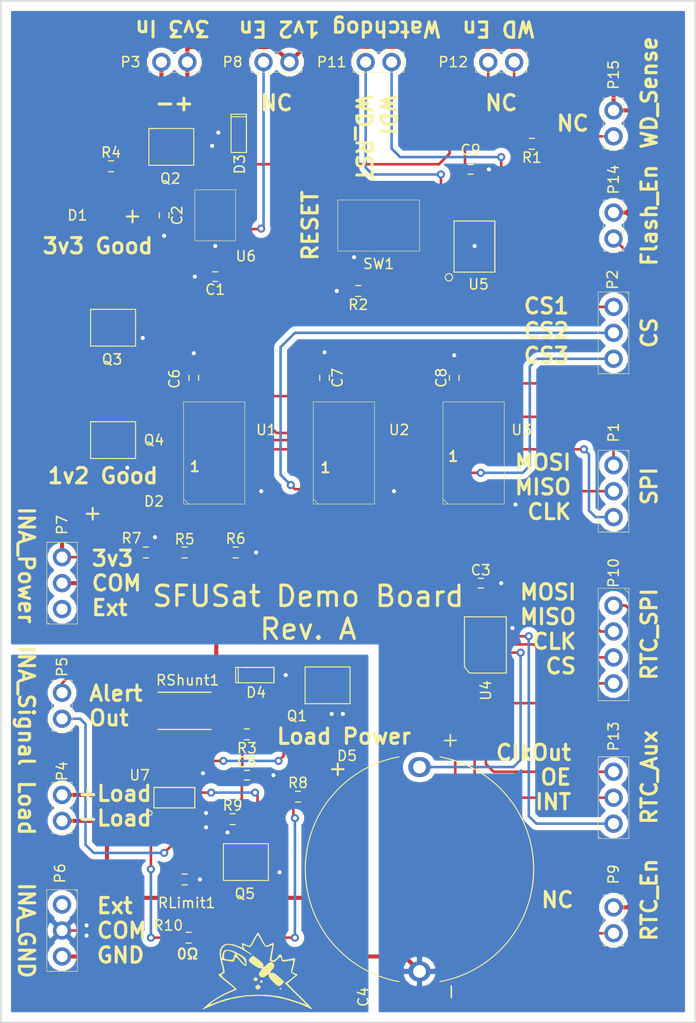
<source format=kicad_pcb>
(kicad_pcb (version 4) (host pcbnew 4.0.4-stable)

  (general
    (links 0)
    (no_connects 0)
    (area 204.924999 54.924999 273.075001 155.075001)
    (thickness 1.6)
    (drawings 47)
    (tracks 505)
    (zones 0)
    (modules 55)
    (nets 53)
  )

  (page A4)
  (layers
    (0 F.Cu signal)
    (31 B.Cu signal)
    (32 B.Adhes user)
    (33 F.Adhes user)
    (34 B.Paste user)
    (35 F.Paste user)
    (36 B.SilkS user)
    (37 F.SilkS user)
    (38 B.Mask user)
    (39 F.Mask user)
    (40 Dwgs.User user)
    (41 Cmts.User user)
    (42 Eco1.User user)
    (43 Eco2.User user hide)
    (44 Edge.Cuts user)
    (45 Margin user)
    (46 B.CrtYd user hide)
    (47 F.CrtYd user)
    (48 B.Fab user)
    (49 F.Fab user hide)
  )

  (setup
    (last_trace_width 0.25)
    (user_trace_width 0.254)
    (user_trace_width 0.4)
    (trace_clearance 0.2)
    (zone_clearance 0.508)
    (zone_45_only no)
    (trace_min 0.2)
    (segment_width 0.2)
    (edge_width 0.15)
    (via_size 0.8)
    (via_drill 0.4)
    (via_min_size 0.8)
    (via_min_drill 0.3)
    (user_via 0.8 0.4)
    (uvia_size 0.3)
    (uvia_drill 0.1)
    (uvias_allowed no)
    (uvia_min_size 0.2)
    (uvia_min_drill 0.1)
    (pcb_text_width 0.3)
    (pcb_text_size 1.5 1.5)
    (mod_edge_width 0.15)
    (mod_text_size 1 1)
    (mod_text_width 0.15)
    (pad_size 3 3)
    (pad_drill 3)
    (pad_to_mask_clearance 0.2)
    (aux_axis_origin 0 0)
    (visible_elements FFFFFF7F)
    (pcbplotparams
      (layerselection 0x010fc_80000001)
      (usegerberextensions false)
      (excludeedgelayer true)
      (linewidth 0.100000)
      (plotframeref false)
      (viasonmask false)
      (mode 1)
      (useauxorigin false)
      (hpglpennumber 1)
      (hpglpenspeed 20)
      (hpglpendiameter 15)
      (hpglpenoverlay 2)
      (psnegative false)
      (psa4output false)
      (plotreference true)
      (plotvalue true)
      (plotinvisibletext false)
      (padsonsilk false)
      (subtractmaskfromsilk false)
      (outputformat 1)
      (mirror false)
      (drillshape 0)
      (scaleselection 1)
      (outputdirectory Gerbers/))
  )

  (net 0 "")
  (net 1 "Net-(C1-Pad1)")
  (net 2 GND)
  (net 3 +1V2)
  (net 4 "Net-(C3-Pad1)")
  (net 5 "Net-(C4-Pad1)")
  (net 6 INA_Supply)
  (net 7 INA_GND)
  (net 8 "Net-(C6-Pad2)")
  (net 9 "Net-(C9-Pad2)")
  (net 10 "Net-(D1-Pad1)")
  (net 11 "Net-(D1-Pad2)")
  (net 12 "Net-(D2-Pad1)")
  (net 13 "Net-(D2-Pad2)")
  (net 14 Flash_MOSI)
  (net 15 Flash_MISO)
  (net 16 Flash_SCK)
  (net 17 CS_1)
  (net 18 CS_2)
  (net 19 CS_3)
  (net 20 Header_GND)
  (net 21 +3V3)
  (net 22 Load+)
  (net 23 INA_Alert)
  (net 24 INA_Out)
  (net 25 "Net-(P6-Pad1)")
  (net 26 "Net-(P7-Pad1)")
  (net 27 RTC_SCL)
  (net 28 RTC_MISO)
  (net 29 RTC_MOSI)
  (net 30 RTC_CS)
  (net 31 WDI)
  (net 32 WD_RESET)
  (net 33 RTC_INT)
  (net 34 RTC_OE)
  (net 35 CLKOut)
  (net 36 "Net-(P15-Pad1)")
  (net 37 "Net-(R1-Pad2)")
  (net 38 "Net-(RLimit1-Pad1)")
  (net 39 "Net-(SW1-Pad4)")
  (net 40 "Net-(SW1-Pad2)")
  (net 41 "Net-(SW1-Pad1)")
  (net 42 "Net-(U1-Pad3)")
  (net 43 "Net-(U1-Pad7)")
  (net 44 "Net-(U2-Pad3)")
  (net 45 "Net-(U2-Pad7)")
  (net 46 "Net-(U3-Pad3)")
  (net 47 "Net-(U3-Pad7)")
  (net 48 "Net-(U6-Pad4)")
  (net 49 Load-)
  (net 50 "Net-(D5-Pad1)")
  (net 51 "Net-(D5-Pad2)")
  (net 52 "Net-(R10-Pad1)")

  (net_class Default "This is the default net class."
    (clearance 0.2)
    (trace_width 0.25)
    (via_dia 0.8)
    (via_drill 0.4)
    (uvia_dia 0.3)
    (uvia_drill 0.1)
    (add_net +1V2)
    (add_net +3V3)
    (add_net CLKOut)
    (add_net CS_1)
    (add_net CS_2)
    (add_net CS_3)
    (add_net Flash_MISO)
    (add_net Flash_MOSI)
    (add_net Flash_SCK)
    (add_net GND)
    (add_net Header_GND)
    (add_net INA_Alert)
    (add_net INA_GND)
    (add_net INA_Out)
    (add_net INA_Supply)
    (add_net Load+)
    (add_net Load-)
    (add_net "Net-(C1-Pad1)")
    (add_net "Net-(C3-Pad1)")
    (add_net "Net-(C4-Pad1)")
    (add_net "Net-(C6-Pad2)")
    (add_net "Net-(C9-Pad2)")
    (add_net "Net-(D1-Pad1)")
    (add_net "Net-(D1-Pad2)")
    (add_net "Net-(D2-Pad1)")
    (add_net "Net-(D2-Pad2)")
    (add_net "Net-(D5-Pad1)")
    (add_net "Net-(D5-Pad2)")
    (add_net "Net-(P15-Pad1)")
    (add_net "Net-(P6-Pad1)")
    (add_net "Net-(P7-Pad1)")
    (add_net "Net-(R1-Pad2)")
    (add_net "Net-(R10-Pad1)")
    (add_net "Net-(RLimit1-Pad1)")
    (add_net "Net-(SW1-Pad1)")
    (add_net "Net-(SW1-Pad2)")
    (add_net "Net-(SW1-Pad4)")
    (add_net "Net-(U1-Pad3)")
    (add_net "Net-(U1-Pad7)")
    (add_net "Net-(U2-Pad3)")
    (add_net "Net-(U2-Pad7)")
    (add_net "Net-(U3-Pad3)")
    (add_net "Net-(U3-Pad7)")
    (add_net "Net-(U6-Pad4)")
    (add_net RTC_CS)
    (add_net RTC_INT)
    (add_net RTC_MISO)
    (add_net RTC_MOSI)
    (add_net RTC_OE)
    (add_net RTC_SCL)
    (add_net WDI)
    (add_net WD_RESET)
  )

  (module Resistors_SMD:R_0402 (layer F.Cu) (tedit 59252218) (tstamp 59229738)
    (at 223 109 180)
    (descr "Resistor SMD 0402, reflow soldering, Vishay (see dcrcw.pdf)")
    (tags "resistor 0402")
    (path /59227A9B)
    (attr smd)
    (fp_text reference R5 (at 0 1.3 180) (layer F.SilkS)
      (effects (font (size 1 1) (thickness 0.15)))
    )
    (fp_text value 220 (at 0 1.45 180) (layer F.Fab)
      (effects (font (size 1 1) (thickness 0.15)))
    )
    (fp_text user %R (at 0 -1.35 180) (layer F.Fab)
      (effects (font (size 1 1) (thickness 0.15)))
    )
    (fp_line (start -0.5 0.25) (end -0.5 -0.25) (layer F.Fab) (width 0.1))
    (fp_line (start 0.5 0.25) (end -0.5 0.25) (layer F.Fab) (width 0.1))
    (fp_line (start 0.5 -0.25) (end 0.5 0.25) (layer F.Fab) (width 0.1))
    (fp_line (start -0.5 -0.25) (end 0.5 -0.25) (layer F.Fab) (width 0.1))
    (fp_line (start 0.25 -0.53) (end -0.25 -0.53) (layer F.SilkS) (width 0.12))
    (fp_line (start -0.25 0.53) (end 0.25 0.53) (layer F.SilkS) (width 0.12))
    (fp_line (start -0.8 -0.45) (end 0.8 -0.45) (layer F.CrtYd) (width 0.05))
    (fp_line (start -0.8 -0.45) (end -0.8 0.45) (layer F.CrtYd) (width 0.05))
    (fp_line (start 0.8 0.45) (end 0.8 -0.45) (layer F.CrtYd) (width 0.05))
    (fp_line (start 0.8 0.45) (end -0.8 0.45) (layer F.CrtYd) (width 0.05))
    (pad 1 smd rect (at -0.45 0 180) (size 0.4 0.6) (layers F.Cu F.Paste F.Mask)
      (net 21 +3V3))
    (pad 2 smd rect (at 0.45 0 180) (size 0.4 0.6) (layers F.Cu F.Paste F.Mask)
      (net 13 "Net-(D2-Pad2)"))
    (model ${KISYS3DMOD}/Resistors_SMD.3dshapes/R_0402.wrl
      (at (xyz 0 0 0))
      (scale (xyz 1 1 1))
      (rotate (xyz 0 0 0))
    )
  )

  (module Capacitors_SMD:C_0402 (layer F.Cu) (tedit 58AA841A) (tstamp 5922965B)
    (at 226 82 180)
    (descr "Capacitor SMD 0402, reflow soldering, AVX (see smccp.pdf)")
    (tags "capacitor 0402")
    (path /591418D0)
    (attr smd)
    (fp_text reference C1 (at 0 -1.27 180) (layer F.SilkS)
      (effects (font (size 1 1) (thickness 0.15)))
    )
    (fp_text value 1µF (at 0 1.27 180) (layer F.Fab)
      (effects (font (size 1 1) (thickness 0.15)))
    )
    (fp_text user %R (at 0 -1.27 180) (layer F.Fab)
      (effects (font (size 1 1) (thickness 0.15)))
    )
    (fp_line (start -0.5 0.25) (end -0.5 -0.25) (layer F.Fab) (width 0.1))
    (fp_line (start 0.5 0.25) (end -0.5 0.25) (layer F.Fab) (width 0.1))
    (fp_line (start 0.5 -0.25) (end 0.5 0.25) (layer F.Fab) (width 0.1))
    (fp_line (start -0.5 -0.25) (end 0.5 -0.25) (layer F.Fab) (width 0.1))
    (fp_line (start 0.25 -0.47) (end -0.25 -0.47) (layer F.SilkS) (width 0.12))
    (fp_line (start -0.25 0.47) (end 0.25 0.47) (layer F.SilkS) (width 0.12))
    (fp_line (start -1 -0.4) (end 1 -0.4) (layer F.CrtYd) (width 0.05))
    (fp_line (start -1 -0.4) (end -1 0.4) (layer F.CrtYd) (width 0.05))
    (fp_line (start 1 0.4) (end 1 -0.4) (layer F.CrtYd) (width 0.05))
    (fp_line (start 1 0.4) (end -1 0.4) (layer F.CrtYd) (width 0.05))
    (pad 1 smd rect (at -0.55 0 180) (size 0.6 0.5) (layers F.Cu F.Paste F.Mask)
      (net 1 "Net-(C1-Pad1)"))
    (pad 2 smd rect (at 0.55 0 180) (size 0.6 0.5) (layers F.Cu F.Paste F.Mask)
      (net 2 GND))
    (model Capacitors_SMD.3dshapes/C_0402.wrl
      (at (xyz 0 0 0))
      (scale (xyz 1 1 1))
      (rotate (xyz 0 0 0))
    )
  )

  (module Capacitors_SMD:C_0402 (layer F.Cu) (tedit 58AA841A) (tstamp 59229661)
    (at 221 76 270)
    (descr "Capacitor SMD 0402, reflow soldering, AVX (see smccp.pdf)")
    (tags "capacitor 0402")
    (path /59141DEE)
    (attr smd)
    (fp_text reference C2 (at 0 -1.27 270) (layer F.SilkS)
      (effects (font (size 1 1) (thickness 0.15)))
    )
    (fp_text value 1µF (at 0 1.27 270) (layer F.Fab)
      (effects (font (size 1 1) (thickness 0.15)))
    )
    (fp_text user %R (at 0 -1.27 270) (layer F.Fab)
      (effects (font (size 1 1) (thickness 0.15)))
    )
    (fp_line (start -0.5 0.25) (end -0.5 -0.25) (layer F.Fab) (width 0.1))
    (fp_line (start 0.5 0.25) (end -0.5 0.25) (layer F.Fab) (width 0.1))
    (fp_line (start 0.5 -0.25) (end 0.5 0.25) (layer F.Fab) (width 0.1))
    (fp_line (start -0.5 -0.25) (end 0.5 -0.25) (layer F.Fab) (width 0.1))
    (fp_line (start 0.25 -0.47) (end -0.25 -0.47) (layer F.SilkS) (width 0.12))
    (fp_line (start -0.25 0.47) (end 0.25 0.47) (layer F.SilkS) (width 0.12))
    (fp_line (start -1 -0.4) (end 1 -0.4) (layer F.CrtYd) (width 0.05))
    (fp_line (start -1 -0.4) (end -1 0.4) (layer F.CrtYd) (width 0.05))
    (fp_line (start 1 0.4) (end 1 -0.4) (layer F.CrtYd) (width 0.05))
    (fp_line (start 1 0.4) (end -1 0.4) (layer F.CrtYd) (width 0.05))
    (pad 1 smd rect (at -0.55 0 270) (size 0.6 0.5) (layers F.Cu F.Paste F.Mask)
      (net 3 +1V2))
    (pad 2 smd rect (at 0.55 0 270) (size 0.6 0.5) (layers F.Cu F.Paste F.Mask)
      (net 2 GND))
    (model Capacitors_SMD.3dshapes/C_0402.wrl
      (at (xyz 0 0 0))
      (scale (xyz 1 1 1))
      (rotate (xyz 0 0 0))
    )
  )

  (module Capacitors_SMD:C_0402 (layer F.Cu) (tedit 58AA841A) (tstamp 59229667)
    (at 252 112)
    (descr "Capacitor SMD 0402, reflow soldering, AVX (see smccp.pdf)")
    (tags "capacitor 0402")
    (path /591B5E05)
    (attr smd)
    (fp_text reference C3 (at 0 -1.27) (layer F.SilkS)
      (effects (font (size 1 1) (thickness 0.15)))
    )
    (fp_text value 10nF (at 0 1.27) (layer F.Fab)
      (effects (font (size 1 1) (thickness 0.15)))
    )
    (fp_text user %R (at 0 -1.27) (layer F.Fab)
      (effects (font (size 1 1) (thickness 0.15)))
    )
    (fp_line (start -0.5 0.25) (end -0.5 -0.25) (layer F.Fab) (width 0.1))
    (fp_line (start 0.5 0.25) (end -0.5 0.25) (layer F.Fab) (width 0.1))
    (fp_line (start 0.5 -0.25) (end 0.5 0.25) (layer F.Fab) (width 0.1))
    (fp_line (start -0.5 -0.25) (end 0.5 -0.25) (layer F.Fab) (width 0.1))
    (fp_line (start 0.25 -0.47) (end -0.25 -0.47) (layer F.SilkS) (width 0.12))
    (fp_line (start -0.25 0.47) (end 0.25 0.47) (layer F.SilkS) (width 0.12))
    (fp_line (start -1 -0.4) (end 1 -0.4) (layer F.CrtYd) (width 0.05))
    (fp_line (start -1 -0.4) (end -1 0.4) (layer F.CrtYd) (width 0.05))
    (fp_line (start 1 0.4) (end 1 -0.4) (layer F.CrtYd) (width 0.05))
    (fp_line (start 1 0.4) (end -1 0.4) (layer F.CrtYd) (width 0.05))
    (pad 1 smd rect (at -0.55 0) (size 0.6 0.5) (layers F.Cu F.Paste F.Mask)
      (net 4 "Net-(C3-Pad1)"))
    (pad 2 smd rect (at 0.55 0) (size 0.6 0.5) (layers F.Cu F.Paste F.Mask)
      (net 2 GND))
    (model Capacitors_SMD.3dshapes/C_0402.wrl
      (at (xyz 0 0 0))
      (scale (xyz 1 1 1))
      (rotate (xyz 0 0 0))
    )
  )

  (module SFUSat:Supercap_v2 (layer F.Cu) (tedit 59251933) (tstamp 59229673)
    (at 246 140 270)
    (path /591B6FF8)
    (fp_text reference C4 (at 12.5 5.5 270) (layer F.SilkS)
      (effects (font (size 1 1) (thickness 0.15)))
    )
    (fp_text value 470µF (at -0.5 -12.5 270) (layer F.Fab)
      (effects (font (size 1 1) (thickness 0.15)))
    )
    (fp_text user - (at 12 -3 270) (layer F.SilkS)
      (effects (font (size 1.5 1.5) (thickness 0.15)))
    )
    (fp_text user + (at -12.6 -2.9 270) (layer F.SilkS)
      (effects (font (size 1.5 1.5) (thickness 0.15)))
    )
    (fp_arc (start 0 0) (end 11 2) (angle 90) (layer F.SilkS) (width 0.1))
    (fp_arc (start 0 0) (end 2 11) (angle 90) (layer F.SilkS) (width 0.1))
    (fp_arc (start 0 0) (end -11 -2) (angle 90) (layer F.SilkS) (width 0.1))
    (fp_arc (start 0 0) (end -2 -11) (angle 90) (layer F.SilkS) (width 0.1))
    (pad 1 thru_hole oval (at -10 0 270) (size 1.95 2.2) (drill 1.25) (layers *.Cu *.Mask)
      (net 5 "Net-(C4-Pad1)"))
    (pad 2 thru_hole oval (at 10 0 270) (size 1.95 2.2) (drill 1.25) (layers *.Cu *.Mask)
      (net 2 GND))
  )

  (module Capacitors_SMD:C_0402 (layer F.Cu) (tedit 58AA841A) (tstamp 59229679)
    (at 229.1 130.8)
    (descr "Capacitor SMD 0402, reflow soldering, AVX (see smccp.pdf)")
    (tags "capacitor 0402")
    (path /591CF379)
    (attr smd)
    (fp_text reference C5 (at 0 -1.27) (layer F.SilkS)
      (effects (font (size 1 1) (thickness 0.15)))
    )
    (fp_text value 0.1µF (at 0 1.27) (layer F.Fab)
      (effects (font (size 1 1) (thickness 0.15)))
    )
    (fp_text user %R (at 0 -1.27) (layer F.Fab)
      (effects (font (size 1 1) (thickness 0.15)))
    )
    (fp_line (start -0.5 0.25) (end -0.5 -0.25) (layer F.Fab) (width 0.1))
    (fp_line (start 0.5 0.25) (end -0.5 0.25) (layer F.Fab) (width 0.1))
    (fp_line (start 0.5 -0.25) (end 0.5 0.25) (layer F.Fab) (width 0.1))
    (fp_line (start -0.5 -0.25) (end 0.5 -0.25) (layer F.Fab) (width 0.1))
    (fp_line (start 0.25 -0.47) (end -0.25 -0.47) (layer F.SilkS) (width 0.12))
    (fp_line (start -0.25 0.47) (end 0.25 0.47) (layer F.SilkS) (width 0.12))
    (fp_line (start -1 -0.4) (end 1 -0.4) (layer F.CrtYd) (width 0.05))
    (fp_line (start -1 -0.4) (end -1 0.4) (layer F.CrtYd) (width 0.05))
    (fp_line (start 1 0.4) (end 1 -0.4) (layer F.CrtYd) (width 0.05))
    (fp_line (start 1 0.4) (end -1 0.4) (layer F.CrtYd) (width 0.05))
    (pad 1 smd rect (at -0.55 0) (size 0.6 0.5) (layers F.Cu F.Paste F.Mask)
      (net 6 INA_Supply))
    (pad 2 smd rect (at 0.55 0) (size 0.6 0.5) (layers F.Cu F.Paste F.Mask)
      (net 7 INA_GND))
    (model Capacitors_SMD.3dshapes/C_0402.wrl
      (at (xyz 0 0 0))
      (scale (xyz 1 1 1))
      (rotate (xyz 0 0 0))
    )
  )

  (module Capacitors_SMD:C_0402 (layer F.Cu) (tedit 5924E6A9) (tstamp 5922967F)
    (at 223.9 91.9 270)
    (descr "Capacitor SMD 0402, reflow soldering, AVX (see smccp.pdf)")
    (tags "capacitor 0402")
    (path /591EFB2E)
    (attr smd)
    (fp_text reference C6 (at 0.1 1.9 270) (layer F.SilkS)
      (effects (font (size 1 1) (thickness 0.15)))
    )
    (fp_text value 0.1µF (at 0 1.27 270) (layer F.Fab)
      (effects (font (size 1 1) (thickness 0.15)))
    )
    (fp_text user %R (at 0 -1.27 270) (layer F.Fab)
      (effects (font (size 1 1) (thickness 0.15)))
    )
    (fp_line (start -0.5 0.25) (end -0.5 -0.25) (layer F.Fab) (width 0.1))
    (fp_line (start 0.5 0.25) (end -0.5 0.25) (layer F.Fab) (width 0.1))
    (fp_line (start 0.5 -0.25) (end 0.5 0.25) (layer F.Fab) (width 0.1))
    (fp_line (start -0.5 -0.25) (end 0.5 -0.25) (layer F.Fab) (width 0.1))
    (fp_line (start 0.25 -0.47) (end -0.25 -0.47) (layer F.SilkS) (width 0.12))
    (fp_line (start -0.25 0.47) (end 0.25 0.47) (layer F.SilkS) (width 0.12))
    (fp_line (start -1 -0.4) (end 1 -0.4) (layer F.CrtYd) (width 0.05))
    (fp_line (start -1 -0.4) (end -1 0.4) (layer F.CrtYd) (width 0.05))
    (fp_line (start 1 0.4) (end 1 -0.4) (layer F.CrtYd) (width 0.05))
    (fp_line (start 1 0.4) (end -1 0.4) (layer F.CrtYd) (width 0.05))
    (pad 1 smd rect (at -0.55 0 270) (size 0.6 0.5) (layers F.Cu F.Paste F.Mask)
      (net 2 GND))
    (pad 2 smd rect (at 0.55 0 270) (size 0.6 0.5) (layers F.Cu F.Paste F.Mask)
      (net 8 "Net-(C6-Pad2)"))
    (model Capacitors_SMD.3dshapes/C_0402.wrl
      (at (xyz 0 0 0))
      (scale (xyz 1 1 1))
      (rotate (xyz 0 0 0))
    )
  )

  (module Capacitors_SMD:C_0402 (layer F.Cu) (tedit 58AA841A) (tstamp 59229685)
    (at 236.7 91.9 270)
    (descr "Capacitor SMD 0402, reflow soldering, AVX (see smccp.pdf)")
    (tags "capacitor 0402")
    (path /591EFAA0)
    (attr smd)
    (fp_text reference C7 (at 0 -1.27 270) (layer F.SilkS)
      (effects (font (size 1 1) (thickness 0.15)))
    )
    (fp_text value 0.1µF (at 0 1.27 270) (layer F.Fab)
      (effects (font (size 1 1) (thickness 0.15)))
    )
    (fp_text user %R (at 0 -1.27 270) (layer F.Fab)
      (effects (font (size 1 1) (thickness 0.15)))
    )
    (fp_line (start -0.5 0.25) (end -0.5 -0.25) (layer F.Fab) (width 0.1))
    (fp_line (start 0.5 0.25) (end -0.5 0.25) (layer F.Fab) (width 0.1))
    (fp_line (start 0.5 -0.25) (end 0.5 0.25) (layer F.Fab) (width 0.1))
    (fp_line (start -0.5 -0.25) (end 0.5 -0.25) (layer F.Fab) (width 0.1))
    (fp_line (start 0.25 -0.47) (end -0.25 -0.47) (layer F.SilkS) (width 0.12))
    (fp_line (start -0.25 0.47) (end 0.25 0.47) (layer F.SilkS) (width 0.12))
    (fp_line (start -1 -0.4) (end 1 -0.4) (layer F.CrtYd) (width 0.05))
    (fp_line (start -1 -0.4) (end -1 0.4) (layer F.CrtYd) (width 0.05))
    (fp_line (start 1 0.4) (end 1 -0.4) (layer F.CrtYd) (width 0.05))
    (fp_line (start 1 0.4) (end -1 0.4) (layer F.CrtYd) (width 0.05))
    (pad 1 smd rect (at -0.55 0 270) (size 0.6 0.5) (layers F.Cu F.Paste F.Mask)
      (net 2 GND))
    (pad 2 smd rect (at 0.55 0 270) (size 0.6 0.5) (layers F.Cu F.Paste F.Mask)
      (net 8 "Net-(C6-Pad2)"))
    (model Capacitors_SMD.3dshapes/C_0402.wrl
      (at (xyz 0 0 0))
      (scale (xyz 1 1 1))
      (rotate (xyz 0 0 0))
    )
  )

  (module Capacitors_SMD:C_0402 (layer F.Cu) (tedit 58AA841A) (tstamp 5922968B)
    (at 249.4 91.9 90)
    (descr "Capacitor SMD 0402, reflow soldering, AVX (see smccp.pdf)")
    (tags "capacitor 0402")
    (path /591EF29C)
    (attr smd)
    (fp_text reference C8 (at 0 -1.27 90) (layer F.SilkS)
      (effects (font (size 1 1) (thickness 0.15)))
    )
    (fp_text value 0.1µF (at 0 1.27 90) (layer F.Fab)
      (effects (font (size 1 1) (thickness 0.15)))
    )
    (fp_text user %R (at 0 -1.27 90) (layer F.Fab)
      (effects (font (size 1 1) (thickness 0.15)))
    )
    (fp_line (start -0.5 0.25) (end -0.5 -0.25) (layer F.Fab) (width 0.1))
    (fp_line (start 0.5 0.25) (end -0.5 0.25) (layer F.Fab) (width 0.1))
    (fp_line (start 0.5 -0.25) (end 0.5 0.25) (layer F.Fab) (width 0.1))
    (fp_line (start -0.5 -0.25) (end 0.5 -0.25) (layer F.Fab) (width 0.1))
    (fp_line (start 0.25 -0.47) (end -0.25 -0.47) (layer F.SilkS) (width 0.12))
    (fp_line (start -0.25 0.47) (end 0.25 0.47) (layer F.SilkS) (width 0.12))
    (fp_line (start -1 -0.4) (end 1 -0.4) (layer F.CrtYd) (width 0.05))
    (fp_line (start -1 -0.4) (end -1 0.4) (layer F.CrtYd) (width 0.05))
    (fp_line (start 1 0.4) (end 1 -0.4) (layer F.CrtYd) (width 0.05))
    (fp_line (start 1 0.4) (end -1 0.4) (layer F.CrtYd) (width 0.05))
    (pad 1 smd rect (at -0.55 0 90) (size 0.6 0.5) (layers F.Cu F.Paste F.Mask)
      (net 8 "Net-(C6-Pad2)"))
    (pad 2 smd rect (at 0.55 0 90) (size 0.6 0.5) (layers F.Cu F.Paste F.Mask)
      (net 2 GND))
    (model Capacitors_SMD.3dshapes/C_0402.wrl
      (at (xyz 0 0 0))
      (scale (xyz 1 1 1))
      (rotate (xyz 0 0 0))
    )
  )

  (module Capacitors_SMD:C_0402 (layer F.Cu) (tedit 59252185) (tstamp 59229691)
    (at 251 71.5 180)
    (descr "Capacitor SMD 0402, reflow soldering, AVX (see smccp.pdf)")
    (tags "capacitor 0402")
    (path /591F1679)
    (attr smd)
    (fp_text reference C9 (at 0 1.9 180) (layer F.SilkS)
      (effects (font (size 1 1) (thickness 0.15)))
    )
    (fp_text value 0.1µF (at 0 1.27 180) (layer F.Fab)
      (effects (font (size 1 1) (thickness 0.15)))
    )
    (fp_text user %R (at 0 -1.27 180) (layer F.Fab)
      (effects (font (size 1 1) (thickness 0.15)))
    )
    (fp_line (start -0.5 0.25) (end -0.5 -0.25) (layer F.Fab) (width 0.1))
    (fp_line (start 0.5 0.25) (end -0.5 0.25) (layer F.Fab) (width 0.1))
    (fp_line (start 0.5 -0.25) (end 0.5 0.25) (layer F.Fab) (width 0.1))
    (fp_line (start -0.5 -0.25) (end 0.5 -0.25) (layer F.Fab) (width 0.1))
    (fp_line (start 0.25 -0.47) (end -0.25 -0.47) (layer F.SilkS) (width 0.12))
    (fp_line (start -0.25 0.47) (end 0.25 0.47) (layer F.SilkS) (width 0.12))
    (fp_line (start -1 -0.4) (end 1 -0.4) (layer F.CrtYd) (width 0.05))
    (fp_line (start -1 -0.4) (end -1 0.4) (layer F.CrtYd) (width 0.05))
    (fp_line (start 1 0.4) (end 1 -0.4) (layer F.CrtYd) (width 0.05))
    (fp_line (start 1 0.4) (end -1 0.4) (layer F.CrtYd) (width 0.05))
    (pad 1 smd rect (at -0.55 0 180) (size 0.6 0.5) (layers F.Cu F.Paste F.Mask)
      (net 2 GND))
    (pad 2 smd rect (at 0.55 0 180) (size 0.6 0.5) (layers F.Cu F.Paste F.Mask)
      (net 9 "Net-(C9-Pad2)"))
    (model Capacitors_SMD.3dshapes/C_0402.wrl
      (at (xyz 0 0 0))
      (scale (xyz 1 1 1))
      (rotate (xyz 0 0 0))
    )
  )

  (module SFUSat:LED_150060GS75000 (layer F.Cu) (tedit 5924DE64) (tstamp 59229697)
    (at 215.4 76.1)
    (path /59227BF5)
    (fp_text reference D1 (at -2.9 -0.1) (layer F.SilkS)
      (effects (font (size 1 1) (thickness 0.15)))
    )
    (fp_text value "3.3V On" (at 12 -8.5) (layer F.Fab)
      (effects (font (size 1 1) (thickness 0.15)))
    )
    (pad 1 smd rect (at -0.8 0) (size 0.8 0.8) (layers F.Cu F.Paste F.Mask)
      (net 10 "Net-(D1-Pad1)"))
    (pad 2 smd rect (at 0.8 0) (size 0.8 0.8) (layers F.Cu F.Paste F.Mask)
      (net 11 "Net-(D1-Pad2)"))
  )

  (module SFUSat:LED_150060GS75000 (layer F.Cu) (tedit 5925242E) (tstamp 5922969D)
    (at 216 104 180)
    (path /59227B44)
    (fp_text reference D2 (at -4 0 180) (layer F.SilkS)
      (effects (font (size 1 1) (thickness 0.15)))
    )
    (fp_text value "1.2V On" (at -4 -1 180) (layer F.Fab)
      (effects (font (size 1 1) (thickness 0.15)))
    )
    (pad 1 smd rect (at -0.8 0 180) (size 0.8 0.8) (layers F.Cu F.Paste F.Mask)
      (net 12 "Net-(D2-Pad1)"))
    (pad 2 smd rect (at 0.8 0 180) (size 0.8 0.8) (layers F.Cu F.Paste F.Mask)
      (net 13 "Net-(D2-Pad2)"))
  )

  (module SFUSat:3x_01In_Header (layer F.Cu) (tedit 59252D42) (tstamp 592296A4)
    (at 265 103 270)
    (path /5913FA6D)
    (fp_text reference P1 (at -5.75 0 270) (layer F.SilkS)
      (effects (font (size 1 1) (thickness 0.15)))
    )
    (fp_text value SPI_Header (at 0 -2.75 270) (layer F.Fab)
      (effects (font (size 1 1) (thickness 0.15)))
    )
    (fp_line (start -4 -1.25) (end -3.75 -1.5) (layer F.SilkS) (width 0.05))
    (fp_line (start -4 1.5) (end -4 -1.5) (layer F.SilkS) (width 0.05))
    (fp_line (start 4 1.5) (end -4 1.5) (layer F.SilkS) (width 0.05))
    (fp_line (start 4 -1.5) (end 4 1.5) (layer F.SilkS) (width 0.05))
    (fp_line (start 4 1.5) (end 4 -1.5) (layer F.SilkS) (width 0.05))
    (fp_line (start -4 -1.5) (end 4 -1.5) (layer F.SilkS) (width 0.05))
    (pad 1 thru_hole circle (at -2.54 0 270) (size 1.8 1.8) (drill 1.1) (layers *.Cu *.Mask)
      (net 14 Flash_MOSI))
    (pad 2 thru_hole circle (at 0 0 270) (size 1.8 1.8) (drill 1.1) (layers *.Cu *.Mask)
      (net 15 Flash_MISO))
    (pad 3 thru_hole circle (at 2.54 0 270) (size 1.8 1.8) (drill 1.1) (layers *.Cu *.Mask)
      (net 16 Flash_SCK))
  )

  (module SFUSat:3x_01In_Header (layer F.Cu) (tedit 5923E824) (tstamp 592296AB)
    (at 265 87.5 270)
    (path /5913FBAF)
    (fp_text reference P2 (at -5.2 0.1 270) (layer F.SilkS)
      (effects (font (size 1 1) (thickness 0.15)))
    )
    (fp_text value 3x_CS_Header (at 0 -2.75 270) (layer F.Fab)
      (effects (font (size 1 1) (thickness 0.15)))
    )
    (fp_line (start -4 -1.25) (end -3.75 -1.5) (layer F.SilkS) (width 0.05))
    (fp_line (start -4 1.5) (end -4 -1.5) (layer F.SilkS) (width 0.05))
    (fp_line (start 4 1.5) (end -4 1.5) (layer F.SilkS) (width 0.05))
    (fp_line (start 4 -1.5) (end 4 1.5) (layer F.SilkS) (width 0.05))
    (fp_line (start 4 1.5) (end 4 -1.5) (layer F.SilkS) (width 0.05))
    (fp_line (start -4 -1.5) (end 4 -1.5) (layer F.SilkS) (width 0.05))
    (pad 1 thru_hole circle (at -2.54 0 270) (size 1.8 1.8) (drill 1.1) (layers *.Cu *.Mask)
      (net 17 CS_1))
    (pad 2 thru_hole circle (at 0 0 270) (size 1.8 1.8) (drill 1.1) (layers *.Cu *.Mask)
      (net 18 CS_2))
    (pad 3 thru_hole circle (at 2.54 0 270) (size 1.8 1.8) (drill 1.1) (layers *.Cu *.Mask)
      (net 19 CS_3))
  )

  (module SFUSat:2x01In_Header (layer F.Cu) (tedit 59252DBE) (tstamp 592296B1)
    (at 222 61 180)
    (path /59140EA3)
    (fp_text reference P3 (at 4.3 0 180) (layer F.SilkS)
      (effects (font (size 1 1) (thickness 0.15)))
    )
    (fp_text value Power_Header (at 1.5 2.2 180) (layer F.Fab)
      (effects (font (size 1 1) (thickness 0.15)))
    )
    (fp_line (start -2.5 -0.5) (end -2 -1) (layer F.SilkS) (width 0.05))
    (fp_line (start 2.5 -1) (end 2.5 1) (layer F.SilkS) (width 0.05))
    (fp_line (start -2.5 -1) (end -2.5 1) (layer F.SilkS) (width 0.05))
    (fp_line (start 2.5 1) (end -2.5 1) (layer F.SilkS) (width 0.05))
    (fp_line (start 2.5 -1) (end 2.5 1) (layer F.SilkS) (width 0.05))
    (fp_line (start -2.5 -1) (end 2.5 -1) (layer F.SilkS) (width 0.05))
    (pad 2 thru_hole circle (at 1.27 0 180) (size 1.8 1.8) (drill 1.1) (layers *.Cu *.Mask)
      (net 20 Header_GND))
    (pad 1 thru_hole circle (at -1.27 0 180) (size 1.8 1.8) (drill 1.1) (layers *.Cu *.Mask)
      (net 21 +3V3))
  )

  (module SFUSat:2x01In_Header (layer F.Cu) (tedit 5923E937) (tstamp 592296B7)
    (at 211 134 270)
    (path /591EADC5)
    (fp_text reference P4 (at -3.6 0 270) (layer F.SilkS)
      (effects (font (size 1 1) (thickness 0.15)))
    )
    (fp_text value LOAD (at 4.6 0.1 270) (layer F.Fab)
      (effects (font (size 1 1) (thickness 0.15)))
    )
    (fp_line (start -2.5 -0.5) (end -2 -1) (layer F.SilkS) (width 0.05))
    (fp_line (start 2.5 -1) (end 2.5 1) (layer F.SilkS) (width 0.05))
    (fp_line (start -2.5 -1) (end -2.5 1) (layer F.SilkS) (width 0.05))
    (fp_line (start 2.5 1) (end -2.5 1) (layer F.SilkS) (width 0.05))
    (fp_line (start 2.5 -1) (end 2.5 1) (layer F.SilkS) (width 0.05))
    (fp_line (start -2.5 -1) (end 2.5 -1) (layer F.SilkS) (width 0.05))
    (pad 2 thru_hole circle (at 1.27 0 270) (size 1.8 1.8) (drill 1.1) (layers *.Cu *.Mask)
      (net 49 Load-))
    (pad 1 thru_hole circle (at -1.27 0 270) (size 1.8 1.8) (drill 1.1) (layers *.Cu *.Mask)
      (net 22 Load+))
  )

  (module SFUSat:2x01In_Header (layer F.Cu) (tedit 5923E974) (tstamp 592296BD)
    (at 211 124 90)
    (path /591D2779)
    (fp_text reference P5 (at 3.8 0 90) (layer F.SilkS)
      (effects (font (size 1 1) (thickness 0.15)))
    )
    (fp_text value INA_Signal (at 1.5 2.2 90) (layer F.Fab)
      (effects (font (size 1 1) (thickness 0.15)))
    )
    (fp_line (start -2.5 -0.5) (end -2 -1) (layer F.SilkS) (width 0.05))
    (fp_line (start 2.5 -1) (end 2.5 1) (layer F.SilkS) (width 0.05))
    (fp_line (start -2.5 -1) (end -2.5 1) (layer F.SilkS) (width 0.05))
    (fp_line (start 2.5 1) (end -2.5 1) (layer F.SilkS) (width 0.05))
    (fp_line (start 2.5 -1) (end 2.5 1) (layer F.SilkS) (width 0.05))
    (fp_line (start -2.5 -1) (end 2.5 -1) (layer F.SilkS) (width 0.05))
    (pad 2 thru_hole circle (at 1.27 0 90) (size 1.8 1.8) (drill 1.1) (layers *.Cu *.Mask)
      (net 23 INA_Alert))
    (pad 1 thru_hole circle (at -1.27 0 90) (size 1.8 1.8) (drill 1.1) (layers *.Cu *.Mask)
      (net 24 INA_Out))
  )

  (module SFUSat:3x_01In_Header (layer F.Cu) (tedit 5923E90E) (tstamp 592296C4)
    (at 211 146 270)
    (path /591CEA92)
    (fp_text reference P6 (at -5.6 0.2 270) (layer F.SilkS)
      (effects (font (size 1 1) (thickness 0.15)))
    )
    (fp_text value INA_GND (at 0 -2.75 450) (layer F.Fab)
      (effects (font (size 1 1) (thickness 0.15)))
    )
    (fp_line (start -4 -1.25) (end -3.75 -1.5) (layer F.SilkS) (width 0.05))
    (fp_line (start -4 1.5) (end -4 -1.5) (layer F.SilkS) (width 0.05))
    (fp_line (start 4 1.5) (end -4 1.5) (layer F.SilkS) (width 0.05))
    (fp_line (start 4 -1.5) (end 4 1.5) (layer F.SilkS) (width 0.05))
    (fp_line (start 4 1.5) (end 4 -1.5) (layer F.SilkS) (width 0.05))
    (fp_line (start -4 -1.5) (end 4 -1.5) (layer F.SilkS) (width 0.05))
    (pad 1 thru_hole circle (at -2.54 0 270) (size 1.8 1.8) (drill 1.1) (layers *.Cu *.Mask)
      (net 25 "Net-(P6-Pad1)"))
    (pad 2 thru_hole circle (at 0 0 270) (size 1.8 1.8) (drill 1.1) (layers *.Cu *.Mask)
      (net 7 INA_GND))
    (pad 3 thru_hole circle (at 2.54 0 270) (size 1.8 1.8) (drill 1.1) (layers *.Cu *.Mask)
      (net 2 GND))
  )

  (module SFUSat:3x_01In_Header (layer F.Cu) (tedit 5923E9CE) (tstamp 592296CB)
    (at 211 112 90)
    (path /591CE65E)
    (fp_text reference P7 (at 5.7 0 90) (layer F.SilkS)
      (effects (font (size 1 1) (thickness 0.15)))
    )
    (fp_text value INA_Power (at 0 -2.75 90) (layer F.Fab)
      (effects (font (size 1 1) (thickness 0.15)))
    )
    (fp_line (start -4 -1.25) (end -3.75 -1.5) (layer F.SilkS) (width 0.05))
    (fp_line (start -4 1.5) (end -4 -1.5) (layer F.SilkS) (width 0.05))
    (fp_line (start 4 1.5) (end -4 1.5) (layer F.SilkS) (width 0.05))
    (fp_line (start 4 -1.5) (end 4 1.5) (layer F.SilkS) (width 0.05))
    (fp_line (start 4 1.5) (end 4 -1.5) (layer F.SilkS) (width 0.05))
    (fp_line (start -4 -1.5) (end 4 -1.5) (layer F.SilkS) (width 0.05))
    (pad 1 thru_hole circle (at -2.54 0 90) (size 1.8 1.8) (drill 1.1) (layers *.Cu *.Mask)
      (net 26 "Net-(P7-Pad1)"))
    (pad 2 thru_hole circle (at 0 0 90) (size 1.8 1.8) (drill 1.1) (layers *.Cu *.Mask)
      (net 6 INA_Supply))
    (pad 3 thru_hole circle (at 2.54 0 90) (size 1.8 1.8) (drill 1.1) (layers *.Cu *.Mask)
      (net 21 +3V3))
  )

  (module SFUSat:2x01In_Header (layer F.Cu) (tedit 5924D9E8) (tstamp 592296D1)
    (at 232 61 180)
    (path /591F087D)
    (fp_text reference P8 (at 4.3 0 180) (layer F.SilkS)
      (effects (font (size 1 1) (thickness 0.15)))
    )
    (fp_text value 1.2V_3.3V_NC (at 1.5 2.2 180) (layer F.Fab)
      (effects (font (size 1 1) (thickness 0.15)))
    )
    (fp_line (start -2.5 -0.5) (end -2 -1) (layer F.SilkS) (width 0.05))
    (fp_line (start 2.5 -1) (end 2.5 1) (layer F.SilkS) (width 0.05))
    (fp_line (start -2.5 -1) (end -2.5 1) (layer F.SilkS) (width 0.05))
    (fp_line (start 2.5 1) (end -2.5 1) (layer F.SilkS) (width 0.05))
    (fp_line (start 2.5 -1) (end 2.5 1) (layer F.SilkS) (width 0.05))
    (fp_line (start -2.5 -1) (end 2.5 -1) (layer F.SilkS) (width 0.05))
    (pad 2 thru_hole circle (at 1.27 0 180) (size 1.8 1.8) (drill 1.1) (layers *.Cu *.Mask)
      (net 1 "Net-(C1-Pad1)"))
    (pad 1 thru_hole circle (at -1.27 0 180) (size 1.8 1.8) (drill 1.1) (layers *.Cu *.Mask)
      (net 21 +3V3))
  )

  (module SFUSat:2x01In_Header (layer F.Cu) (tedit 5924DCEA) (tstamp 592296D7)
    (at 265 145 270)
    (path /591F1E13)
    (fp_text reference P9 (at -4.5 0 270) (layer F.SilkS)
      (effects (font (size 1 1) (thickness 0.15)))
    )
    (fp_text value RTC_3.3_NC (at 1.5 2.2 270) (layer F.Fab)
      (effects (font (size 1 1) (thickness 0.15)))
    )
    (fp_line (start -2.5 -0.5) (end -2 -1) (layer F.SilkS) (width 0.05))
    (fp_line (start 2.5 -1) (end 2.5 1) (layer F.SilkS) (width 0.05))
    (fp_line (start -2.5 -1) (end -2.5 1) (layer F.SilkS) (width 0.05))
    (fp_line (start 2.5 1) (end -2.5 1) (layer F.SilkS) (width 0.05))
    (fp_line (start 2.5 -1) (end 2.5 1) (layer F.SilkS) (width 0.05))
    (fp_line (start -2.5 -1) (end 2.5 -1) (layer F.SilkS) (width 0.05))
    (pad 2 thru_hole circle (at 1.27 0 270) (size 1.8 1.8) (drill 1.1) (layers *.Cu *.Mask)
      (net 4 "Net-(C3-Pad1)"))
    (pad 1 thru_hole circle (at -1.27 0 270) (size 1.8 1.8) (drill 1.1) (layers *.Cu *.Mask)
      (net 21 +3V3))
  )

  (module SFUSat:4x01In_Header (layer F.Cu) (tedit 59252A06) (tstamp 592296DF)
    (at 265 118 270)
    (path /591B75C2)
    (fp_text reference P10 (at -7 0 270) (layer F.SilkS)
      (effects (font (size 1 1) (thickness 0.15)))
    )
    (fp_text value RTC_Serial (at -0.25 -2.25 270) (layer F.Fab)
      (effects (font (size 1 1) (thickness 0.15)))
    )
    (fp_line (start -5.5 -1) (end -5 -1.5) (layer F.SilkS) (width 0.05))
    (fp_line (start -5 -1.5) (end -5.5 -1.5) (layer F.SilkS) (width 0.05))
    (fp_line (start -5.5 1.5) (end -5.5 -1.5) (layer F.SilkS) (width 0.05))
    (fp_line (start 5.5 1.5) (end -5.5 1.5) (layer F.SilkS) (width 0.05))
    (fp_line (start 5.5 1.5) (end 5.5 -1.5) (layer F.SilkS) (width 0.05))
    (fp_line (start 5.5 -1.5) (end 5.5 1.5) (layer F.SilkS) (width 0.05))
    (fp_line (start -5 -1.5) (end 5.5 -1.5) (layer F.SilkS) (width 0.05))
    (pad 3 thru_hole circle (at 1.27 0 270) (size 1.8 1.8) (drill 1.1) (layers *.Cu *.Mask)
      (net 27 RTC_SCL))
    (pad 2 thru_hole circle (at -1.27 0 270) (size 1.8 1.8) (drill 1.1) (layers *.Cu *.Mask)
      (net 28 RTC_MISO))
    (pad 1 thru_hole circle (at -3.81 0 270) (size 1.8 1.8) (drill 1.1) (layers *.Cu *.Mask)
      (net 29 RTC_MOSI))
    (pad 4 thru_hole circle (at 3.81 0 270) (size 1.8 1.8) (drill 1.1) (layers *.Cu *.Mask)
      (net 30 RTC_CS))
  )

  (module SFUSat:2x01In_Header (layer F.Cu) (tedit 5924D9EF) (tstamp 592296E5)
    (at 242 61)
    (path /591EA119)
    (fp_text reference P11 (at -4.6 0) (layer F.SilkS)
      (effects (font (size 1 1) (thickness 0.15)))
    )
    (fp_text value WD_Header (at 1.5 2.2) (layer F.Fab)
      (effects (font (size 1 1) (thickness 0.15)))
    )
    (fp_line (start -2.5 -0.5) (end -2 -1) (layer F.SilkS) (width 0.05))
    (fp_line (start 2.5 -1) (end 2.5 1) (layer F.SilkS) (width 0.05))
    (fp_line (start -2.5 -1) (end -2.5 1) (layer F.SilkS) (width 0.05))
    (fp_line (start 2.5 1) (end -2.5 1) (layer F.SilkS) (width 0.05))
    (fp_line (start 2.5 -1) (end 2.5 1) (layer F.SilkS) (width 0.05))
    (fp_line (start -2.5 -1) (end 2.5 -1) (layer F.SilkS) (width 0.05))
    (pad 2 thru_hole circle (at 1.27 0) (size 1.8 1.8) (drill 1.1) (layers *.Cu *.Mask)
      (net 31 WDI))
    (pad 1 thru_hole circle (at -1.27 0) (size 1.8 1.8) (drill 1.1) (layers *.Cu *.Mask)
      (net 32 WD_RESET))
  )

  (module SFUSat:2x01In_Header (layer F.Cu) (tedit 59252DE1) (tstamp 592296EB)
    (at 254 61)
    (path /591F134C)
    (fp_text reference P12 (at -4.7 0) (layer F.SilkS)
      (effects (font (size 1 1) (thickness 0.15)))
    )
    (fp_text value WD_1.2V_NC (at 1.5 2.2) (layer F.Fab)
      (effects (font (size 1 1) (thickness 0.15)))
    )
    (fp_line (start -2.5 -0.5) (end -2 -1) (layer F.SilkS) (width 0.05))
    (fp_line (start 2.5 -1) (end 2.5 1) (layer F.SilkS) (width 0.05))
    (fp_line (start -2.5 -1) (end -2.5 1) (layer F.SilkS) (width 0.05))
    (fp_line (start 2.5 1) (end -2.5 1) (layer F.SilkS) (width 0.05))
    (fp_line (start 2.5 -1) (end 2.5 1) (layer F.SilkS) (width 0.05))
    (fp_line (start -2.5 -1) (end 2.5 -1) (layer F.SilkS) (width 0.05))
    (pad 2 thru_hole circle (at 1.27 0) (size 1.8 1.8) (drill 1.1) (layers *.Cu *.Mask)
      (net 9 "Net-(C9-Pad2)"))
    (pad 1 thru_hole circle (at -1.27 0) (size 1.8 1.8) (drill 1.1) (layers *.Cu *.Mask)
      (net 3 +1V2))
  )

  (module SFUSat:3x_01In_Header (layer F.Cu) (tedit 5924DCE6) (tstamp 592296F2)
    (at 265 133 90)
    (path /591B767F)
    (fp_text reference P13 (at 6 0 90) (layer F.SilkS)
      (effects (font (size 1 1) (thickness 0.15)))
    )
    (fp_text value RTC_Aux (at 0 -2.75 90) (layer F.Fab)
      (effects (font (size 1 1) (thickness 0.15)))
    )
    (fp_line (start -4 -1.25) (end -3.75 -1.5) (layer F.SilkS) (width 0.05))
    (fp_line (start -4 1.5) (end -4 -1.5) (layer F.SilkS) (width 0.05))
    (fp_line (start 4 1.5) (end -4 1.5) (layer F.SilkS) (width 0.05))
    (fp_line (start 4 -1.5) (end 4 1.5) (layer F.SilkS) (width 0.05))
    (fp_line (start 4 1.5) (end 4 -1.5) (layer F.SilkS) (width 0.05))
    (fp_line (start -4 -1.5) (end 4 -1.5) (layer F.SilkS) (width 0.05))
    (pad 1 thru_hole circle (at -2.54 0 90) (size 1.8 1.8) (drill 1.1) (layers *.Cu *.Mask)
      (net 33 RTC_INT))
    (pad 2 thru_hole circle (at 0 0 90) (size 1.8 1.8) (drill 1.1) (layers *.Cu *.Mask)
      (net 34 RTC_OE))
    (pad 3 thru_hole circle (at 2.54 0 90) (size 1.8 1.8) (drill 1.1) (layers *.Cu *.Mask)
      (net 35 CLKOut))
  )

  (module SFUSat:2x01In_Header (layer F.Cu) (tedit 59252D4D) (tstamp 592296F8)
    (at 265 77 270)
    (path /591EEBE8)
    (fp_text reference P14 (at -4.5 0 270) (layer F.SilkS)
      (effects (font (size 1 1) (thickness 0.15)))
    )
    (fp_text value Flash_3v3_NC (at 1.5 2.2 270) (layer F.Fab)
      (effects (font (size 1 1) (thickness 0.15)))
    )
    (fp_line (start -2.5 -0.5) (end -2 -1) (layer F.SilkS) (width 0.05))
    (fp_line (start 2.5 -1) (end 2.5 1) (layer F.SilkS) (width 0.05))
    (fp_line (start -2.5 -1) (end -2.5 1) (layer F.SilkS) (width 0.05))
    (fp_line (start 2.5 1) (end -2.5 1) (layer F.SilkS) (width 0.05))
    (fp_line (start 2.5 -1) (end 2.5 1) (layer F.SilkS) (width 0.05))
    (fp_line (start -2.5 -1) (end 2.5 -1) (layer F.SilkS) (width 0.05))
    (pad 2 thru_hole circle (at 1.27 0 270) (size 1.8 1.8) (drill 1.1) (layers *.Cu *.Mask)
      (net 8 "Net-(C6-Pad2)"))
    (pad 1 thru_hole circle (at -1.27 0 270) (size 1.8 1.8) (drill 1.1) (layers *.Cu *.Mask)
      (net 21 +3V3))
  )

  (module SFUSat:2x01In_Header (layer F.Cu) (tedit 59252D58) (tstamp 592296FE)
    (at 265 67 90)
    (path /591F3B8A)
    (fp_text reference P15 (at 4.75 0 90) (layer F.SilkS)
      (effects (font (size 1 1) (thickness 0.15)))
    )
    (fp_text value WD_SENSE_3.3V_NC (at 1.5 2.2 90) (layer F.Fab)
      (effects (font (size 1 1) (thickness 0.15)))
    )
    (fp_line (start -2.5 -0.5) (end -2 -1) (layer F.SilkS) (width 0.05))
    (fp_line (start 2.5 -1) (end 2.5 1) (layer F.SilkS) (width 0.05))
    (fp_line (start -2.5 -1) (end -2.5 1) (layer F.SilkS) (width 0.05))
    (fp_line (start 2.5 1) (end -2.5 1) (layer F.SilkS) (width 0.05))
    (fp_line (start 2.5 -1) (end 2.5 1) (layer F.SilkS) (width 0.05))
    (fp_line (start -2.5 -1) (end 2.5 -1) (layer F.SilkS) (width 0.05))
    (pad 2 thru_hole circle (at 1.27 0 90) (size 1.8 1.8) (drill 1.1) (layers *.Cu *.Mask)
      (net 21 +3V3))
    (pad 1 thru_hole circle (at -1.27 0 90) (size 1.8 1.8) (drill 1.1) (layers *.Cu *.Mask)
      (net 36 "Net-(P15-Pad1)"))
  )

  (module SFUSat:SOT23_DMN2075U (layer F.Cu) (tedit 59252D25) (tstamp 59229705)
    (at 237 122)
    (path /592245CD)
    (fp_text reference Q1 (at -3 3) (layer F.SilkS)
      (effects (font (size 1 1) (thickness 0.15)))
    )
    (fp_text value DMN2075U (at 0.1 -2.8) (layer F.Fab)
      (effects (font (size 1 1) (thickness 0.15)))
    )
    (fp_line (start -1.6 -1.8) (end -2.2 -1.8) (layer F.SilkS) (width 0.1))
    (fp_line (start -2.2 -1.8) (end -1.6 -1.8) (layer F.SilkS) (width 0.1))
    (fp_line (start -1.6 -1.8) (end 2.2 -1.8) (layer F.SilkS) (width 0.1))
    (fp_line (start 2.2 -1.8) (end 2.2 1.8) (layer F.SilkS) (width 0.1))
    (fp_line (start 2.2 1.8) (end -2.2 1.8) (layer F.SilkS) (width 0.1))
    (fp_line (start -2.2 1.8) (end -2.2 -1.8) (layer F.SilkS) (width 0.1))
    (pad 1 smd rect (at 0 -1) (size 0.8 0.9) (layers F.Cu F.Paste F.Mask)
      (net 49 Load-))
    (pad 2 smd rect (at -0.96 1) (size 0.8 0.9) (layers F.Cu F.Paste F.Mask)
      (net 23 INA_Alert))
    (pad 3 smd rect (at 0.95 1) (size 0.8 0.9) (layers F.Cu F.Paste F.Mask)
      (net 7 INA_GND))
  )

  (module SFUSat:SOT23_DMN2075U (layer F.Cu) (tedit 5922614D) (tstamp 5922970C)
    (at 221.7 69.3)
    (path /592259E3)
    (fp_text reference Q2 (at -0.1 3.1) (layer F.SilkS)
      (effects (font (size 1 1) (thickness 0.15)))
    )
    (fp_text value DMN2075U (at 0.1 -2.8) (layer F.Fab)
      (effects (font (size 1 1) (thickness 0.15)))
    )
    (fp_line (start -1.6 -1.8) (end -2.2 -1.8) (layer F.SilkS) (width 0.1))
    (fp_line (start -2.2 -1.8) (end -1.6 -1.8) (layer F.SilkS) (width 0.1))
    (fp_line (start -1.6 -1.8) (end 2.2 -1.8) (layer F.SilkS) (width 0.1))
    (fp_line (start 2.2 -1.8) (end 2.2 1.8) (layer F.SilkS) (width 0.1))
    (fp_line (start 2.2 1.8) (end -2.2 1.8) (layer F.SilkS) (width 0.1))
    (fp_line (start -2.2 1.8) (end -2.2 -1.8) (layer F.SilkS) (width 0.1))
    (pad 1 smd rect (at 0 -1) (size 0.8 0.9) (layers F.Cu F.Paste F.Mask)
      (net 20 Header_GND))
    (pad 2 smd rect (at -0.96 1) (size 0.8 0.9) (layers F.Cu F.Paste F.Mask)
      (net 21 +3V3))
    (pad 3 smd rect (at 0.95 1) (size 0.8 0.9) (layers F.Cu F.Paste F.Mask)
      (net 2 GND))
  )

  (module SFUSat:SOT23_DMN2075U (layer F.Cu) (tedit 5922614D) (tstamp 59229713)
    (at 216 87)
    (path /5922725B)
    (fp_text reference Q3 (at -0.1 3.1) (layer F.SilkS)
      (effects (font (size 1 1) (thickness 0.15)))
    )
    (fp_text value DMN2075U (at 0.1 -2.8) (layer F.Fab)
      (effects (font (size 1 1) (thickness 0.15)))
    )
    (fp_line (start -1.6 -1.8) (end -2.2 -1.8) (layer F.SilkS) (width 0.1))
    (fp_line (start -2.2 -1.8) (end -1.6 -1.8) (layer F.SilkS) (width 0.1))
    (fp_line (start -1.6 -1.8) (end 2.2 -1.8) (layer F.SilkS) (width 0.1))
    (fp_line (start 2.2 -1.8) (end 2.2 1.8) (layer F.SilkS) (width 0.1))
    (fp_line (start 2.2 1.8) (end -2.2 1.8) (layer F.SilkS) (width 0.1))
    (fp_line (start -2.2 1.8) (end -2.2 -1.8) (layer F.SilkS) (width 0.1))
    (pad 1 smd rect (at 0 -1) (size 0.8 0.9) (layers F.Cu F.Paste F.Mask)
      (net 10 "Net-(D1-Pad1)"))
    (pad 2 smd rect (at -0.96 1) (size 0.8 0.9) (layers F.Cu F.Paste F.Mask)
      (net 21 +3V3))
    (pad 3 smd rect (at 0.95 1) (size 0.8 0.9) (layers F.Cu F.Paste F.Mask)
      (net 2 GND))
  )

  (module SFUSat:SOT23_DMN2075U (layer F.Cu) (tedit 5924DEAE) (tstamp 5922971A)
    (at 216 98)
    (path /59227491)
    (fp_text reference Q4 (at 4 0) (layer F.SilkS)
      (effects (font (size 1 1) (thickness 0.15)))
    )
    (fp_text value DMN2075U (at 0.1 -2.8) (layer F.Fab)
      (effects (font (size 1 1) (thickness 0.15)))
    )
    (fp_line (start -1.6 -1.8) (end -2.2 -1.8) (layer F.SilkS) (width 0.1))
    (fp_line (start -2.2 -1.8) (end -1.6 -1.8) (layer F.SilkS) (width 0.1))
    (fp_line (start -1.6 -1.8) (end 2.2 -1.8) (layer F.SilkS) (width 0.1))
    (fp_line (start 2.2 -1.8) (end 2.2 1.8) (layer F.SilkS) (width 0.1))
    (fp_line (start 2.2 1.8) (end -2.2 1.8) (layer F.SilkS) (width 0.1))
    (fp_line (start -2.2 1.8) (end -2.2 -1.8) (layer F.SilkS) (width 0.1))
    (pad 1 smd rect (at 0 -1) (size 0.8 0.9) (layers F.Cu F.Paste F.Mask)
      (net 12 "Net-(D2-Pad1)"))
    (pad 2 smd rect (at -0.96 1) (size 0.8 0.9) (layers F.Cu F.Paste F.Mask)
      (net 3 +1V2))
    (pad 3 smd rect (at 0.95 1) (size 0.8 0.9) (layers F.Cu F.Paste F.Mask)
      (net 2 GND))
  )

  (module Resistors_SMD:R_0402 (layer F.Cu) (tedit 58E0A804) (tstamp 59229720)
    (at 257 69 180)
    (descr "Resistor SMD 0402, reflow soldering, Vishay (see dcrcw.pdf)")
    (tags "resistor 0402")
    (path /59195487)
    (attr smd)
    (fp_text reference R1 (at 0 -1.35 180) (layer F.SilkS)
      (effects (font (size 1 1) (thickness 0.15)))
    )
    (fp_text value 820K (at 0 1.45 180) (layer F.Fab)
      (effects (font (size 1 1) (thickness 0.15)))
    )
    (fp_text user %R (at 0 -1.35 180) (layer F.Fab)
      (effects (font (size 1 1) (thickness 0.15)))
    )
    (fp_line (start -0.5 0.25) (end -0.5 -0.25) (layer F.Fab) (width 0.1))
    (fp_line (start 0.5 0.25) (end -0.5 0.25) (layer F.Fab) (width 0.1))
    (fp_line (start 0.5 -0.25) (end 0.5 0.25) (layer F.Fab) (width 0.1))
    (fp_line (start -0.5 -0.25) (end 0.5 -0.25) (layer F.Fab) (width 0.1))
    (fp_line (start 0.25 -0.53) (end -0.25 -0.53) (layer F.SilkS) (width 0.12))
    (fp_line (start -0.25 0.53) (end 0.25 0.53) (layer F.SilkS) (width 0.12))
    (fp_line (start -0.8 -0.45) (end 0.8 -0.45) (layer F.CrtYd) (width 0.05))
    (fp_line (start -0.8 -0.45) (end -0.8 0.45) (layer F.CrtYd) (width 0.05))
    (fp_line (start 0.8 0.45) (end 0.8 -0.45) (layer F.CrtYd) (width 0.05))
    (fp_line (start 0.8 0.45) (end -0.8 0.45) (layer F.CrtYd) (width 0.05))
    (pad 1 smd rect (at -0.45 0 180) (size 0.4 0.6) (layers F.Cu F.Paste F.Mask)
      (net 36 "Net-(P15-Pad1)"))
    (pad 2 smd rect (at 0.45 0 180) (size 0.4 0.6) (layers F.Cu F.Paste F.Mask)
      (net 37 "Net-(R1-Pad2)"))
    (model ${KISYS3DMOD}/Resistors_SMD.3dshapes/R_0402.wrl
      (at (xyz 0 0 0))
      (scale (xyz 1 1 1))
      (rotate (xyz 0 0 0))
    )
  )

  (module Resistors_SMD:R_0402 (layer F.Cu) (tedit 58E0A804) (tstamp 59229726)
    (at 240 83.4 180)
    (descr "Resistor SMD 0402, reflow soldering, Vishay (see dcrcw.pdf)")
    (tags "resistor 0402")
    (path /591954C5)
    (attr smd)
    (fp_text reference R2 (at 0 -1.35 180) (layer F.SilkS)
      (effects (font (size 1 1) (thickness 0.15)))
    )
    (fp_text value 180K (at 0 1.45 180) (layer F.Fab)
      (effects (font (size 1 1) (thickness 0.15)))
    )
    (fp_text user %R (at 0 -1.35 180) (layer F.Fab)
      (effects (font (size 1 1) (thickness 0.15)))
    )
    (fp_line (start -0.5 0.25) (end -0.5 -0.25) (layer F.Fab) (width 0.1))
    (fp_line (start 0.5 0.25) (end -0.5 0.25) (layer F.Fab) (width 0.1))
    (fp_line (start 0.5 -0.25) (end 0.5 0.25) (layer F.Fab) (width 0.1))
    (fp_line (start -0.5 -0.25) (end 0.5 -0.25) (layer F.Fab) (width 0.1))
    (fp_line (start 0.25 -0.53) (end -0.25 -0.53) (layer F.SilkS) (width 0.12))
    (fp_line (start -0.25 0.53) (end 0.25 0.53) (layer F.SilkS) (width 0.12))
    (fp_line (start -0.8 -0.45) (end 0.8 -0.45) (layer F.CrtYd) (width 0.05))
    (fp_line (start -0.8 -0.45) (end -0.8 0.45) (layer F.CrtYd) (width 0.05))
    (fp_line (start 0.8 0.45) (end 0.8 -0.45) (layer F.CrtYd) (width 0.05))
    (fp_line (start 0.8 0.45) (end -0.8 0.45) (layer F.CrtYd) (width 0.05))
    (pad 1 smd rect (at -0.45 0 180) (size 0.4 0.6) (layers F.Cu F.Paste F.Mask)
      (net 37 "Net-(R1-Pad2)"))
    (pad 2 smd rect (at 0.45 0 180) (size 0.4 0.6) (layers F.Cu F.Paste F.Mask)
      (net 2 GND))
    (model ${KISYS3DMOD}/Resistors_SMD.3dshapes/R_0402.wrl
      (at (xyz 0 0 0))
      (scale (xyz 1 1 1))
      (rotate (xyz 0 0 0))
    )
  )

  (module Resistors_SMD:R_0402 (layer F.Cu) (tedit 58E0A804) (tstamp 5922972C)
    (at 229.1 126.8 180)
    (descr "Resistor SMD 0402, reflow soldering, Vishay (see dcrcw.pdf)")
    (tags "resistor 0402")
    (path /591CEE35)
    (attr smd)
    (fp_text reference R3 (at 0 -1.35 180) (layer F.SilkS)
      (effects (font (size 1 1) (thickness 0.15)))
    )
    (fp_text value 10K (at 0 1.45 180) (layer F.Fab)
      (effects (font (size 1 1) (thickness 0.15)))
    )
    (fp_text user %R (at 0 -1.35 180) (layer F.Fab)
      (effects (font (size 1 1) (thickness 0.15)))
    )
    (fp_line (start -0.5 0.25) (end -0.5 -0.25) (layer F.Fab) (width 0.1))
    (fp_line (start 0.5 0.25) (end -0.5 0.25) (layer F.Fab) (width 0.1))
    (fp_line (start 0.5 -0.25) (end 0.5 0.25) (layer F.Fab) (width 0.1))
    (fp_line (start -0.5 -0.25) (end 0.5 -0.25) (layer F.Fab) (width 0.1))
    (fp_line (start 0.25 -0.53) (end -0.25 -0.53) (layer F.SilkS) (width 0.12))
    (fp_line (start -0.25 0.53) (end 0.25 0.53) (layer F.SilkS) (width 0.12))
    (fp_line (start -0.8 -0.45) (end 0.8 -0.45) (layer F.CrtYd) (width 0.05))
    (fp_line (start -0.8 -0.45) (end -0.8 0.45) (layer F.CrtYd) (width 0.05))
    (fp_line (start 0.8 0.45) (end 0.8 -0.45) (layer F.CrtYd) (width 0.05))
    (fp_line (start 0.8 0.45) (end -0.8 0.45) (layer F.CrtYd) (width 0.05))
    (pad 1 smd rect (at -0.45 0 180) (size 0.4 0.6) (layers F.Cu F.Paste F.Mask)
      (net 23 INA_Alert))
    (pad 2 smd rect (at 0.45 0 180) (size 0.4 0.6) (layers F.Cu F.Paste F.Mask)
      (net 6 INA_Supply))
    (model ${KISYS3DMOD}/Resistors_SMD.3dshapes/R_0402.wrl
      (at (xyz 0 0 0))
      (scale (xyz 1 1 1))
      (rotate (xyz 0 0 0))
    )
  )

  (module Resistors_SMD:R_0402 (layer F.Cu) (tedit 58E0A804) (tstamp 59229732)
    (at 215.8 71.2)
    (descr "Resistor SMD 0402, reflow soldering, Vishay (see dcrcw.pdf)")
    (tags "resistor 0402")
    (path /592279F8)
    (attr smd)
    (fp_text reference R4 (at 0 -1.35) (layer F.SilkS)
      (effects (font (size 1 1) (thickness 0.15)))
    )
    (fp_text value 220 (at 0 1.45) (layer F.Fab)
      (effects (font (size 1 1) (thickness 0.15)))
    )
    (fp_text user %R (at 0 -1.35) (layer F.Fab)
      (effects (font (size 1 1) (thickness 0.15)))
    )
    (fp_line (start -0.5 0.25) (end -0.5 -0.25) (layer F.Fab) (width 0.1))
    (fp_line (start 0.5 0.25) (end -0.5 0.25) (layer F.Fab) (width 0.1))
    (fp_line (start 0.5 -0.25) (end 0.5 0.25) (layer F.Fab) (width 0.1))
    (fp_line (start -0.5 -0.25) (end 0.5 -0.25) (layer F.Fab) (width 0.1))
    (fp_line (start 0.25 -0.53) (end -0.25 -0.53) (layer F.SilkS) (width 0.12))
    (fp_line (start -0.25 0.53) (end 0.25 0.53) (layer F.SilkS) (width 0.12))
    (fp_line (start -0.8 -0.45) (end 0.8 -0.45) (layer F.CrtYd) (width 0.05))
    (fp_line (start -0.8 -0.45) (end -0.8 0.45) (layer F.CrtYd) (width 0.05))
    (fp_line (start 0.8 0.45) (end 0.8 -0.45) (layer F.CrtYd) (width 0.05))
    (fp_line (start 0.8 0.45) (end -0.8 0.45) (layer F.CrtYd) (width 0.05))
    (pad 1 smd rect (at -0.45 0) (size 0.4 0.6) (layers F.Cu F.Paste F.Mask)
      (net 21 +3V3))
    (pad 2 smd rect (at 0.45 0) (size 0.4 0.6) (layers F.Cu F.Paste F.Mask)
      (net 11 "Net-(D1-Pad2)"))
    (model ${KISYS3DMOD}/Resistors_SMD.3dshapes/R_0402.wrl
      (at (xyz 0 0 0))
      (scale (xyz 1 1 1))
      (rotate (xyz 0 0 0))
    )
  )

  (module Resistors_SMD:R_0402 (layer F.Cu) (tedit 58E0A804) (tstamp 5922973E)
    (at 228 109)
    (descr "Resistor SMD 0402, reflow soldering, Vishay (see dcrcw.pdf)")
    (tags "resistor 0402")
    (path /59229722)
    (attr smd)
    (fp_text reference R6 (at 0 -1.35) (layer F.SilkS)
      (effects (font (size 1 1) (thickness 0.15)))
    )
    (fp_text value 10K (at 0 1.45) (layer F.Fab)
      (effects (font (size 1 1) (thickness 0.15)))
    )
    (fp_text user %R (at 0 -1.35) (layer F.Fab)
      (effects (font (size 1 1) (thickness 0.15)))
    )
    (fp_line (start -0.5 0.25) (end -0.5 -0.25) (layer F.Fab) (width 0.1))
    (fp_line (start 0.5 0.25) (end -0.5 0.25) (layer F.Fab) (width 0.1))
    (fp_line (start 0.5 -0.25) (end 0.5 0.25) (layer F.Fab) (width 0.1))
    (fp_line (start -0.5 -0.25) (end 0.5 -0.25) (layer F.Fab) (width 0.1))
    (fp_line (start 0.25 -0.53) (end -0.25 -0.53) (layer F.SilkS) (width 0.12))
    (fp_line (start -0.25 0.53) (end 0.25 0.53) (layer F.SilkS) (width 0.12))
    (fp_line (start -0.8 -0.45) (end 0.8 -0.45) (layer F.CrtYd) (width 0.05))
    (fp_line (start -0.8 -0.45) (end -0.8 0.45) (layer F.CrtYd) (width 0.05))
    (fp_line (start 0.8 0.45) (end 0.8 -0.45) (layer F.CrtYd) (width 0.05))
    (fp_line (start 0.8 0.45) (end -0.8 0.45) (layer F.CrtYd) (width 0.05))
    (pad 1 smd rect (at -0.45 0) (size 0.4 0.6) (layers F.Cu F.Paste F.Mask)
      (net 21 +3V3))
    (pad 2 smd rect (at 0.45 0) (size 0.4 0.6) (layers F.Cu F.Paste F.Mask)
      (net 2 GND))
    (model ${KISYS3DMOD}/Resistors_SMD.3dshapes/R_0402.wrl
      (at (xyz 0 0 0))
      (scale (xyz 1 1 1))
      (rotate (xyz 0 0 0))
    )
  )

  (module Resistors_SMD:R_0402 (layer F.Cu) (tedit 59253217) (tstamp 59229744)
    (at 219.2 109)
    (descr "Resistor SMD 0402, reflow soldering, Vishay (see dcrcw.pdf)")
    (tags "resistor 0402")
    (path /592297E5)
    (attr smd)
    (fp_text reference R7 (at -1.4 -1.4) (layer F.SilkS)
      (effects (font (size 1 1) (thickness 0.15)))
    )
    (fp_text value 10K (at 0 1.45) (layer F.Fab)
      (effects (font (size 1 1) (thickness 0.15)))
    )
    (fp_text user %R (at 0 -1.35) (layer F.Fab)
      (effects (font (size 1 1) (thickness 0.15)))
    )
    (fp_line (start -0.5 0.25) (end -0.5 -0.25) (layer F.Fab) (width 0.1))
    (fp_line (start 0.5 0.25) (end -0.5 0.25) (layer F.Fab) (width 0.1))
    (fp_line (start 0.5 -0.25) (end 0.5 0.25) (layer F.Fab) (width 0.1))
    (fp_line (start -0.5 -0.25) (end 0.5 -0.25) (layer F.Fab) (width 0.1))
    (fp_line (start 0.25 -0.53) (end -0.25 -0.53) (layer F.SilkS) (width 0.12))
    (fp_line (start -0.25 0.53) (end 0.25 0.53) (layer F.SilkS) (width 0.12))
    (fp_line (start -0.8 -0.45) (end 0.8 -0.45) (layer F.CrtYd) (width 0.05))
    (fp_line (start -0.8 -0.45) (end -0.8 0.45) (layer F.CrtYd) (width 0.05))
    (fp_line (start 0.8 0.45) (end 0.8 -0.45) (layer F.CrtYd) (width 0.05))
    (fp_line (start 0.8 0.45) (end -0.8 0.45) (layer F.CrtYd) (width 0.05))
    (pad 1 smd rect (at -0.45 0) (size 0.4 0.6) (layers F.Cu F.Paste F.Mask)
      (net 3 +1V2))
    (pad 2 smd rect (at 0.45 0) (size 0.4 0.6) (layers F.Cu F.Paste F.Mask)
      (net 2 GND))
    (model ${KISYS3DMOD}/Resistors_SMD.3dshapes/R_0402.wrl
      (at (xyz 0 0 0))
      (scale (xyz 1 1 1))
      (rotate (xyz 0 0 0))
    )
  )

  (module Resistors_SMD:R_0402 (layer F.Cu) (tedit 592514BB) (tstamp 5922974A)
    (at 223 141)
    (descr "Resistor SMD 0402, reflow soldering, Vishay (see dcrcw.pdf)")
    (tags "resistor 0402")
    (path /591D12A3)
    (attr smd)
    (fp_text reference RLimit1 (at 0.2 2.3) (layer F.SilkS)
      (effects (font (size 1 1) (thickness 0.15)))
    )
    (fp_text value 9K (at 0 1.45) (layer F.Fab)
      (effects (font (size 1 1) (thickness 0.15)))
    )
    (fp_text user %R (at 0 -1.35) (layer F.Fab)
      (effects (font (size 1 1) (thickness 0.15)))
    )
    (fp_line (start -0.5 0.25) (end -0.5 -0.25) (layer F.Fab) (width 0.1))
    (fp_line (start 0.5 0.25) (end -0.5 0.25) (layer F.Fab) (width 0.1))
    (fp_line (start 0.5 -0.25) (end 0.5 0.25) (layer F.Fab) (width 0.1))
    (fp_line (start -0.5 -0.25) (end 0.5 -0.25) (layer F.Fab) (width 0.1))
    (fp_line (start 0.25 -0.53) (end -0.25 -0.53) (layer F.SilkS) (width 0.12))
    (fp_line (start -0.25 0.53) (end 0.25 0.53) (layer F.SilkS) (width 0.12))
    (fp_line (start -0.8 -0.45) (end 0.8 -0.45) (layer F.CrtYd) (width 0.05))
    (fp_line (start -0.8 -0.45) (end -0.8 0.45) (layer F.CrtYd) (width 0.05))
    (fp_line (start 0.8 0.45) (end 0.8 -0.45) (layer F.CrtYd) (width 0.05))
    (fp_line (start 0.8 0.45) (end -0.8 0.45) (layer F.CrtYd) (width 0.05))
    (pad 1 smd rect (at -0.45 0) (size 0.4 0.6) (layers F.Cu F.Paste F.Mask)
      (net 38 "Net-(RLimit1-Pad1)"))
    (pad 2 smd rect (at 0.45 0) (size 0.4 0.6) (layers F.Cu F.Paste F.Mask)
      (net 7 INA_GND))
    (model ${KISYS3DMOD}/Resistors_SMD.3dshapes/R_0402.wrl
      (at (xyz 0 0 0))
      (scale (xyz 1 1 1))
      (rotate (xyz 0 0 0))
    )
  )

  (module Resistors_SMD:R_2512 (layer F.Cu) (tedit 5924E7A5) (tstamp 59229750)
    (at 223 124.5 180)
    (descr "Resistor SMD 2512, reflow soldering, Vishay (see dcrcw.pdf)")
    (tags "resistor 2512")
    (path /591F1A06)
    (attr smd)
    (fp_text reference RShunt1 (at -0.3 3 180) (layer F.SilkS)
      (effects (font (size 1 1) (thickness 0.15)))
    )
    (fp_text value 0.06 (at 0 2.75 180) (layer F.Fab)
      (effects (font (size 1 1) (thickness 0.15)))
    )
    (fp_text user %R (at 0 0 180) (layer F.Fab)
      (effects (font (size 1 1) (thickness 0.15)))
    )
    (fp_line (start -3.15 1.6) (end -3.15 -1.6) (layer F.Fab) (width 0.1))
    (fp_line (start 3.15 1.6) (end -3.15 1.6) (layer F.Fab) (width 0.1))
    (fp_line (start 3.15 -1.6) (end 3.15 1.6) (layer F.Fab) (width 0.1))
    (fp_line (start -3.15 -1.6) (end 3.15 -1.6) (layer F.Fab) (width 0.1))
    (fp_line (start 2.6 1.82) (end -2.6 1.82) (layer F.SilkS) (width 0.12))
    (fp_line (start -2.6 -1.82) (end 2.6 -1.82) (layer F.SilkS) (width 0.12))
    (fp_line (start -3.85 -1.85) (end 3.85 -1.85) (layer F.CrtYd) (width 0.05))
    (fp_line (start -3.85 -1.85) (end -3.85 1.85) (layer F.CrtYd) (width 0.05))
    (fp_line (start 3.85 1.85) (end 3.85 -1.85) (layer F.CrtYd) (width 0.05))
    (fp_line (start 3.85 1.85) (end -3.85 1.85) (layer F.CrtYd) (width 0.05))
    (pad 1 smd rect (at -3.1 0 180) (size 1 3.2) (layers F.Cu F.Paste F.Mask)
      (net 6 INA_Supply))
    (pad 2 smd rect (at 3.1 0 180) (size 1 3.2) (layers F.Cu F.Paste F.Mask)
      (net 22 Load+))
    (model ${KISYS3DMOD}/Resistors_SMD.3dshapes/R_2512.wrl
      (at (xyz 0 0 0))
      (scale (xyz 1 1 1))
      (rotate (xyz 0 0 0))
    )
  )

  (module SFUSat:Tact_SW_SMD (layer F.Cu) (tedit 59229344) (tstamp 59229758)
    (at 242 77)
    (path /5922EC2A)
    (fp_text reference SW1 (at 0 3.75) (layer F.SilkS)
      (effects (font (size 1 1) (thickness 0.15)))
    )
    (fp_text value Tact_Switch_NO (at 0 -3.75) (layer F.Fab)
      (effects (font (size 1 1) (thickness 0.15)))
    )
    (fp_line (start -4 2.5) (end -4 -2.5) (layer F.SilkS) (width 0.05))
    (fp_line (start 4 2.5) (end -4 2.5) (layer F.SilkS) (width 0.05))
    (fp_line (start 4 -2.5) (end 4 2.5) (layer F.SilkS) (width 0.05))
    (fp_line (start -4 -2.5) (end 4 -2.5) (layer F.SilkS) (width 0.05))
    (pad 4 smd rect (at 2.425 0.95) (size 1.55 1.3) (layers F.Cu F.Paste F.Mask)
      (net 39 "Net-(SW1-Pad4)"))
    (pad 2 smd rect (at 2.425 -0.95) (size 1.55 1.3) (layers F.Cu F.Paste F.Mask)
      (net 40 "Net-(SW1-Pad2)"))
    (pad 1 smd rect (at -2.425 -0.95) (size 1.55 1.3) (layers F.Cu F.Paste F.Mask)
      (net 41 "Net-(SW1-Pad1)"))
    (pad 3 smd rect (at -2.425 0.95) (size 1.55 1.3) (layers F.Cu F.Paste F.Mask)
      (net 2 GND))
  )

  (module SFUSat:SOT-8_208mil_medium (layer F.Cu) (tedit 5924E6BA) (tstamp 59229764)
    (at 225.9 99.26)
    (path /5913F9C4)
    (fp_text reference U1 (at 5.1 -2.26) (layer F.SilkS)
      (effects (font (size 1 1) (thickness 0.15)))
    )
    (fp_text value S25FL164K0XMFV010 (at 1.045 -7.46) (layer F.Fab)
      (effects (font (size 1 1) (thickness 0.15)))
    )
    (fp_line (start -2.5 5) (end -3 4.5) (layer F.SilkS) (width 0.05))
    (fp_line (start -3 5) (end -3 -5) (layer F.SilkS) (width 0.05))
    (fp_line (start 3 5) (end -3 5) (layer F.SilkS) (width 0.05))
    (fp_line (start 3 -5) (end 3 5) (layer F.SilkS) (width 0.05))
    (fp_line (start -3 -5) (end 3 -5) (layer F.SilkS) (width 0.05))
    (pad 2 smd rect (at -0.635 3.54) (size 0.76 1.2) (layers F.Cu F.Paste F.Mask)
      (net 15 Flash_MISO))
    (pad 3 smd rect (at 0.635 3.54) (size 0.76 1.2) (layers F.Cu F.Paste F.Mask)
      (net 42 "Net-(U1-Pad3)"))
    (pad 4 smd rect (at 1.905 3.54) (size 0.76 1.2) (layers F.Cu F.Paste F.Mask)
      (net 2 GND))
    (pad 1 smd rect (at -1.905 3.54) (size 0.76 1.2) (layers F.Cu F.Paste F.Mask)
      (net 17 CS_1))
    (pad 8 smd rect (at -1.905 -3.54) (size 0.76 1.2) (layers F.Cu F.Paste F.Mask)
      (net 8 "Net-(C6-Pad2)"))
    (pad 7 smd rect (at -0.635 -3.54) (size 0.76 1.2) (layers F.Cu F.Paste F.Mask)
      (net 43 "Net-(U1-Pad7)"))
    (pad 6 smd rect (at 0.635 -3.54) (size 0.76 1.2) (layers F.Cu F.Paste F.Mask)
      (net 16 Flash_SCK))
    (pad 5 smd rect (at 1.905 -3.54) (size 0.76 1.2) (layers F.Cu F.Paste F.Mask)
      (net 14 Flash_MOSI))
  )

  (module SFUSat:SOT-8_208mil_medium (layer F.Cu) (tedit 5924E6C0) (tstamp 59229770)
    (at 238.6 99.26)
    (path /5913FA04)
    (fp_text reference U2 (at 5.4 -2.26) (layer F.SilkS)
      (effects (font (size 1 1) (thickness 0.15)))
    )
    (fp_text value S25FL164K0XMFV010 (at 1.045 -7.46) (layer F.Fab)
      (effects (font (size 1 1) (thickness 0.15)))
    )
    (fp_line (start -2.5 5) (end -3 4.5) (layer F.SilkS) (width 0.05))
    (fp_line (start -3 5) (end -3 -5) (layer F.SilkS) (width 0.05))
    (fp_line (start 3 5) (end -3 5) (layer F.SilkS) (width 0.05))
    (fp_line (start 3 -5) (end 3 5) (layer F.SilkS) (width 0.05))
    (fp_line (start -3 -5) (end 3 -5) (layer F.SilkS) (width 0.05))
    (pad 2 smd rect (at -0.635 3.54) (size 0.76 1.2) (layers F.Cu F.Paste F.Mask)
      (net 15 Flash_MISO))
    (pad 3 smd rect (at 0.635 3.54) (size 0.76 1.2) (layers F.Cu F.Paste F.Mask)
      (net 44 "Net-(U2-Pad3)"))
    (pad 4 smd rect (at 1.905 3.54) (size 0.76 1.2) (layers F.Cu F.Paste F.Mask)
      (net 2 GND))
    (pad 1 smd rect (at -1.905 3.54) (size 0.76 1.2) (layers F.Cu F.Paste F.Mask)
      (net 18 CS_2))
    (pad 8 smd rect (at -1.905 -3.54) (size 0.76 1.2) (layers F.Cu F.Paste F.Mask)
      (net 8 "Net-(C6-Pad2)"))
    (pad 7 smd rect (at -0.635 -3.54) (size 0.76 1.2) (layers F.Cu F.Paste F.Mask)
      (net 45 "Net-(U2-Pad7)"))
    (pad 6 smd rect (at 0.635 -3.54) (size 0.76 1.2) (layers F.Cu F.Paste F.Mask)
      (net 16 Flash_SCK))
    (pad 5 smd rect (at 1.905 -3.54) (size 0.76 1.2) (layers F.Cu F.Paste F.Mask)
      (net 14 Flash_MOSI))
  )

  (module SFUSat:SOT-8_208mil_medium (layer F.Cu) (tedit 5924E6C2) (tstamp 5922977C)
    (at 251.3 99.26)
    (path /5913FA38)
    (fp_text reference U3 (at 4.7 -2.26) (layer F.SilkS)
      (effects (font (size 1 1) (thickness 0.15)))
    )
    (fp_text value S25FL164K0XMFV010 (at 1.045 -7.46) (layer F.Fab)
      (effects (font (size 1 1) (thickness 0.15)))
    )
    (fp_line (start -2.5 5) (end -3 4.5) (layer F.SilkS) (width 0.05))
    (fp_line (start -3 5) (end -3 -5) (layer F.SilkS) (width 0.05))
    (fp_line (start 3 5) (end -3 5) (layer F.SilkS) (width 0.05))
    (fp_line (start 3 -5) (end 3 5) (layer F.SilkS) (width 0.05))
    (fp_line (start -3 -5) (end 3 -5) (layer F.SilkS) (width 0.05))
    (pad 2 smd rect (at -0.635 3.54) (size 0.76 1.2) (layers F.Cu F.Paste F.Mask)
      (net 15 Flash_MISO))
    (pad 3 smd rect (at 0.635 3.54) (size 0.76 1.2) (layers F.Cu F.Paste F.Mask)
      (net 46 "Net-(U3-Pad3)"))
    (pad 4 smd rect (at 1.905 3.54) (size 0.76 1.2) (layers F.Cu F.Paste F.Mask)
      (net 2 GND))
    (pad 1 smd rect (at -1.905 3.54) (size 0.76 1.2) (layers F.Cu F.Paste F.Mask)
      (net 19 CS_3))
    (pad 8 smd rect (at -1.905 -3.54) (size 0.76 1.2) (layers F.Cu F.Paste F.Mask)
      (net 8 "Net-(C6-Pad2)"))
    (pad 7 smd rect (at -0.635 -3.54) (size 0.76 1.2) (layers F.Cu F.Paste F.Mask)
      (net 47 "Net-(U3-Pad7)"))
    (pad 6 smd rect (at 0.635 -3.54) (size 0.76 1.2) (layers F.Cu F.Paste F.Mask)
      (net 16 Flash_SCK))
    (pad 5 smd rect (at 1.905 -3.54) (size 0.76 1.2) (layers F.Cu F.Paste F.Mask)
      (net 14 Flash_MOSI))
  )

  (module SFUSat:RTC_AB-RTCMC_EA09_S3 (layer F.Cu) (tedit 5924DD3E) (tstamp 5922978A)
    (at 252.5 118 90)
    (path /591B67AD)
    (fp_text reference U4 (at -4.5 0 90) (layer F.SilkS)
      (effects (font (size 1 1) (thickness 0.15)))
    )
    (fp_text value AB-RTCMC-EOA9-S3 (at 0.8 -3.4 90) (layer F.Fab)
      (effects (font (size 1 1) (thickness 0.15)))
    )
    (fp_line (start -2.8 -1.6) (end -2.2 -2.1) (layer F.SilkS) (width 0.1))
    (fp_line (start 2.7 -2.1) (end -2.2 -2.1) (layer F.SilkS) (width 0.1))
    (fp_line (start -2.8 2) (end -2.8 -1.6) (layer F.SilkS) (width 0.1))
    (fp_line (start -2.8 2) (end 2.7 2) (layer F.SilkS) (width 0.1))
    (fp_line (start 2.7 -2.1) (end 2.7 2) (layer F.SilkS) (width 0.1))
    (pad 8 smd rect (at 0 1.1 90) (size 0.5 0.8) (layers F.Cu F.Paste F.Mask)
      (net 30 RTC_CS))
    (pad 3 smd rect (at 0 -1.1 90) (size 0.5 0.8) (layers F.Cu F.Paste F.Mask)
      (net 35 CLKOut))
    (pad 9 smd rect (at -0.8 1.1 90) (size 0.5 0.8) (layers F.Cu F.Paste F.Mask)
      (net 5 "Net-(C4-Pad1)"))
    (pad 10 smd rect (at -1.6 1.1 90) (size 0.5 0.8) (layers F.Cu F.Paste F.Mask)
      (net 29 RTC_MOSI))
    (pad 7 smd rect (at 0.8 1.1 90) (size 0.5 0.8) (layers F.Cu F.Paste F.Mask)
      (net 33 RTC_INT))
    (pad 6 smd rect (at 1.6 1.1 90) (size 0.5 0.8) (layers F.Cu F.Paste F.Mask)
      (net 2 GND))
    (pad 4 smd rect (at 0.8 -1.1 90) (size 0.5 0.8) (layers F.Cu F.Paste F.Mask)
      (net 27 RTC_SCL))
    (pad 5 smd rect (at 1.6 -1.1 90) (size 0.5 0.8) (layers F.Cu F.Paste F.Mask)
      (net 28 RTC_MISO))
    (pad 2 smd rect (at -0.8 -1.1 90) (size 0.5 0.8) (layers F.Cu F.Paste F.Mask)
      (net 4 "Net-(C3-Pad1)"))
    (pad 1 smd rect (at -1.6 -1.1 90) (size 0.5 0.8) (layers F.Cu F.Paste F.Mask)
      (net 34 RTC_OE))
  )

  (module SFUSat:SOT_23_6 (layer F.Cu) (tedit 59227065) (tstamp 59229794)
    (at 251.38 79.06)
    (path /591412B2)
    (fp_text reference U5 (at 0.4 3.7) (layer F.SilkS)
      (effects (font (size 1 1) (thickness 0.15)))
    )
    (fp_text value TPS3110 (at -0.1 -4.1) (layer F.Fab)
      (effects (font (size 1 1) (thickness 0.15)))
    )
    (fp_circle (center -2.5 3) (end -2.3 3.3) (layer F.SilkS) (width 0.1))
    (fp_line (start 2 -2.5) (end 2 2.5) (layer F.SilkS) (width 0.1))
    (fp_line (start -2 -2.5) (end 2 -2.5) (layer F.SilkS) (width 0.1))
    (fp_line (start -2 2.5) (end -2 -2.5) (layer F.SilkS) (width 0.1))
    (fp_line (start 2 2.5) (end -2 2.5) (layer F.SilkS) (width 0.1))
    (fp_line (start -2 -2.5) (end 2 -2.5) (layer F.SilkS) (width 0.1))
    (fp_line (start 2 -2.5) (end 2 2.5) (layer F.SilkS) (width 0.1))
    (pad 2 smd rect (at 0 1.3) (size 0.75 1) (layers F.Cu F.Paste F.Mask)
      (net 2 GND))
    (pad 1 smd rect (at -0.95 1.3) (size 0.75 1) (layers F.Cu F.Paste F.Mask)
      (net 32 WD_RESET))
    (pad 3 smd rect (at 0.95 1.3) (size 0.75 1) (layers F.Cu F.Paste F.Mask)
      (net 40 "Net-(SW1-Pad2)"))
    (pad 4 smd rect (at 0.95 -1.3) (size 0.75 1) (layers F.Cu F.Paste F.Mask)
      (net 37 "Net-(R1-Pad2)"))
    (pad 5 smd rect (at 0 -1.3) (size 0.75 1) (layers F.Cu F.Paste F.Mask)
      (net 31 WDI))
    (pad 6 smd rect (at -0.95 -1.3) (size 0.75 1) (layers F.Cu F.Paste F.Mask)
      (net 9 "Net-(C9-Pad2)"))
  )

  (module SFUSat:SOT25 (layer F.Cu) (tedit 5924E6D2) (tstamp 5922979D)
    (at 226 76)
    (path /591417EE)
    (fp_text reference U6 (at 3 4) (layer F.SilkS)
      (effects (font (size 1 1) (thickness 0.15)))
    )
    (fp_text value AP7331 (at 0 -3.5) (layer F.Fab)
      (effects (font (size 1 1) (thickness 0.15)))
    )
    (fp_line (start -2 2.5) (end 2 2.5) (layer F.SilkS) (width 0.05))
    (fp_line (start -2 -2.5) (end -2 2.5) (layer F.SilkS) (width 0.05))
    (fp_line (start 2 2.5) (end 2 -2.5) (layer F.SilkS) (width 0.05))
    (fp_line (start -2 -2.5) (end 2 -2.5) (layer F.SilkS) (width 0.05))
    (pad 1 smd rect (at -0.95 1.35) (size 0.6 1.05) (layers F.Cu F.Paste F.Mask)
      (net 1 "Net-(C1-Pad1)"))
    (pad 2 smd rect (at 0 1.35) (size 0.6 1.05) (layers F.Cu F.Paste F.Mask)
      (net 2 GND))
    (pad 3 smd rect (at 0.95 1.35) (size 0.6 1.05) (layers F.Cu F.Paste F.Mask)
      (net 1 "Net-(C1-Pad1)"))
    (pad 5 smd rect (at -0.95 -1.35) (size 0.6 1.05) (layers F.Cu F.Paste F.Mask)
      (net 3 +1V2))
    (pad 4 smd rect (at 0.95 -1.35) (size 0.6 1.05) (layers F.Cu F.Paste F.Mask)
      (net 48 "Net-(U6-Pad4)"))
  )

  (module SFUSat:VSSOP_8 (layer F.Cu) (tedit 59251AD7) (tstamp 592297A9)
    (at 222 133)
    (path /591CE3A7)
    (fp_text reference U7 (at -3.4 -2.2) (layer F.SilkS)
      (effects (font (size 1 1) (thickness 0.15)))
    )
    (fp_text value INA301 (at -0.1 -4.2) (layer F.Fab)
      (effects (font (size 1 1) (thickness 0.15)))
    )
    (fp_circle (center -2.4 1.5) (end -2.2 1.6) (layer F.SilkS) (width 0.1))
    (fp_line (start 2 -1) (end 2 1) (layer F.SilkS) (width 0.1))
    (fp_line (start -2 1) (end 2 1) (layer F.SilkS) (width 0.1))
    (fp_line (start -2 -1) (end 2 -1) (layer F.SilkS) (width 0.1))
    (fp_line (start 2 -1) (end -2 -1) (layer F.SilkS) (width 0.1))
    (fp_line (start -2 -1) (end 2 -1) (layer F.SilkS) (width 0.1))
    (fp_line (start 2 -1) (end 2 1) (layer F.SilkS) (width 0.1))
    (fp_line (start 2 1) (end -2 1) (layer F.SilkS) (width 0.1))
    (fp_line (start -2 1) (end -2 -1) (layer F.SilkS) (width 0.1))
    (pad 2 smd rect (at -0.325 2.2) (size 0.45 1.45) (layers F.Cu F.Paste F.Mask)
      (net 24 INA_Out))
    (pad 1 smd rect (at -0.975 2.2) (size 0.45 1.45) (layers F.Cu F.Paste F.Mask)
      (net 6 INA_Supply))
    (pad 3 smd rect (at 0.325 2.2) (size 0.45 1.45) (layers F.Cu F.Paste F.Mask)
      (net 38 "Net-(RLimit1-Pad1)"))
    (pad 4 smd rect (at 0.975 2.2) (size 0.45 1.45) (layers F.Cu F.Paste F.Mask)
      (net 7 INA_GND))
    (pad 8 smd rect (at -0.975 -2.2) (size 0.45 1.45) (layers F.Cu F.Paste F.Mask)
      (net 6 INA_Supply))
    (pad 7 smd rect (at -0.325 -2.2) (size 0.45 1.45) (layers F.Cu F.Paste F.Mask)
      (net 22 Load+))
    (pad 6 smd rect (at 0.325 -2.2) (size 0.45 1.45) (layers F.Cu F.Paste F.Mask)
      (net 23 INA_Alert))
    (pad 5 smd rect (at 0.975 -2.2) (size 0.45 1.45) (layers F.Cu F.Paste F.Mask)
      (net 7 INA_GND))
  )

  (module Graphics:SFUSat_15mm_2 (layer F.Cu) (tedit 0) (tstamp 5924E948)
    (at 230.1 150)
    (fp_text reference G*** (at 0 0) (layer F.SilkS) hide
      (effects (font (thickness 0.3)))
    )
    (fp_text value LOGO (at 0.75 0) (layer F.SilkS) hide
      (effects (font (thickness 0.3)))
    )
    (fp_poly (pts (xy 0.143536 -3.740311) (xy 0.26141 -3.55493) (xy 0.411358 -3.289383) (xy 0.460995 -3.196167)
      (xy 0.617392 -2.903477) (xy 0.747378 -2.669527) (xy 0.828464 -2.534515) (xy 0.83938 -2.519873)
      (xy 0.941113 -2.517388) (xy 1.129424 -2.585771) (xy 1.209387 -2.625707) (xy 1.421217 -2.730713)
      (xy 1.570648 -2.78948) (xy 1.595715 -2.794) (xy 1.624059 -2.719219) (xy 1.617548 -2.527182)
      (xy 1.596022 -2.370667) (xy 1.534795 -2.010884) (xy 1.470079 -1.630745) (xy 1.452975 -1.530308)
      (xy 1.418074 -1.27767) (xy 1.430088 -1.144392) (xy 1.496788 -1.085085) (xy 1.531048 -1.074292)
      (xy 1.696091 -1.10894) (xy 1.898717 -1.263748) (xy 1.914246 -1.279651) (xy 2.041817 -1.431174)
      (xy 2.081303 -1.518441) (xy 2.069007 -1.526575) (xy 2.065584 -1.562108) (xy 2.147916 -1.621091)
      (xy 2.311432 -1.651209) (xy 2.417333 -1.530956) (xy 2.454037 -1.288251) (xy 2.466237 -1.17755)
      (xy 2.528818 -1.128065) (xy 2.683678 -1.127003) (xy 2.899834 -1.152118) (xy 3.196877 -1.199538)
      (xy 3.453168 -1.255814) (xy 3.544271 -1.283527) (xy 3.677858 -1.320085) (xy 3.720957 -1.265051)
      (xy 3.702782 -1.081091) (xy 3.702768 -1.080993) (xy 3.654693 -0.834162) (xy 3.579452 -0.520111)
      (xy 3.537365 -0.363557) (xy 3.413404 0.07722) (xy 3.705398 0.193683) (xy 3.997392 0.310145)
      (xy 3.501529 0.723889) (xy 3.259511 0.925246) (xy 3.071096 1.080918) (xy 2.971249 1.162043)
      (xy 2.965349 1.166523) (xy 3.010991 1.231204) (xy 3.161545 1.395423) (xy 3.399765 1.641456)
      (xy 3.708404 1.951579) (xy 4.070213 2.308067) (xy 4.184543 2.419457) (xy 4.558695 2.787147)
      (xy 4.884316 3.114979) (xy 5.144201 3.384975) (xy 5.321144 3.579153) (xy 5.39794 3.679535)
      (xy 5.398989 3.688566) (xy 5.303809 3.680697) (xy 5.123586 3.605013) (xy 5.068796 3.575986)
      (xy 4.854188 3.469962) (xy 4.540913 3.330247) (xy 4.188627 3.183222) (xy 4.106334 3.150345)
      (xy 2.82419 2.732605) (xy 1.510311 2.4772) (xy 0.179486 2.38365) (xy -1.153495 2.451474)
      (xy -2.473843 2.680191) (xy -3.766768 3.069321) (xy -4.643047 3.434779) (xy -4.938542 3.569528)
      (xy -5.173155 3.670137) (xy -5.306606 3.719533) (xy -5.32038 3.721861) (xy -5.293512 3.668948)
      (xy -5.167875 3.534502) (xy -4.995333 3.37051) (xy -4.790597 3.203791) (xy -4.605963 3.203791)
      (xy -4.563227 3.218656) (xy -4.39975 3.175222) (xy -4.150019 3.08285) (xy -4.129277 3.074416)
      (xy -3.739258 2.926173) (xy -3.304781 2.777457) (xy -3.048 2.69816) (xy -2.089774 2.478799)
      (xy -1.040108 2.339034) (xy 0.0415 2.282181) (xy 1.095555 2.311553) (xy 1.989667 2.417554)
      (xy 2.391485 2.503378) (xy 2.896677 2.635745) (xy 3.451381 2.798341) (xy 4.001736 2.974848)
      (xy 4.493883 3.148951) (xy 4.780134 3.262881) (xy 4.775652 3.230353) (xy 4.664193 3.097563)
      (xy 4.461332 2.881106) (xy 4.182644 2.597575) (xy 3.843704 2.263563) (xy 3.826316 2.246671)
      (xy 2.706698 1.159692) (xy 2.940849 1.012183) (xy 3.156587 0.860823) (xy 3.405384 0.665609)
      (xy 3.471334 0.610103) (xy 3.767667 0.355531) (xy 3.534834 0.248842) (xy 3.401417 0.183249)
      (xy 3.331071 0.112343) (xy 3.318924 -0.004052) (xy 3.360109 -0.206114) (xy 3.442931 -0.509458)
      (xy 3.50837 -0.782951) (xy 3.537792 -0.988018) (xy 3.528119 -1.072103) (xy 3.421388 -1.085534)
      (xy 3.204428 -1.061759) (xy 3.007465 -1.023804) (xy 2.680276 -0.965596) (xy 2.483576 -0.975364)
      (xy 2.389897 -1.060076) (xy 2.370667 -1.185334) (xy 2.33578 -1.351303) (xy 2.228626 -1.369431)
      (xy 2.045466 -1.2394) (xy 1.953808 -1.14968) (xy 1.772132 -0.978702) (xy 1.638452 -0.915705)
      (xy 1.493395 -0.93773) (xy 1.447859 -0.954032) (xy 1.216266 -1.041449) (xy 1.32697 -1.642558)
      (xy 1.388849 -1.971202) (xy 1.444934 -2.256456) (xy 1.483147 -2.436899) (xy 1.483318 -2.437624)
      (xy 1.504766 -2.564017) (xy 1.457726 -2.585966) (xy 1.303983 -2.515215) (xy 1.276685 -2.501124)
      (xy 1.055531 -2.404663) (xy 0.888675 -2.395487) (xy 0.743371 -2.491762) (xy 0.586871 -2.711655)
      (xy 0.446079 -2.961896) (xy 0.290036 -3.238812) (xy 0.160353 -3.446673) (xy 0.079876 -3.549483)
      (xy 0.069896 -3.554563) (xy 0.007123 -3.485255) (xy -0.10612 -3.300895) (xy -0.247025 -3.039087)
      (xy -0.268771 -2.996189) (xy -0.420661 -2.717333) (xy -0.559197 -2.502885) (xy -0.6568 -2.395055)
      (xy -0.663862 -2.391511) (xy -0.809769 -2.396089) (xy -1.023451 -2.465005) (xy -1.066029 -2.484286)
      (xy -1.253983 -2.567676) (xy -1.335261 -2.571072) (xy -1.35438 -2.490729) (xy -1.354666 -2.460011)
      (xy -1.309556 -2.287646) (xy -1.158369 -2.112427) (xy -0.87732 -1.908583) (xy -0.802125 -1.861302)
      (xy -0.625431 -1.738219) (xy -0.539841 -1.650425) (xy -0.53993 -1.633181) (xy -0.625638 -1.654564)
      (xy -0.804272 -1.752431) (xy -0.970395 -1.860416) (xy -1.474466 -2.165774) (xy -1.99264 -2.40706)
      (xy -2.47003 -2.560202) (xy -2.637087 -2.591361) (xy -2.901516 -2.609868) (xy -3.085691 -2.560794)
      (xy -3.254927 -2.438553) (xy -3.416917 -2.255874) (xy -3.50339 -2.022401) (xy -3.534255 -1.805186)
      (xy -3.542578 -1.515463) (xy -3.505072 -1.344375) (xy -3.482018 -1.318937) (xy -3.422357 -1.320767)
      (xy -3.435235 -1.382719) (xy -3.434742 -1.535021) (xy -3.429323 -1.555079) (xy -3.249159 -1.555079)
      (xy -3.243856 -1.340292) (xy -3.180193 -1.235954) (xy -3.014458 -1.183815) (xy -2.963333 -1.17418)
      (xy -2.632659 -1.130423) (xy -2.430834 -1.152719) (xy -2.327547 -1.249302) (xy -2.299054 -1.354667)
      (xy -2.244329 -1.559227) (xy -2.18938 -1.662193) (xy -2.006696 -1.662193) (xy -1.975436 -1.583253)
      (xy -1.853633 -1.412155) (xy -1.665178 -1.181557) (xy -1.601304 -1.108029) (xy -1.390406 -0.874171)
      (xy -1.226302 -0.702981) (xy -1.136767 -0.623076) (xy -1.128671 -0.621107) (xy -1.133595 -0.709242)
      (xy -1.175474 -0.897398) (xy -1.188696 -0.946717) (xy -1.335478 -1.232579) (xy -1.617504 -1.477465)
      (xy -1.825067 -1.60136) (xy -1.970479 -1.66326) (xy -2.006696 -1.662193) (xy -2.18938 -1.662193)
      (xy -2.186223 -1.668107) (xy -2.177379 -1.757164) (xy -2.311353 -1.85343) (xy -2.416342 -1.90094)
      (xy -2.778585 -2.01521) (xy -3.031683 -2.004572) (xy -3.18488 -1.865187) (xy -3.247419 -1.593217)
      (xy -3.249159 -1.555079) (xy -3.429323 -1.555079) (xy -3.374505 -1.757949) (xy -3.353919 -1.81045)
      (xy -3.254196 -2.008352) (xy -3.133215 -2.095537) (xy -2.922214 -2.116487) (xy -2.880572 -2.116667)
      (xy -2.564697 -2.06391) (xy -2.163011 -1.917514) (xy -1.717186 -1.69529) (xy -1.31799 -1.448809)
      (xy -1.150427 -1.299693) (xy -1.066487 -1.105673) (xy -1.03729 -0.894067) (xy -1.03327 -0.647561)
      (xy -1.081059 -0.531222) (xy -1.192237 -0.546917) (xy -1.378385 -0.696512) (xy -1.651085 -0.981872)
      (xy -1.662783 -0.994834) (xy -1.886098 -1.239367) (xy -2.025222 -1.36279) (xy -2.111326 -1.367949)
      (xy -2.17558 -1.25769) (xy -2.24497 -1.048011) (xy -2.316331 -0.958257) (xy -2.476368 -0.953618)
      (xy -2.56247 -0.969897) (xy -2.847271 -1.025285) (xy -3.144625 -1.074799) (xy -3.452916 -1.120493)
      (xy -3.282794 -0.500079) (xy -3.205402 -0.177093) (xy -3.174098 0.048864) (xy -3.19305 0.146917)
      (xy -3.195329 0.147887) (xy -3.326984 0.217158) (xy -3.42613 0.283765) (xy -3.476096 0.338584)
      (xy -3.468575 0.409383) (xy -3.386503 0.515859) (xy -3.212818 0.677711) (xy -2.930458 0.914637)
      (xy -2.757193 1.056035) (xy -2.452472 1.311946) (xy -2.210372 1.531335) (xy -2.053666 1.692339)
      (xy -2.005124 1.773097) (xy -2.007223 1.776026) (xy -2.113943 1.831274) (xy -2.335511 1.926644)
      (xy -2.628 2.043401) (xy -2.689665 2.067106) (xy -2.992056 2.199174) (xy -3.346496 2.379086)
      (xy -3.716282 2.585071) (xy -4.064711 2.795359) (xy -4.355083 2.98818) (xy -4.550694 3.141763)
      (xy -4.605963 3.203791) (xy -4.790597 3.203791) (xy -4.5056 2.971716) (xy -3.931027 2.579916)
      (xy -3.336669 2.236101) (xy -2.795499 1.98436) (xy -2.511909 1.866784) (xy -2.302985 1.768117)
      (xy -2.207217 1.706818) (xy -2.204969 1.701124) (xy -2.269173 1.632506) (xy -2.441366 1.482557)
      (xy -2.695404 1.273303) (xy -3.005143 1.026768) (xy -3.009303 1.023508) (xy -3.385927 0.722594)
      (xy -3.635453 0.507355) (xy -3.768919 0.365523) (xy -3.797364 0.284831) (xy -3.731825 0.253013)
      (xy -3.704166 0.251307) (xy -3.555214 0.201306) (xy -3.447517 0.134202) (xy -3.354157 0.030477)
      (xy -3.339824 -0.116554) (xy -3.378409 -0.307605) (xy -3.443649 -0.568547) (xy -3.529151 -0.90994)
      (xy -3.598208 -1.185333) (xy -3.677034 -1.715432) (xy -3.627536 -2.139095) (xy -3.458179 -2.449698)
      (xy -3.177431 -2.640614) (xy -2.793757 -2.705217) (xy -2.315625 -2.636882) (xy -1.916704 -2.501263)
      (xy -1.420409 -2.297212) (xy -1.470088 -2.545606) (xy -1.496861 -2.708293) (xy -1.471547 -2.775264)
      (xy -1.363177 -2.75228) (xy -1.14078 -2.645101) (xy -1.085808 -2.617087) (xy -0.923284 -2.533722)
      (xy -0.808149 -2.49568) (xy -0.714669 -2.522902) (xy -0.617109 -2.635333) (xy -0.489736 -2.852914)
      (xy -0.306814 -3.19559) (xy -0.283946 -3.2385) (xy -0.131728 -3.510428) (xy -0.005208 -3.712174)
      (xy 0.072276 -3.80707) (xy 0.079797 -3.81) (xy 0.143536 -3.740311)) (layer F.SilkS) (width 0.01))
    (fp_poly (pts (xy 0.15259 1.309703) (xy 0.251422 1.40234) (xy 0.35894 1.52786) (xy 0.339616 1.610716)
      (xy 0.227268 1.698463) (xy 0.079657 1.783346) (xy -0.025543 1.753544) (xy -0.098945 1.684184)
      (xy -0.190592 1.565893) (xy -0.15972 1.470997) (xy -0.07479 1.388062) (xy 0.055136 1.289027)
      (xy 0.15259 1.309703)) (layer F.SilkS) (width 0.01))
    (fp_poly (pts (xy 2.368207 1.673096) (xy 2.370667 1.693333) (xy 2.306238 1.77554) (xy 2.286 1.778)
      (xy 2.203794 1.713571) (xy 2.201334 1.693333) (xy 2.265763 1.611127) (xy 2.286 1.608667)
      (xy 2.368207 1.673096)) (layer F.SilkS) (width 0.01))
    (fp_poly (pts (xy -0.301584 -1.474988) (xy -0.109614 -1.345697) (xy 0.135287 -1.162751) (xy 0.167199 -1.137805)
      (xy 0.437131 -0.910635) (xy 0.581707 -0.745878) (xy 0.620901 -0.619036) (xy 0.61584 -0.587472)
      (xy 0.607648 -0.450635) (xy 0.691743 -0.448661) (xy 0.871102 -0.582383) (xy 0.988684 -0.691889)
      (xy 1.172498 -0.854305) (xy 1.303884 -0.909954) (xy 1.441975 -0.879453) (xy 1.479548 -0.863037)
      (xy 1.652991 -0.711407) (xy 1.683741 -0.501767) (xy 1.571699 -0.267442) (xy 1.481667 -0.169333)
      (xy 1.314469 0.017293) (xy 1.283805 0.128706) (xy 1.390333 0.155209) (xy 1.4605 0.142547)
      (xy 1.597014 0.148689) (xy 1.772692 0.238974) (xy 2.017335 0.430996) (xy 2.154768 0.552489)
      (xy 2.658537 1.007574) (xy 2.494382 1.188963) (xy 2.317857 1.364443) (xy 2.169995 1.4374)
      (xy 2.013091 1.401955) (xy 1.809442 1.25223) (xy 1.589201 1.047824) (xy 1.354766 0.803417)
      (xy 1.200927 0.603754) (xy 1.150707 0.479266) (xy 1.15272 0.470869) (xy 1.157332 0.340588)
      (xy 1.066196 0.309829) (xy 0.92604 0.386607) (xy 0.887193 0.42533) (xy 0.682004 0.561727)
      (xy 0.461046 0.580573) (xy 0.275125 0.494265) (xy 0.175051 0.315197) (xy 0.169334 0.250189)
      (xy 0.228218 0.091045) (xy 0.33667 -0.040527) (xy 0.444763 -0.18808) (xy 0.436534 -0.294171)
      (xy 0.322213 -0.314577) (xy 0.276556 -0.30046) (xy 0.158824 -0.32687) (xy -0.044283 -0.432581)
      (xy -0.288558 -0.587885) (xy -0.529796 -0.763074) (xy -0.723792 -0.928441) (xy -0.815816 -1.034579)
      (xy -0.795342 -1.138773) (xy -0.691207 -1.292373) (xy -0.551572 -1.438499) (xy -0.424597 -1.520271)
      (xy -0.401424 -1.524) (xy -0.301584 -1.474988)) (layer F.SilkS) (width 0.01))
    (fp_poly (pts (xy 0.542257 0.970006) (xy 0.518168 1.084215) (xy 0.441752 1.146641) (xy 0.348249 1.069878)
      (xy 0.290812 0.94836) (xy 0.341933 0.886981) (xy 0.471065 0.875014) (xy 0.542257 0.970006)) (layer F.SilkS) (width 0.01))
    (fp_poly (pts (xy -0.05114 0.609094) (xy -0.010678 0.650568) (xy 0.063214 0.771268) (xy -0.000404 0.881247)
      (xy -0.010678 0.89148) (xy -0.131013 0.962607) (xy -0.268339 0.900687) (xy -0.274378 0.896234)
      (xy -0.37488 0.80326) (xy -0.343593 0.720475) (xy -0.274378 0.655322) (xy -0.148284 0.569078)
      (xy -0.05114 0.609094)) (layer F.SilkS) (width 0.01))
  )

  (module SFUSat:PESD57zx (layer F.Cu) (tedit 59251AFF) (tstamp 5924F758)
    (at 228.3 68.1 270)
    (path /5924F3DC)
    (fp_text reference D3 (at 2.9 -0.1 270) (layer F.SilkS)
      (effects (font (size 1 1) (thickness 0.15)))
    )
    (fp_text value PESD5Zx (at 0.5 -2 270) (layer F.Fab)
      (effects (font (size 1 1) (thickness 0.15)))
    )
    (fp_line (start -2 0.75) (end -1.75 0.75) (layer F.SilkS) (width 0.1))
    (fp_line (start -2 -0.75) (end -2 0.75) (layer F.SilkS) (width 0.1))
    (fp_line (start -1.75 -0.75) (end -2 -0.75) (layer F.SilkS) (width 0.1))
    (fp_line (start -2 -0.75) (end -1.75 -0.75) (layer F.SilkS) (width 0.1))
    (fp_line (start 1.75 -0.75) (end 1.75 0.75) (layer F.SilkS) (width 0.1))
    (fp_line (start -1.75 -0.75) (end 1.75 -0.75) (layer F.SilkS) (width 0.1))
    (fp_line (start -1.75 0.75) (end -1.75 -0.75) (layer F.SilkS) (width 0.1))
    (fp_line (start 1.75 0.75) (end -1.75 0.75) (layer F.SilkS) (width 0.1))
    (fp_line (start -1.25 -0.75) (end 1.75 -0.75) (layer F.SilkS) (width 0.1))
    (fp_line (start 1.75 -0.75) (end 1.75 0.75) (layer F.SilkS) (width 0.1))
    (pad 1 smd rect (at -0.55 0 270) (size 0.8 0.6) (layers F.Cu F.Paste F.Mask)
      (net 21 +3V3))
    (pad 2 smd rect (at 0.55 0 270) (size 0.8 0.6) (layers F.Cu F.Paste F.Mask)
      (net 2 GND))
  )

  (module SFUSat:PESD57zx (layer F.Cu) (tedit 59251AE3) (tstamp 5924F768)
    (at 230 121)
    (path /5924F9C6)
    (fp_text reference D4 (at 0 1.7) (layer F.SilkS)
      (effects (font (size 1 1) (thickness 0.15)))
    )
    (fp_text value PESD5Zx (at 0.5 -2) (layer F.Fab)
      (effects (font (size 1 1) (thickness 0.15)))
    )
    (fp_line (start -2 0.75) (end -1.75 0.75) (layer F.SilkS) (width 0.1))
    (fp_line (start -2 -0.75) (end -2 0.75) (layer F.SilkS) (width 0.1))
    (fp_line (start -1.75 -0.75) (end -2 -0.75) (layer F.SilkS) (width 0.1))
    (fp_line (start -2 -0.75) (end -1.75 -0.75) (layer F.SilkS) (width 0.1))
    (fp_line (start 1.75 -0.75) (end 1.75 0.75) (layer F.SilkS) (width 0.1))
    (fp_line (start -1.75 -0.75) (end 1.75 -0.75) (layer F.SilkS) (width 0.1))
    (fp_line (start -1.75 0.75) (end -1.75 -0.75) (layer F.SilkS) (width 0.1))
    (fp_line (start 1.75 0.75) (end -1.75 0.75) (layer F.SilkS) (width 0.1))
    (fp_line (start -1.25 -0.75) (end 1.75 -0.75) (layer F.SilkS) (width 0.1))
    (fp_line (start 1.75 -0.75) (end 1.75 0.75) (layer F.SilkS) (width 0.1))
    (pad 1 smd rect (at -0.55 0) (size 0.8 0.6) (layers F.Cu F.Paste F.Mask)
      (net 6 INA_Supply))
    (pad 2 smd rect (at 0.55 0) (size 0.8 0.6) (layers F.Cu F.Paste F.Mask)
      (net 7 INA_GND))
  )

  (module SFUSat:LED_150060GS75000 (layer F.Cu) (tedit 592518FF) (tstamp 5924F76E)
    (at 236.1 128.9)
    (path /59252552)
    (fp_text reference D5 (at 2.8 0) (layer F.SilkS)
      (effects (font (size 1 1) (thickness 0.15)))
    )
    (fp_text value Led_Small (at 12 -8.5) (layer F.Fab)
      (effects (font (size 1 1) (thickness 0.15)))
    )
    (pad 1 smd rect (at -0.8 0) (size 0.8 0.8) (layers F.Cu F.Paste F.Mask)
      (net 50 "Net-(D5-Pad1)"))
    (pad 2 smd rect (at 0.8 0) (size 0.8 0.8) (layers F.Cu F.Paste F.Mask)
      (net 51 "Net-(D5-Pad2)"))
  )

  (module Resistors_SMD:R_0402 (layer F.Cu) (tedit 58E0A804) (tstamp 5924F78C)
    (at 234.1 132.9)
    (descr "Resistor SMD 0402, reflow soldering, Vishay (see dcrcw.pdf)")
    (tags "resistor 0402")
    (path /5925261B)
    (attr smd)
    (fp_text reference R8 (at 0 -1.35) (layer F.SilkS)
      (effects (font (size 1 1) (thickness 0.15)))
    )
    (fp_text value 220 (at 0 1.45) (layer F.Fab)
      (effects (font (size 1 1) (thickness 0.15)))
    )
    (fp_text user %R (at 0 -1.35) (layer F.Fab)
      (effects (font (size 1 1) (thickness 0.15)))
    )
    (fp_line (start -0.5 0.25) (end -0.5 -0.25) (layer F.Fab) (width 0.1))
    (fp_line (start 0.5 0.25) (end -0.5 0.25) (layer F.Fab) (width 0.1))
    (fp_line (start 0.5 -0.25) (end 0.5 0.25) (layer F.Fab) (width 0.1))
    (fp_line (start -0.5 -0.25) (end 0.5 -0.25) (layer F.Fab) (width 0.1))
    (fp_line (start 0.25 -0.53) (end -0.25 -0.53) (layer F.SilkS) (width 0.12))
    (fp_line (start -0.25 0.53) (end 0.25 0.53) (layer F.SilkS) (width 0.12))
    (fp_line (start -0.8 -0.45) (end 0.8 -0.45) (layer F.CrtYd) (width 0.05))
    (fp_line (start -0.8 -0.45) (end -0.8 0.45) (layer F.CrtYd) (width 0.05))
    (fp_line (start 0.8 0.45) (end 0.8 -0.45) (layer F.CrtYd) (width 0.05))
    (fp_line (start 0.8 0.45) (end -0.8 0.45) (layer F.CrtYd) (width 0.05))
    (pad 1 smd rect (at -0.45 0) (size 0.4 0.6) (layers F.Cu F.Paste F.Mask)
      (net 52 "Net-(R10-Pad1)"))
    (pad 2 smd rect (at 0.45 0) (size 0.4 0.6) (layers F.Cu F.Paste F.Mask)
      (net 51 "Net-(D5-Pad2)"))
    (model ${KISYS3DMOD}/Resistors_SMD.3dshapes/R_0402.wrl
      (at (xyz 0 0 0))
      (scale (xyz 1 1 1))
      (rotate (xyz 0 0 0))
    )
  )

  (module Resistors_SMD:R_0402 (layer F.Cu) (tedit 58E0A804) (tstamp 5924F79D)
    (at 227.7 135.1)
    (descr "Resistor SMD 0402, reflow soldering, Vishay (see dcrcw.pdf)")
    (tags "resistor 0402")
    (path /592533F9)
    (attr smd)
    (fp_text reference R9 (at 0 -1.35) (layer F.SilkS)
      (effects (font (size 1 1) (thickness 0.15)))
    )
    (fp_text value 10k (at 0 1.45) (layer F.Fab)
      (effects (font (size 1 1) (thickness 0.15)))
    )
    (fp_text user %R (at 0 -1.35) (layer F.Fab)
      (effects (font (size 1 1) (thickness 0.15)))
    )
    (fp_line (start -0.5 0.25) (end -0.5 -0.25) (layer F.Fab) (width 0.1))
    (fp_line (start 0.5 0.25) (end -0.5 0.25) (layer F.Fab) (width 0.1))
    (fp_line (start 0.5 -0.25) (end 0.5 0.25) (layer F.Fab) (width 0.1))
    (fp_line (start -0.5 -0.25) (end 0.5 -0.25) (layer F.Fab) (width 0.1))
    (fp_line (start 0.25 -0.53) (end -0.25 -0.53) (layer F.SilkS) (width 0.12))
    (fp_line (start -0.25 0.53) (end 0.25 0.53) (layer F.SilkS) (width 0.12))
    (fp_line (start -0.8 -0.45) (end 0.8 -0.45) (layer F.CrtYd) (width 0.05))
    (fp_line (start -0.8 -0.45) (end -0.8 0.45) (layer F.CrtYd) (width 0.05))
    (fp_line (start 0.8 0.45) (end 0.8 -0.45) (layer F.CrtYd) (width 0.05))
    (fp_line (start 0.8 0.45) (end -0.8 0.45) (layer F.CrtYd) (width 0.05))
    (pad 1 smd rect (at -0.45 0) (size 0.4 0.6) (layers F.Cu F.Paste F.Mask)
      (net 7 INA_GND))
    (pad 2 smd rect (at 0.45 0) (size 0.4 0.6) (layers F.Cu F.Paste F.Mask)
      (net 23 INA_Alert))
    (model ${KISYS3DMOD}/Resistors_SMD.3dshapes/R_0402.wrl
      (at (xyz 0 0 0))
      (scale (xyz 1 1 1))
      (rotate (xyz 0 0 0))
    )
  )

  (module Resistors_SMD:R_0402 (layer F.Cu) (tedit 59251B36) (tstamp 592514D8)
    (at 223.4 146.7 180)
    (descr "Resistor SMD 0402, reflow soldering, Vishay (see dcrcw.pdf)")
    (tags "resistor 0402")
    (path /5925159D)
    (attr smd)
    (fp_text reference R10 (at 2 1.2 180) (layer F.SilkS)
      (effects (font (size 1 1) (thickness 0.15)))
    )
    (fp_text value 0 (at 0 1.45 180) (layer F.Fab)
      (effects (font (size 1 1) (thickness 0.15)))
    )
    (fp_text user %R (at 0 -1.35 180) (layer F.Fab)
      (effects (font (size 1 1) (thickness 0.15)))
    )
    (fp_line (start -0.5 0.25) (end -0.5 -0.25) (layer F.Fab) (width 0.1))
    (fp_line (start 0.5 0.25) (end -0.5 0.25) (layer F.Fab) (width 0.1))
    (fp_line (start 0.5 -0.25) (end 0.5 0.25) (layer F.Fab) (width 0.1))
    (fp_line (start -0.5 -0.25) (end 0.5 -0.25) (layer F.Fab) (width 0.1))
    (fp_line (start 0.25 -0.53) (end -0.25 -0.53) (layer F.SilkS) (width 0.12))
    (fp_line (start -0.25 0.53) (end 0.25 0.53) (layer F.SilkS) (width 0.12))
    (fp_line (start -0.8 -0.45) (end 0.8 -0.45) (layer F.CrtYd) (width 0.05))
    (fp_line (start -0.8 -0.45) (end -0.8 0.45) (layer F.CrtYd) (width 0.05))
    (fp_line (start 0.8 0.45) (end 0.8 -0.45) (layer F.CrtYd) (width 0.05))
    (fp_line (start 0.8 0.45) (end -0.8 0.45) (layer F.CrtYd) (width 0.05))
    (pad 1 smd rect (at -0.45 0 180) (size 0.4 0.6) (layers F.Cu F.Paste F.Mask)
      (net 52 "Net-(R10-Pad1)"))
    (pad 2 smd rect (at 0.45 0 180) (size 0.4 0.6) (layers F.Cu F.Paste F.Mask)
      (net 6 INA_Supply))
    (model ${KISYS3DMOD}/Resistors_SMD.3dshapes/R_0402.wrl
      (at (xyz 0 0 0))
      (scale (xyz 1 1 1))
      (rotate (xyz 0 0 0))
    )
  )

  (module SFUSat:SOT23_DMN2075U (layer F.Cu) (tedit 5922614D) (tstamp 5924F77B)
    (at 229 139.3)
    (path /592523F8)
    (fp_text reference Q5 (at -0.1 3.1) (layer F.SilkS)
      (effects (font (size 1 1) (thickness 0.15)))
    )
    (fp_text value DMN2075U (at 0.1 -2.8) (layer F.Fab)
      (effects (font (size 1 1) (thickness 0.15)))
    )
    (fp_line (start -1.6 -1.8) (end -2.2 -1.8) (layer F.SilkS) (width 0.1))
    (fp_line (start -2.2 -1.8) (end -1.6 -1.8) (layer F.SilkS) (width 0.1))
    (fp_line (start -1.6 -1.8) (end 2.2 -1.8) (layer F.SilkS) (width 0.1))
    (fp_line (start 2.2 -1.8) (end 2.2 1.8) (layer F.SilkS) (width 0.1))
    (fp_line (start 2.2 1.8) (end -2.2 1.8) (layer F.SilkS) (width 0.1))
    (fp_line (start -2.2 1.8) (end -2.2 -1.8) (layer F.SilkS) (width 0.1))
    (pad 1 smd rect (at 0 -1) (size 0.8 0.9) (layers F.Cu F.Paste F.Mask)
      (net 50 "Net-(D5-Pad1)"))
    (pad 2 smd rect (at -0.96 1) (size 0.8 0.9) (layers F.Cu F.Paste F.Mask)
      (net 23 INA_Alert))
    (pad 3 smd rect (at 0.95 1) (size 0.8 0.9) (layers F.Cu F.Paste F.Mask)
      (net 7 INA_GND))
  )

  (gr_line (start 273 55) (end 270 55) (angle 90) (layer Edge.Cuts) (width 0.15))
  (gr_line (start 273 155) (end 273 55) (angle 90) (layer Edge.Cuts) (width 0.15))
  (gr_line (start 270 155) (end 273 155) (angle 90) (layer Edge.Cuts) (width 0.15))
  (gr_line (start 205 55) (end 270 55) (angle 90) (layer Edge.Cuts) (width 0.15))
  (gr_line (start 205 155) (end 205 55) (angle 90) (layer Edge.Cuts) (width 0.15))
  (gr_line (start 270 155) (end 205 155) (angle 90) (layer Edge.Cuts) (width 0.15))
  (gr_text 1 (at 249.3 99.6) (layer F.SilkS)
    (effects (font (size 1 1) (thickness 0.2)))
  )
  (gr_text 1 (at 236.8 100.7) (layer F.SilkS)
    (effects (font (size 1 1) (thickness 0.2)))
  )
  (gr_text 1 (at 224 100.6) (layer F.SilkS)
    (effects (font (size 1 1) (thickness 0.2)))
  )
  (gr_text RESET (at 235.3 77 90) (layer F.SilkS)
    (effects (font (size 1.5 1.5) (thickness 0.3)))
  )
  (gr_text + (at 214 105.1) (layer F.SilkS)
    (effects (font (size 1.5 1.5) (thickness 0.2)) (justify mirror))
  )
  (gr_text + (at 238 130.1) (layer F.SilkS)
    (effects (font (size 1.5 1.5) (thickness 0.2)) (justify mirror))
  )
  (gr_text + (at 217.9 76) (layer F.SilkS)
    (effects (font (size 1.5 1.5) (thickness 0.2)) (justify mirror))
  )
  (gr_text "Load Power" (at 238.6 127) (layer F.SilkS)
    (effects (font (size 1.5 1.5) (thickness 0.3)))
  )
  (gr_text 0Ω (at 223.3 148.3) (layer F.SilkS)
    (effects (font (size 1 1) (thickness 0.2)))
  )
  (gr_text "1v2 Good" (at 215 101.5) (layer F.SilkS)
    (effects (font (size 1.5 1.5) (thickness 0.3)))
  )
  (gr_text "3v3 Good" (at 214.5 79) (layer F.SilkS)
    (effects (font (size 1.5 1.5) (thickness 0.3)))
  )
  (gr_text NC (at 259.5 143) (layer F.SilkS)
    (effects (font (size 1.5 1.5) (thickness 0.3)))
  )
  (gr_text RTC_En (at 268.5 143 90) (layer F.SilkS)
    (effects (font (size 1.5 1.5) (thickness 0.3)))
  )
  (gr_text "ClkOut\nOE\nINT" (at 261 131) (layer F.SilkS)
    (effects (font (size 1.5 1.5) (thickness 0.3)) (justify right))
  )
  (gr_text RTC_Aux (at 268.5 131 90) (layer F.SilkS)
    (effects (font (size 1.5 1.5) (thickness 0.3)))
  )
  (gr_text "MOSI\nMISO\nCLK\nCS" (at 261.5 116.5) (layer F.SilkS)
    (effects (font (size 1.5 1.5) (thickness 0.3)) (justify right))
  )
  (gr_text RTC_SPI (at 268.5 117 90) (layer F.SilkS)
    (effects (font (size 1.5 1.5) (thickness 0.3)))
  )
  (gr_text SPI (at 268.5 102.5 90) (layer F.SilkS)
    (effects (font (size 1.5 1.5) (thickness 0.3)))
  )
  (gr_text CS (at 268.5 87.5 90) (layer F.SilkS)
    (effects (font (size 1.5 1.5) (thickness 0.3)))
  )
  (gr_text Flash_En (at 268.5 76 90) (layer F.SilkS)
    (effects (font (size 1.5 1.5) (thickness 0.3)))
  )
  (gr_text NC (at 261 67) (layer F.SilkS)
    (effects (font (size 1.5 1.5) (thickness 0.3)))
  )
  (gr_text WD_Sense (at 268.5 64 90) (layer F.SilkS)
    (effects (font (size 1.5 1.5) (thickness 0.3)))
  )
  (gr_text NC (at 254 65) (layer F.SilkS)
    (effects (font (size 1.5 1.5) (thickness 0.3)))
  )
  (gr_text "WD En" (at 253.75 57.75 180) (layer F.SilkS)
    (effects (font (size 1.5 1.5) (thickness 0.3)))
  )
  (gr_text "WDI\nWD_RST" (at 241.75 64 270) (layer F.SilkS)
    (effects (font (size 1.5 1.5) (thickness 0.3)) (justify left))
  )
  (gr_text Watchdog (at 242.75 57.75 180) (layer F.SilkS)
    (effects (font (size 1.5 1.5) (thickness 0.3)))
  )
  (gr_text NC (at 232 65) (layer F.SilkS)
    (effects (font (size 1.5 1.5) (thickness 0.3)))
  )
  (gr_text "1v2 En" (at 232.25 57.75 180) (layer F.SilkS)
    (effects (font (size 1.5 1.5) (thickness 0.3)))
  )
  (gr_text -+ (at 222 65) (layer F.SilkS)
    (effects (font (size 1.5 1.5) (thickness 0.3)))
  )
  (gr_text "3v3 In" (at 221.8 57.7 180) (layer F.SilkS)
    (effects (font (size 1.5 1.5) (thickness 0.3)))
  )
  (gr_text INA_Power (at 207.5 110.25 270) (layer F.SilkS)
    (effects (font (size 1.5 1.5) (thickness 0.3)))
  )
  (gr_text "3v3\nCOM\nExt" (at 213.75 112) (layer F.SilkS)
    (effects (font (size 1.5 1.5) (thickness 0.3)) (justify left))
  )
  (gr_text INA_Signal (at 207.5 124 270) (layer F.SilkS)
    (effects (font (size 1.5 1.5) (thickness 0.3)))
  )
  (gr_text "Alert\nOut" (at 213.5 124) (layer F.SilkS)
    (effects (font (size 1.5 1.5) (thickness 0.3)) (justify left))
  )
  (gr_text Load (at 207.5 134 270) (layer F.SilkS)
    (effects (font (size 1.5 1.5) (thickness 0.3)))
  )
  (gr_text INA_GND (at 207.5 146 270) (layer F.SilkS)
    (effects (font (size 1.5 1.5) (thickness 0.3)))
  )
  (gr_text "Ext\nCOM\nGND" (at 214.25 146) (layer F.SilkS)
    (effects (font (size 1.5 1.5) (thickness 0.3)) (justify left))
  )
  (gr_text "+Load\n-Load" (at 212.4 133.8) (layer F.SilkS)
    (effects (font (size 1.5 1.5) (thickness 0.3)) (justify left))
  )
  (gr_text "CS1\nCS2\nCS3\n" (at 260.8 87.3) (layer F.SilkS)
    (effects (font (size 1.5 1.5) (thickness 0.3)) (justify right))
  )
  (gr_text "MOSI\nMISO\nCLK" (at 261 102.6) (layer F.SilkS)
    (effects (font (size 1.5 1.5) (thickness 0.3)) (justify right))
  )
  (gr_text "SFUSat Demo Board\nRev. A\n\n" (at 235.1 116.5) (layer F.SilkS)
    (effects (font (size 2 2) (thickness 0.3)))
  )

  (segment (start 226.95 77.35) (end 230.45 77.35) (width 0.25) (layer F.Cu) (net 1))
  (segment (start 230.73 77.07) (end 230.73 61) (width 0.25) (layer B.Cu) (net 1) (tstamp 5924D97A))
  (segment (start 230.5 77.3) (end 230.73 77.07) (width 0.25) (layer B.Cu) (net 1) (tstamp 5924D979))
  (via (at 230.5 77.3) (size 0.8) (drill 0.4) (layers F.Cu B.Cu) (net 1))
  (segment (start 230.45 77.35) (end 230.5 77.3) (width 0.25) (layer F.Cu) (net 1) (tstamp 5924D972))
  (segment (start 226.95 77.35) (end 226.95 76.25) (width 0.25) (layer F.Cu) (net 1))
  (segment (start 225.05 76.35) (end 225.05 77.35) (width 0.25) (layer F.Cu) (net 1) (tstamp 59234C99))
  (segment (start 225.3 76.1) (end 225.05 76.35) (width 0.25) (layer F.Cu) (net 1) (tstamp 59234C93))
  (segment (start 226.8 76.1) (end 225.3 76.1) (width 0.25) (layer F.Cu) (net 1) (tstamp 59234C8F))
  (segment (start 226.95 76.25) (end 226.8 76.1) (width 0.25) (layer F.Cu) (net 1) (tstamp 59234C8E))
  (segment (start 226.55 82) (end 226.55 80.05) (width 0.25) (layer F.Cu) (net 1))
  (segment (start 226.95 79.65) (end 226.95 77.35) (width 0.25) (layer F.Cu) (net 1) (tstamp 59234C8B))
  (segment (start 226.55 80.05) (end 226.95 79.65) (width 0.25) (layer F.Cu) (net 1) (tstamp 59234C7D))
  (segment (start 253.205 102.8) (end 253.9 102.8) (width 0.25) (layer F.Cu) (net 2))
  (via (at 255.4 104.3) (size 0.8) (drill 0.4) (layers F.Cu B.Cu) (net 2))
  (segment (start 253.9 102.8) (end 255.4 104.3) (width 0.25) (layer F.Cu) (net 2) (tstamp 592535EB))
  (segment (start 219.65 109) (end 219.65 107.95) (width 0.4) (layer F.Cu) (net 2))
  (via (at 220.1 107.5) (size 0.8) (drill 0.4) (layers F.Cu B.Cu) (net 2))
  (segment (start 219.65 107.95) (end 220.1 107.5) (width 0.4) (layer F.Cu) (net 2) (tstamp 59253206))
  (segment (start 211 148.54) (end 244.54 148.54) (width 0.4) (layer F.Cu) (net 2))
  (segment (start 244.54 148.54) (end 246 150) (width 0.4) (layer F.Cu) (net 2) (tstamp 5925207A))
  (segment (start 228.3 68.65) (end 227.05 68.65) (width 0.4) (layer F.Cu) (net 2))
  (via (at 226.3 67.9) (size 0.8) (drill 0.4) (layers F.Cu B.Cu) (net 2))
  (segment (start 227.05 68.65) (end 226.3 67.9) (width 0.4) (layer F.Cu) (net 2) (tstamp 592519E2))
  (segment (start 253.6 116.4) (end 255.1 116.4) (width 0.25) (layer F.Cu) (net 2))
  (via (at 255.1 116.4) (size 0.8) (drill 0.4) (layers F.Cu B.Cu) (net 2))
  (segment (start 222.65 70.3) (end 224.6 70.3) (width 0.4) (layer F.Cu) (net 2))
  (via (at 225.7 69.2) (size 0.8) (drill 0.4) (layers F.Cu B.Cu) (net 2))
  (segment (start 224.6 70.3) (end 225.7 69.2) (width 0.4) (layer F.Cu) (net 2) (tstamp 5924D824))
  (segment (start 245.54 149.54) (end 246 150) (width 0.4) (layer F.Cu) (net 2) (tstamp 5924D2EF))
  (segment (start 216.95 99) (end 216.95 100.25) (width 0.25) (layer F.Cu) (net 2))
  (via (at 217.4 100.7) (size 0.8) (drill 0.4) (layers F.Cu B.Cu) (net 2))
  (segment (start 216.95 100.25) (end 217.4 100.7) (width 0.25) (layer F.Cu) (net 2) (tstamp 5923E470))
  (segment (start 216.95 88) (end 218.9 88) (width 0.25) (layer F.Cu) (net 2))
  (via (at 218.9 88) (size 0.8) (drill 0.4) (layers F.Cu B.Cu) (net 2))
  (segment (start 228.45 109) (end 230 109) (width 0.25) (layer F.Cu) (net 2))
  (via (at 230 109) (size 0.8) (drill 0.4) (layers F.Cu B.Cu) (net 2))
  (segment (start 239.55 83.4) (end 237.9 83.4) (width 0.25) (layer F.Cu) (net 2))
  (via (at 237.9 83.4) (size 0.8) (drill 0.4) (layers F.Cu B.Cu) (net 2))
  (segment (start 239.575 77.95) (end 239.575 80.075) (width 0.25) (layer F.Cu) (net 2))
  (via (at 239.6 80.1) (size 0.8) (drill 0.4) (layers F.Cu B.Cu) (net 2))
  (segment (start 239.575 80.075) (end 239.6 80.1) (width 0.25) (layer F.Cu) (net 2) (tstamp 59234FE2))
  (segment (start 251.38 80.36) (end 251.38 79.02) (width 0.25) (layer F.Cu) (net 2))
  (via (at 251.4 79) (size 0.8) (drill 0.4) (layers F.Cu B.Cu) (net 2))
  (segment (start 251.38 79.02) (end 251.4 79) (width 0.25) (layer F.Cu) (net 2) (tstamp 59234E61))
  (segment (start 251.55 71.5) (end 252.8 71.5) (width 0.25) (layer F.Cu) (net 2))
  (via (at 252.8 71.5) (size 0.8) (drill 0.4) (layers F.Cu B.Cu) (net 2))
  (segment (start 249.4 91.35) (end 249.4 89.7) (width 0.25) (layer F.Cu) (net 2))
  (via (at 249.4 89.7) (size 0.8) (drill 0.4) (layers F.Cu B.Cu) (net 2))
  (segment (start 236.7 91.35) (end 236.7 89.4) (width 0.25) (layer F.Cu) (net 2))
  (via (at 236.7 89.4) (size 0.8) (drill 0.4) (layers F.Cu B.Cu) (net 2))
  (segment (start 223.9 91.35) (end 223.9 89.5) (width 0.25) (layer F.Cu) (net 2))
  (via (at 223.9 89.5) (size 0.8) (drill 0.4) (layers F.Cu B.Cu) (net 2))
  (segment (start 227.805 102.8) (end 230.3 102.8) (width 0.254) (layer F.Cu) (net 2))
  (via (at 230.5 103) (size 0.8) (drill 0.4) (layers F.Cu B.Cu) (net 2))
  (segment (start 230.3 102.8) (end 230.5 103) (width 0.254) (layer F.Cu) (net 2) (tstamp 5923326F))
  (segment (start 240.505 102.8) (end 243.3 102.8) (width 0.254) (layer F.Cu) (net 2))
  (via (at 243.5 103) (size 0.8) (drill 0.4) (layers F.Cu B.Cu) (net 2))
  (segment (start 243.3 102.8) (end 243.5 103) (width 0.254) (layer F.Cu) (net 2) (tstamp 59233269))
  (segment (start 252.55 112) (end 254 112) (width 0.254) (layer F.Cu) (net 2))
  (via (at 254 112) (size 0.8) (drill 0.4) (layers F.Cu B.Cu) (net 2))
  (segment (start 226 77.35) (end 226 79) (width 0.25) (layer F.Cu) (net 2))
  (via (at 226 79) (size 0.8) (drill 0.4) (layers F.Cu B.Cu) (net 2))
  (segment (start 225.45 82) (end 224 82) (width 0.25) (layer F.Cu) (net 2))
  (via (at 224 82) (size 0.8) (drill 0.4) (layers F.Cu B.Cu) (net 2))
  (segment (start 221 76.55) (end 221 78) (width 0.25) (layer F.Cu) (net 2))
  (via (at 221 78) (size 0.8) (drill 0.4) (layers F.Cu B.Cu) (net 2))
  (segment (start 247.9 71) (end 248.95 69.95) (width 0.25) (layer F.Cu) (net 3))
  (segment (start 252.73 61) (end 252.73 65.67) (width 0.25) (layer F.Cu) (net 3) (tstamp 5924D67E))
  (segment (start 252 66.4) (end 252.73 65.67) (width 0.25) (layer F.Cu) (net 3) (tstamp 5924D67B))
  (segment (start 250.1 66.4) (end 252 66.4) (width 0.25) (layer F.Cu) (net 3) (tstamp 5924D679))
  (segment (start 248.95 67.55) (end 250.1 66.4) (width 0.25) (layer F.Cu) (net 3) (tstamp 5924D672))
  (segment (start 248.95 69.95) (end 248.95 67.55) (width 0.25) (layer F.Cu) (net 3))
  (segment (start 225.05 71.75) (end 225.8 71) (width 0.25) (layer F.Cu) (net 3) (tstamp 59252AC5))
  (segment (start 225.8 71) (end 247.9 71) (width 0.25) (layer F.Cu) (net 3) (tstamp 59252AD8))
  (segment (start 225.05 71.75) (end 225.05 71.9) (width 0.25) (layer F.Cu) (net 3))
  (segment (start 252.73 61.97) (end 252.73 61) (width 0.25) (layer F.Cu) (net 3) (tstamp 5924D60B))
  (segment (start 215.04 99) (end 214 99) (width 0.25) (layer F.Cu) (net 3))
  (segment (start 214 99) (end 213.5 98.5) (width 0.25) (layer F.Cu) (net 3) (tstamp 5923E51D))
  (segment (start 220.05 75.45) (end 221 75.45) (width 0.25) (layer F.Cu) (net 3) (tstamp 5923E55C))
  (segment (start 219.7 75.8) (end 220.05 75.45) (width 0.25) (layer F.Cu) (net 3) (tstamp 5923E556))
  (segment (start 219.7 79.1) (end 219.7 75.8) (width 0.25) (layer F.Cu) (net 3) (tstamp 5923E53F))
  (segment (start 220.7 80.1) (end 219.7 79.1) (width 0.25) (layer F.Cu) (net 3) (tstamp 5923E53C))
  (segment (start 220.7 92.1) (end 220.7 80.1) (width 0.25) (layer F.Cu) (net 3) (tstamp 5923E534))
  (segment (start 220.1 92.7) (end 220.7 92.1) (width 0.25) (layer F.Cu) (net 3) (tstamp 5923E532))
  (segment (start 214.2 92.7) (end 220.1 92.7) (width 0.25) (layer F.Cu) (net 3) (tstamp 5923E52F))
  (segment (start 213.5 93.4) (end 214.2 92.7) (width 0.25) (layer F.Cu) (net 3) (tstamp 5923E52D))
  (segment (start 213.5 98.5) (end 213.5 93.4) (width 0.25) (layer F.Cu) (net 3) (tstamp 5923E527))
  (segment (start 218.75 109) (end 214.2 109) (width 0.25) (layer F.Cu) (net 3) (status 10))
  (segment (start 213.6 99.4) (end 214 99) (width 0.25) (layer F.Cu) (net 3) (tstamp 5923E3AC))
  (segment (start 213.6 108.4) (end 213.6 99.4) (width 0.25) (layer F.Cu) (net 3) (tstamp 5923E3A5))
  (segment (start 214.2 109) (end 213.6 108.4) (width 0.25) (layer F.Cu) (net 3) (tstamp 5923E3A1))
  (segment (start 225.05 74.65) (end 225.05 71.9) (width 0.25) (layer F.Cu) (net 3))
  (segment (start 225.05 71.9) (end 225.05 71.85) (width 0.25) (layer F.Cu) (net 3) (tstamp 59252AC3))
  (segment (start 221 75.45) (end 224.25 75.45) (width 0.25) (layer F.Cu) (net 3))
  (segment (start 224.25 75.45) (end 225.05 74.65) (width 0.25) (layer F.Cu) (net 3) (tstamp 59234CA8))
  (segment (start 218.75 109) (end 218.9 109) (width 0.25) (layer F.Cu) (net 3) (status 30))
  (segment (start 218.9 109) (end 218.74 108.84) (width 0.25) (layer F.Cu) (net 3) (tstamp 59233A49) (status 30))
  (segment (start 249.5 119.2) (end 249.5 145.3) (width 0.25) (layer F.Cu) (net 4))
  (segment (start 265 146.27) (end 250.47 146.27) (width 0.25) (layer F.Cu) (net 4) (tstamp 59252949))
  (segment (start 249.5 119.2) (end 249.9 118.8) (width 0.25) (layer F.Cu) (net 4) (tstamp 5923533C))
  (segment (start 249.5 145.3) (end 250.47 146.27) (width 0.25) (layer F.Cu) (net 4) (tstamp 59252A2B))
  (segment (start 251.4 118.8) (end 249.9 118.8) (width 0.25) (layer F.Cu) (net 4))
  (segment (start 251.45 112) (end 249.9 112) (width 0.25) (layer F.Cu) (net 4))
  (segment (start 249.5 118.4) (end 249.9 118.8) (width 0.25) (layer F.Cu) (net 4) (tstamp 592352E4))
  (segment (start 249.5 112.4) (end 249.5 118.4) (width 0.25) (layer F.Cu) (net 4) (tstamp 592352E1))
  (segment (start 249.9 112) (end 249.5 112.4) (width 0.25) (layer F.Cu) (net 4) (tstamp 592352DF))
  (segment (start 251.2 119) (end 251.4 118.8) (width 0.25) (layer F.Cu) (net 4) (tstamp 5923347A))
  (segment (start 251.2 112.25) (end 251.45 112) (width 0.254) (layer F.Cu) (net 4) (tstamp 5923330E))
  (segment (start 255.9 128.6) (end 255.9 129.3) (width 0.25) (layer B.Cu) (net 5))
  (segment (start 253.6 118.8) (end 255.9 118.8) (width 0.25) (layer F.Cu) (net 5))
  (segment (start 255.9 118.8) (end 255.9 128.6) (width 0.25) (layer B.Cu) (net 5) (tstamp 592353F8))
  (via (at 255.9 118.8) (size 0.8) (drill 0.4) (layers F.Cu B.Cu) (net 5))
  (segment (start 255.2 130) (end 246 130) (width 0.25) (layer B.Cu) (net 5) (tstamp 592521EA))
  (segment (start 255.9 129.3) (end 255.2 130) (width 0.25) (layer B.Cu) (net 5) (tstamp 592521E1))
  (segment (start 246.3 129.7) (end 246 130) (width 0.25) (layer B.Cu) (net 5) (tstamp 5924D2D6))
  (segment (start 229.45 121) (end 226.9 121) (width 0.25) (layer F.Cu) (net 6))
  (segment (start 226.9 121) (end 226.1 120.2) (width 0.25) (layer F.Cu) (net 6) (tstamp 59251FE6))
  (segment (start 223.8 112) (end 225.3 112) (width 0.4) (layer F.Cu) (net 6))
  (segment (start 226.1 112.8) (end 226.1 120.2) (width 0.4) (layer F.Cu) (net 6) (tstamp 59251FDC))
  (segment (start 226.1 120.2) (end 226.1 124.5) (width 0.4) (layer F.Cu) (net 6) (tstamp 59251FF1))
  (segment (start 225.3 112) (end 226.1 112.8) (width 0.4) (layer F.Cu) (net 6) (tstamp 59251FD9))
  (segment (start 226.1 124.5) (end 228.3 124.5) (width 0.25) (layer F.Cu) (net 6))
  (segment (start 228.3 124.5) (end 228.65 124.85) (width 0.25) (layer F.Cu) (net 6) (tstamp 59251FCD))
  (segment (start 228.65 124.85) (end 228.65 126.8) (width 0.25) (layer F.Cu) (net 6) (tstamp 59251FD0))
  (segment (start 219.7 144) (end 219.7 146.7) (width 0.25) (layer B.Cu) (net 6))
  (segment (start 220.3 135.2) (end 219.7 135.8) (width 0.25) (layer F.Cu) (net 6) (tstamp 59251864))
  (segment (start 219.7 135.8) (end 219.7 140) (width 0.25) (layer F.Cu) (net 6) (tstamp 59251865))
  (via (at 219.7 140) (size 0.8) (drill 0.4) (layers F.Cu B.Cu) (net 6))
  (segment (start 219.7 140) (end 219.7 144) (width 0.25) (layer B.Cu) (net 6) (tstamp 59251867))
  (segment (start 221.025 135.2) (end 220.3 135.2) (width 0.25) (layer F.Cu) (net 6))
  (segment (start 219.7 146.7) (end 222.95 146.7) (width 0.25) (layer F.Cu) (net 6) (tstamp 59251E97))
  (via (at 219.7 146.7) (size 0.8) (drill 0.4) (layers F.Cu B.Cu) (net 6))
  (segment (start 228.2 133.5) (end 228.6 133.1) (width 0.25) (layer F.Cu) (net 6))
  (segment (start 221.025 133.5) (end 228.2 133.5) (width 0.25) (layer F.Cu) (net 6))
  (segment (start 228.6 133.1) (end 228.6 130.85) (width 0.25) (layer F.Cu) (net 6) (tstamp 5925180C))
  (segment (start 228.6 130.85) (end 228.55 130.8) (width 0.25) (layer F.Cu) (net 6) (tstamp 5925180D))
  (segment (start 228.65 126.8) (end 228.65 130.7) (width 0.25) (layer F.Cu) (net 6))
  (segment (start 228.65 130.7) (end 228.55 130.8) (width 0.25) (layer F.Cu) (net 6) (tstamp 5924A2DE))
  (segment (start 211 112) (end 223.8 112) (width 0.4) (layer F.Cu) (net 6))
  (segment (start 223.8 112) (end 223.9 112) (width 0.4) (layer F.Cu) (net 6) (tstamp 59251FD7))
  (segment (start 221.025 135.2) (end 221.025 133.5) (width 0.25) (layer F.Cu) (net 6))
  (segment (start 221.025 133.5) (end 221.025 130.8) (width 0.25) (layer F.Cu) (net 6) (tstamp 5924A43A))
  (segment (start 212.9 146) (end 213.4 146.5) (width 0.25) (layer F.Cu) (net 7))
  (via (at 213.4 146.5) (size 0.8) (drill 0.4) (layers F.Cu B.Cu) (net 7))
  (segment (start 211 146) (end 212.9 146) (width 0.25) (layer F.Cu) (net 7))
  (via (at 213.4 145.5) (size 0.8) (drill 0.4) (layers F.Cu B.Cu) (net 7))
  (segment (start 212.9 146) (end 213.4 145.5) (width 0.25) (layer F.Cu) (net 7) (tstamp 59252A9C))
  (segment (start 229.95 140.3) (end 232.3 140.3) (width 0.25) (layer F.Cu) (net 7))
  (via (at 232.3 140.3) (size 0.8) (drill 0.4) (layers F.Cu B.Cu) (net 7))
  (segment (start 227.25 135.1) (end 227.25 136.35) (width 0.25) (layer F.Cu) (net 7))
  (via (at 227.2 136.4) (size 0.8) (drill 0.4) (layers F.Cu B.Cu) (net 7))
  (segment (start 227.25 136.35) (end 227.2 136.4) (width 0.25) (layer F.Cu) (net 7) (tstamp 592518B6))
  (segment (start 230.55 121) (end 232.9 121) (width 0.25) (layer F.Cu) (net 7))
  (via (at 232.9 121) (size 0.8) (drill 0.4) (layers F.Cu B.Cu) (net 7))
  (segment (start 229.65 130.8) (end 231.7 130.8) (width 0.25) (layer F.Cu) (net 7))
  (via (at 231.7 130.8) (size 0.8) (drill 0.4) (layers F.Cu B.Cu) (net 7))
  (segment (start 237.95 124.25) (end 238.5 124.8) (width 0.4) (layer F.Cu) (net 7))
  (via (at 238.5 124.8) (size 0.8) (drill 0.4) (layers F.Cu B.Cu) (net 7))
  (segment (start 237.95 123) (end 237.95 124.25) (width 0.4) (layer F.Cu) (net 7))
  (via (at 237.4 124.8) (size 0.8) (drill 0.4) (layers F.Cu B.Cu) (net 7))
  (segment (start 237.95 124.25) (end 237.4 124.8) (width 0.4) (layer F.Cu) (net 7) (tstamp 59249F17))
  (segment (start 222.975 130.8) (end 224.6 130.8) (width 0.4) (layer F.Cu) (net 7))
  (via (at 224.8 130.6) (size 0.8) (drill 0.4) (layers F.Cu B.Cu) (net 7))
  (segment (start 224.6 130.8) (end 224.8 130.6) (width 0.4) (layer F.Cu) (net 7) (tstamp 59249E40))
  (segment (start 224.4 135.2) (end 225.1 135.9) (width 0.4) (layer F.Cu) (net 7))
  (via (at 225.1 135.9) (size 0.8) (drill 0.4) (layers F.Cu B.Cu) (net 7))
  (segment (start 223.45 141) (end 224.5 141) (width 0.25) (layer F.Cu) (net 7))
  (via (at 224.5 141) (size 0.8) (drill 0.4) (layers F.Cu B.Cu) (net 7))
  (segment (start 222.975 135.2) (end 224.4 135.2) (width 0.4) (layer F.Cu) (net 7))
  (via (at 225.1 134.5) (size 0.8) (drill 0.4) (layers F.Cu B.Cu) (net 7))
  (segment (start 224.4 135.2) (end 225.1 134.5) (width 0.4) (layer F.Cu) (net 7) (tstamp 59249DCB))
  (segment (start 249.4 92.45) (end 265.05 92.45) (width 0.25) (layer F.Cu) (net 8))
  (segment (start 266.75 80.02) (end 265 78.27) (width 0.25) (layer F.Cu) (net 8) (tstamp 59252726))
  (segment (start 266.75 90.75) (end 266.75 80.02) (width 0.25) (layer F.Cu) (net 8) (tstamp 59252722))
  (segment (start 265.05 92.45) (end 266.75 90.75) (width 0.25) (layer F.Cu) (net 8) (tstamp 5925271D))
  (segment (start 249.395 95.72) (end 249.395 93.895) (width 0.25) (layer F.Cu) (net 8))
  (segment (start 249.2 93.7) (end 236.7 93.7) (width 0.25) (layer F.Cu) (net 8) (tstamp 592341CD))
  (segment (start 249.395 93.895) (end 249.2 93.7) (width 0.25) (layer F.Cu) (net 8) (tstamp 592341CA))
  (segment (start 223.995 95.72) (end 223.995 94.205) (width 0.25) (layer F.Cu) (net 8))
  (segment (start 223.995 94.205) (end 224.5 93.7) (width 0.25) (layer F.Cu) (net 8) (tstamp 592341B1))
  (segment (start 224.5 93.7) (end 236.7 93.7) (width 0.25) (layer F.Cu) (net 8) (tstamp 592341BB))
  (segment (start 249.395 95.72) (end 249.395 92.455) (width 0.25) (layer F.Cu) (net 8))
  (segment (start 249.395 92.455) (end 249.4 92.45) (width 0.25) (layer F.Cu) (net 8) (tstamp 5923415B))
  (segment (start 236.7 92.45) (end 236.7 93.7) (width 0.25) (layer F.Cu) (net 8))
  (segment (start 236.7 93.7) (end 236.7 95.715) (width 0.25) (layer F.Cu) (net 8) (tstamp 592341BF))
  (segment (start 236.7 95.715) (end 236.695 95.72) (width 0.25) (layer F.Cu) (net 8) (tstamp 59234143))
  (segment (start 223.9 92.45) (end 223.9 95.625) (width 0.25) (layer F.Cu) (net 8))
  (segment (start 223.9 95.625) (end 223.995 95.72) (width 0.25) (layer F.Cu) (net 8) (tstamp 59234106))
  (segment (start 250.45 71.5) (end 250.45 68.05) (width 0.25) (layer F.Cu) (net 9))
  (segment (start 255.27 66.53) (end 255.27 61) (width 0.25) (layer F.Cu) (net 9) (tstamp 5924D65F))
  (segment (start 254.5 67.3) (end 255.27 66.53) (width 0.25) (layer F.Cu) (net 9) (tstamp 5924D65B))
  (segment (start 251.2 67.3) (end 254.5 67.3) (width 0.25) (layer F.Cu) (net 9) (tstamp 5924D657))
  (segment (start 250.45 68.05) (end 251.2 67.3) (width 0.25) (layer F.Cu) (net 9) (tstamp 5924D652))
  (segment (start 250.43 77.76) (end 250.43 71.52) (width 0.25) (layer F.Cu) (net 9))
  (segment (start 250.43 71.52) (end 250.45 71.5) (width 0.25) (layer F.Cu) (net 9) (tstamp 59235198))
  (segment (start 214.6 76.1) (end 214.6 85.5) (width 0.25) (layer F.Cu) (net 10))
  (segment (start 215.1 86) (end 216 86) (width 0.25) (layer F.Cu) (net 10) (tstamp 5924D8F4))
  (segment (start 214.6 85.5) (end 215.1 86) (width 0.25) (layer F.Cu) (net 10) (tstamp 5924D8F0))
  (segment (start 216.25 71.2) (end 216.25 76.05) (width 0.25) (layer F.Cu) (net 11))
  (segment (start 216.25 76.05) (end 216.2 76.1) (width 0.25) (layer F.Cu) (net 11) (tstamp 5924D8E0))
  (segment (start 215.85 76.45) (end 216.2 76.1) (width 0.25) (layer F.Cu) (net 11) (tstamp 5923E4ED) (status 30))
  (segment (start 216.8 104) (end 218.3 104) (width 0.25) (layer F.Cu) (net 12))
  (segment (start 218.3 97) (end 216 97) (width 0.25) (layer F.Cu) (net 12) (tstamp 5923E49E))
  (segment (start 218.9 97.6) (end 218.3 97) (width 0.25) (layer F.Cu) (net 12) (tstamp 5923E49C))
  (segment (start 218.9 103.4) (end 218.9 97.6) (width 0.25) (layer F.Cu) (net 12) (tstamp 5923E496))
  (segment (start 218.3 104) (end 218.9 103.4) (width 0.25) (layer F.Cu) (net 12) (tstamp 5923E48F))
  (segment (start 222.55 109) (end 221.4 109) (width 0.25) (layer F.Cu) (net 13))
  (segment (start 215.2 105.8) (end 215.2 104) (width 0.25) (layer F.Cu) (net 13) (tstamp 5923E45B))
  (segment (start 215.6 106.2) (end 215.2 105.8) (width 0.25) (layer F.Cu) (net 13) (tstamp 5923E459))
  (segment (start 220.6 106.2) (end 215.6 106.2) (width 0.25) (layer F.Cu) (net 13) (tstamp 5923E453))
  (segment (start 221 106.6) (end 220.6 106.2) (width 0.25) (layer F.Cu) (net 13) (tstamp 5923E450))
  (segment (start 221 108.6) (end 221 106.6) (width 0.25) (layer F.Cu) (net 13) (tstamp 5923E44D))
  (segment (start 221.4 109) (end 221 108.6) (width 0.25) (layer F.Cu) (net 13) (tstamp 5923E449))
  (segment (start 240.505 95.72) (end 243.72 95.72) (width 0.25) (layer F.Cu) (net 14))
  (segment (start 253.205 97.495) (end 253.205 95.72) (width 0.25) (layer F.Cu) (net 14) (tstamp 5923444B))
  (segment (start 252.8 97.9) (end 253.205 97.495) (width 0.25) (layer F.Cu) (net 14) (tstamp 59234449))
  (segment (start 244.8 97.9) (end 252.8 97.9) (width 0.25) (layer F.Cu) (net 14) (tstamp 59234446))
  (segment (start 244.3 97.4) (end 244.8 97.9) (width 0.25) (layer F.Cu) (net 14) (tstamp 59234444))
  (segment (start 244.3 96.3) (end 244.3 97.4) (width 0.25) (layer F.Cu) (net 14) (tstamp 59234441))
  (segment (start 243.72 95.72) (end 244.3 96.3) (width 0.25) (layer F.Cu) (net 14) (tstamp 5923443A))
  (segment (start 227.805 95.72) (end 230.02 95.72) (width 0.25) (layer F.Cu) (net 14))
  (segment (start 240.505 97.195) (end 240.505 95.72) (width 0.25) (layer F.Cu) (net 14) (tstamp 5923442F))
  (segment (start 239.7 98) (end 240.505 97.195) (width 0.25) (layer F.Cu) (net 14) (tstamp 5923442E))
  (segment (start 231.2 98) (end 239.7 98) (width 0.25) (layer F.Cu) (net 14) (tstamp 59234424))
  (segment (start 230.4 97.2) (end 231.2 98) (width 0.25) (layer F.Cu) (net 14) (tstamp 59234422))
  (segment (start 230.4 96.1) (end 230.4 97.2) (width 0.25) (layer F.Cu) (net 14) (tstamp 5923441E))
  (segment (start 230.02 95.72) (end 230.4 96.1) (width 0.25) (layer F.Cu) (net 14) (tstamp 59234419))
  (segment (start 253.205 95.72) (end 264.22 95.72) (width 0.25) (layer F.Cu) (net 14))
  (segment (start 264.22 95.72) (end 265 96.5) (width 0.25) (layer F.Cu) (net 14) (tstamp 592342CD))
  (segment (start 265 96.5) (end 265 99.96) (width 0.25) (layer F.Cu) (net 14) (tstamp 592342D0))
  (segment (start 265 103) (end 259 103) (width 0.25) (layer F.Cu) (net 15))
  (segment (start 256.5 105.5) (end 251.6 105.5) (width 0.25) (layer F.Cu) (net 15) (tstamp 5923407E))
  (segment (start 257.9 105.5) (end 256.5 105.5) (width 0.25) (layer F.Cu) (net 15) (tstamp 592529F0))
  (segment (start 258.4 105) (end 257.9 105.5) (width 0.25) (layer F.Cu) (net 15) (tstamp 592529EE))
  (segment (start 258.4 103.6) (end 258.4 105) (width 0.25) (layer F.Cu) (net 15) (tstamp 592529EC))
  (segment (start 259 103) (end 258.4 103.6) (width 0.25) (layer F.Cu) (net 15) (tstamp 592529E9))
  (segment (start 250.665 102.8) (end 250.665 104.565) (width 0.25) (layer F.Cu) (net 15))
  (segment (start 250.665 104.565) (end 251.6 105.5) (width 0.25) (layer F.Cu) (net 15) (tstamp 5923407A))
  (segment (start 237.965 102.8) (end 237.965 105.165) (width 0.25) (layer F.Cu) (net 15))
  (segment (start 238.3 105.5) (end 238.4 105.5) (width 0.25) (layer F.Cu) (net 15) (tstamp 59234054))
  (segment (start 237.965 105.165) (end 238.3 105.5) (width 0.25) (layer F.Cu) (net 15) (tstamp 59234053))
  (segment (start 225.265 102.8) (end 225.265 104.865) (width 0.25) (layer F.Cu) (net 15))
  (segment (start 225.9 105.5) (end 238.4 105.5) (width 0.25) (layer F.Cu) (net 15) (tstamp 59234044))
  (segment (start 238.4 105.5) (end 251.6 105.5) (width 0.25) (layer F.Cu) (net 15) (tstamp 59234057))
  (segment (start 225.265 104.865) (end 225.9 105.5) (width 0.25) (layer F.Cu) (net 15) (tstamp 59234042))
  (segment (start 259 98.9) (end 262.1 98.9) (width 0.25) (layer F.Cu) (net 16))
  (segment (start 228.5 98.9) (end 259 98.9) (width 0.25) (layer F.Cu) (net 16) (tstamp 59234221))
  (segment (start 226.535 96.935) (end 228.5 98.9) (width 0.25) (layer F.Cu) (net 16) (tstamp 5923421E))
  (segment (start 226.535 95.72) (end 226.535 96.935) (width 0.25) (layer F.Cu) (net 16))
  (segment (start 263.24 105.54) (end 265 105.54) (width 0.25) (layer B.Cu) (net 16) (tstamp 59253615))
  (segment (start 262.6 104.9) (end 263.24 105.54) (width 0.25) (layer B.Cu) (net 16) (tstamp 59253613))
  (segment (start 262.6 99.4) (end 262.6 104.9) (width 0.25) (layer B.Cu) (net 16) (tstamp 5925360F))
  (segment (start 262.1 98.9) (end 262.6 99.4) (width 0.25) (layer B.Cu) (net 16) (tstamp 5925360E))
  (via (at 262.1 98.9) (size 0.8) (drill 0.4) (layers F.Cu B.Cu) (net 16))
  (segment (start 239.235 95.72) (end 239.235 95.065) (width 0.25) (layer F.Cu) (net 16))
  (segment (start 251.935 96.665) (end 251.935 95.72) (width 0.25) (layer F.Cu) (net 16) (tstamp 59234414))
  (segment (start 251.5 97.1) (end 251.935 96.665) (width 0.25) (layer F.Cu) (net 16) (tstamp 59234412))
  (segment (start 245.5 97.1) (end 251.5 97.1) (width 0.25) (layer F.Cu) (net 16) (tstamp 5923440F))
  (segment (start 245.1 96.7) (end 245.5 97.1) (width 0.25) (layer F.Cu) (net 16) (tstamp 5923440D))
  (segment (start 245.1 94.9) (end 245.1 96.7) (width 0.25) (layer F.Cu) (net 16) (tstamp 59234408))
  (segment (start 244.7 94.5) (end 245.1 94.9) (width 0.25) (layer F.Cu) (net 16) (tstamp 59234407))
  (segment (start 239.8 94.5) (end 244.7 94.5) (width 0.25) (layer F.Cu) (net 16) (tstamp 592343F9))
  (segment (start 239.235 95.065) (end 239.8 94.5) (width 0.25) (layer F.Cu) (net 16) (tstamp 592343F5))
  (segment (start 226.535 95.72) (end 226.535 94.965) (width 0.25) (layer F.Cu) (net 16))
  (segment (start 239.235 96.865) (end 239.235 95.72) (width 0.25) (layer F.Cu) (net 16) (tstamp 592343ED))
  (segment (start 238.8 97.3) (end 239.235 96.865) (width 0.25) (layer F.Cu) (net 16) (tstamp 592343E9))
  (segment (start 232 97.3) (end 238.8 97.3) (width 0.25) (layer F.Cu) (net 16) (tstamp 592343E6))
  (segment (start 231.2 96.5) (end 232 97.3) (width 0.25) (layer F.Cu) (net 16) (tstamp 592343E4))
  (segment (start 231.2 95) (end 231.2 96.5) (width 0.25) (layer F.Cu) (net 16) (tstamp 592343E2))
  (segment (start 230.8 94.6) (end 231.2 95) (width 0.25) (layer F.Cu) (net 16) (tstamp 592343DF))
  (segment (start 226.9 94.6) (end 230.8 94.6) (width 0.25) (layer F.Cu) (net 16) (tstamp 592343CD))
  (segment (start 226.535 94.965) (end 226.9 94.6) (width 0.25) (layer F.Cu) (net 16) (tstamp 592343CB))
  (segment (start 223.995 102.8) (end 222.8 102.8) (width 0.25) (layer F.Cu) (net 17))
  (segment (start 222.64 84.96) (end 265 84.96) (width 0.25) (layer F.Cu) (net 17) (tstamp 59234095))
  (segment (start 222 85.6) (end 222.64 84.96) (width 0.25) (layer F.Cu) (net 17) (tstamp 5923408F))
  (segment (start 222 102) (end 222 85.6) (width 0.25) (layer F.Cu) (net 17) (tstamp 5923408B))
  (segment (start 222.8 102.8) (end 222 102) (width 0.25) (layer F.Cu) (net 17) (tstamp 59234089))
  (segment (start 236.695 102.8) (end 233.8 102.8) (width 0.25) (layer F.Cu) (net 18))
  (segment (start 233.8 87.5) (end 265 87.5) (width 0.25) (layer B.Cu) (net 18) (tstamp 592342B9))
  (segment (start 232.4 88.9) (end 233.8 87.5) (width 0.25) (layer B.Cu) (net 18) (tstamp 592342B7))
  (segment (start 232.4 101.4) (end 232.4 88.9) (width 0.25) (layer B.Cu) (net 18) (tstamp 592342AF))
  (segment (start 233.4 102.4) (end 232.4 101.4) (width 0.25) (layer B.Cu) (net 18) (tstamp 592342AE))
  (via (at 233.4 102.4) (size 0.8) (drill 0.4) (layers F.Cu B.Cu) (net 18))
  (segment (start 233.8 102.8) (end 233.4 102.4) (width 0.25) (layer F.Cu) (net 18) (tstamp 592342AB))
  (segment (start 249.395 102.8) (end 249.395 101.505) (width 0.25) (layer F.Cu) (net 19))
  (segment (start 256.8 98.7) (end 256.8 90.8) (width 0.25) (layer B.Cu) (net 19) (tstamp 59234460))
  (segment (start 256.8 90.8) (end 257.56 90.04) (width 0.25) (layer B.Cu) (net 19) (tstamp 59234462))
  (segment (start 257.56 90.04) (end 265 90.04) (width 0.25) (layer B.Cu) (net 19) (tstamp 59234464))
  (segment (start 256.8 100.5) (end 256.8 98.7) (width 0.25) (layer B.Cu) (net 19) (tstamp 5925231A))
  (segment (start 256.1 101.2) (end 256.8 100.5) (width 0.25) (layer B.Cu) (net 19) (tstamp 59252316))
  (segment (start 252 101.2) (end 256.1 101.2) (width 0.25) (layer B.Cu) (net 19) (tstamp 59252315))
  (via (at 252 101.2) (size 0.8) (drill 0.4) (layers F.Cu B.Cu) (net 19))
  (segment (start 249.7 101.2) (end 252 101.2) (width 0.25) (layer F.Cu) (net 19) (tstamp 59252311))
  (segment (start 249.395 101.505) (end 249.7 101.2) (width 0.25) (layer F.Cu) (net 19) (tstamp 5925230C))
  (segment (start 220.73 61) (end 220.73 63.03) (width 0.4) (layer F.Cu) (net 20))
  (segment (start 221.7 64) (end 221.7 68.3) (width 0.4) (layer F.Cu) (net 20) (tstamp 5924D839))
  (segment (start 220.73 63.03) (end 221.7 64) (width 0.4) (layer F.Cu) (net 20) (tstamp 5924D836))
  (segment (start 265 65.73) (end 265 60.9) (width 0.4) (layer F.Cu) (net 21))
  (segment (start 234.77 59.5) (end 233.27 61) (width 0.4) (layer F.Cu) (net 21) (tstamp 59252B57))
  (segment (start 263.6 59.5) (end 234.77 59.5) (width 0.4) (layer F.Cu) (net 21) (tstamp 59252B4E))
  (segment (start 265 60.9) (end 263.6 59.5) (width 0.4) (layer F.Cu) (net 21) (tstamp 59252B44))
  (segment (start 265 143.73) (end 266.37 143.73) (width 0.4) (layer F.Cu) (net 21))
  (segment (start 267.75 77.21) (end 266.27 75.73) (width 0.4) (layer F.Cu) (net 21) (tstamp 59252762))
  (segment (start 267.75 142.35) (end 267.75 77.21) (width 0.4) (layer F.Cu) (net 21) (tstamp 5925296B))
  (segment (start 266.37 143.73) (end 267.75 142.35) (width 0.4) (layer F.Cu) (net 21) (tstamp 59252964))
  (segment (start 265 65.73) (end 266.48 65.73) (width 0.4) (layer F.Cu) (net 21))
  (segment (start 267 75) (end 266.27 75.73) (width 0.4) (layer F.Cu) (net 21) (tstamp 592526EE))
  (segment (start 267 66.25) (end 267 75) (width 0.4) (layer F.Cu) (net 21) (tstamp 592526EA))
  (segment (start 266.48 65.73) (end 267 66.25) (width 0.4) (layer F.Cu) (net 21) (tstamp 592526E6))
  (segment (start 266.27 75.73) (end 265 75.73) (width 0.4) (layer F.Cu) (net 21) (tstamp 592526F5))
  (segment (start 233.27 61) (end 233.27 60.53) (width 0.4) (layer F.Cu) (net 21))
  (segment (start 223.27 59.53) (end 231.8 59.53) (width 0.4) (layer F.Cu) (net 21))
  (segment (start 231.8 59.53) (end 233.27 61) (width 0.4) (layer F.Cu) (net 21) (tstamp 59251BDC))
  (segment (start 218 59.6) (end 218.8 58.8) (width 0.4) (layer F.Cu) (net 21))
  (segment (start 218 67) (end 218 59.6) (width 0.4) (layer F.Cu) (net 21) (tstamp 5924D795))
  (segment (start 222.54 58.8) (end 223.27 59.53) (width 0.4) (layer F.Cu) (net 21) (tstamp 59251BAF))
  (segment (start 218.8 58.8) (end 222.54 58.8) (width 0.4) (layer F.Cu) (net 21) (tstamp 59251BAA))
  (segment (start 223.27 61) (end 223.27 62.97) (width 0.4) (layer F.Cu) (net 21))
  (segment (start 228.3 64.7) (end 228.3 67.55) (width 0.4) (layer F.Cu) (net 21) (tstamp 592519D3))
  (segment (start 227.5 63.9) (end 228.3 64.7) (width 0.4) (layer F.Cu) (net 21) (tstamp 592519D0))
  (segment (start 224.2 63.9) (end 227.5 63.9) (width 0.4) (layer F.Cu) (net 21) (tstamp 592519CC))
  (segment (start 223.27 62.97) (end 224.2 63.9) (width 0.4) (layer F.Cu) (net 21) (tstamp 592519C2))
  (segment (start 212.1 88) (end 210.9 86.8) (width 0.4) (layer F.Cu) (net 21))
  (segment (start 212.9 67) (end 218 67) (width 0.4) (layer F.Cu) (net 21) (tstamp 5924EA48))
  (segment (start 210.9 69) (end 212.9 67) (width 0.4) (layer F.Cu) (net 21) (tstamp 5924EA46))
  (segment (start 210.9 86.8) (end 210.9 69) (width 0.4) (layer F.Cu) (net 21) (tstamp 5924EA45))
  (segment (start 211 109.46) (end 211 89.1) (width 0.4) (layer F.Cu) (net 21))
  (segment (start 212.1 88) (end 215.04 88) (width 0.4) (layer F.Cu) (net 21) (tstamp 5924EA3F))
  (segment (start 211 89.1) (end 212.1 88) (width 0.4) (layer F.Cu) (net 21) (tstamp 5924EA3E))
  (segment (start 265.13 143.6) (end 265 143.73) (width 0.25) (layer B.Cu) (net 21) (tstamp 5924DD09) (status 30))
  (segment (start 218 69.7) (end 215.9 69.7) (width 0.25) (layer F.Cu) (net 21))
  (segment (start 215.35 70.25) (end 215.35 71.2) (width 0.25) (layer F.Cu) (net 21) (tstamp 5924D8C3))
  (segment (start 215.9 69.7) (end 215.35 70.25) (width 0.25) (layer F.Cu) (net 21) (tstamp 5924D8BF))
  (segment (start 218 68) (end 218 69.7) (width 0.4) (layer F.Cu) (net 21))
  (segment (start 218 67) (end 218 68) (width 0.4) (layer F.Cu) (net 21) (tstamp 5924EA4C))
  (segment (start 223.27 59.53) (end 223.23 59.53) (width 0.4) (layer F.Cu) (net 21))
  (segment (start 218.6 70.3) (end 220.74 70.3) (width 0.4) (layer F.Cu) (net 21) (tstamp 5924D7B7))
  (segment (start 218 69.7) (end 218.6 70.3) (width 0.4) (layer F.Cu) (net 21) (tstamp 5924D7B1))
  (segment (start 223.27 59.53) (end 223.27 61) (width 0.4) (layer F.Cu) (net 21) (tstamp 5924D6FE))
  (segment (start 211 109.46) (end 213.16 109.46) (width 0.25) (layer F.Cu) (net 21))
  (segment (start 223.45 109.55) (end 223.45 109) (width 0.25) (layer F.Cu) (net 21) (tstamp 5923E426))
  (segment (start 223 110) (end 223.45 109.55) (width 0.25) (layer F.Cu) (net 21) (tstamp 5923E41F))
  (segment (start 213.7 110) (end 223 110) (width 0.25) (layer F.Cu) (net 21) (tstamp 5923E419))
  (segment (start 213.16 109.46) (end 213.7 110) (width 0.25) (layer F.Cu) (net 21) (tstamp 5923E40F))
  (segment (start 223.45 109) (end 227.55 109) (width 0.25) (layer F.Cu) (net 21))
  (segment (start 223.27 61) (end 223.27 60.23) (width 0.25) (layer F.Cu) (net 21) (status 30))
  (segment (start 219.9 124.5) (end 219 124.5) (width 0.4) (layer F.Cu) (net 22))
  (segment (start 214.57 132.73) (end 215.5 131.8) (width 0.4) (layer F.Cu) (net 22) (tstamp 59251E44))
  (segment (start 215.5 131.8) (end 215.5 125.2) (width 0.4) (layer F.Cu) (net 22) (tstamp 59251E49))
  (segment (start 216.2 124.5) (end 219 124.5) (width 0.4) (layer F.Cu) (net 22))
  (segment (start 216.2 124.5) (end 215.5 125.2) (width 0.4) (layer F.Cu) (net 22) (tstamp 5924A0F2))
  (segment (start 214.57 132.73) (end 211 132.73) (width 0.4) (layer F.Cu) (net 22))
  (segment (start 221.225 124.525) (end 219.925 124.525) (width 0.25) (layer F.Cu) (net 22))
  (segment (start 219.925 124.525) (end 219.9 124.5) (width 0.4) (layer F.Cu) (net 22) (tstamp 59251F7E))
  (segment (start 221.675 124.975) (end 221.675 130.8) (width 0.25) (layer F.Cu) (net 22) (tstamp 5924A091))
  (segment (start 221.2 124.5) (end 221.225 124.525) (width 0.25) (layer F.Cu) (net 22) (tstamp 5924A088))
  (segment (start 221.225 124.525) (end 221.675 124.975) (width 0.25) (layer F.Cu) (net 22) (tstamp 59251F7C))
  (segment (start 222.325 129.4) (end 222.325 122.025) (width 0.25) (layer F.Cu) (net 23))
  (segment (start 211 121.8) (end 211 122.73) (width 0.25) (layer F.Cu) (net 23) (tstamp 59251E28))
  (segment (start 211.5 121.3) (end 211 121.8) (width 0.25) (layer F.Cu) (net 23) (tstamp 59251E20))
  (segment (start 221.6 121.3) (end 211.5 121.3) (width 0.25) (layer F.Cu) (net 23) (tstamp 59251E1D))
  (segment (start 222.325 122.025) (end 221.6 121.3) (width 0.25) (layer F.Cu) (net 23) (tstamp 59251E1C))
  (segment (start 228.15 135.1) (end 228.15 136.85) (width 0.25) (layer F.Cu) (net 23))
  (segment (start 227.2 139.46) (end 228.04 140.3) (width 0.25) (layer F.Cu) (net 23) (tstamp 59251D0B))
  (segment (start 227.2 137.8) (end 227.2 139.46) (width 0.25) (layer F.Cu) (net 23) (tstamp 59251D07))
  (segment (start 228.15 136.85) (end 227.2 137.8) (width 0.25) (layer F.Cu) (net 23) (tstamp 59251D01))
  (segment (start 228.15 135.1) (end 229.8 135.1) (width 0.25) (layer F.Cu) (net 23))
  (segment (start 229.8 135.1) (end 230.14 134.76) (width 0.25) (layer F.Cu) (net 23) (tstamp 59251820))
  (segment (start 222.325 130.8) (end 222.325 132.325) (width 0.25) (layer F.Cu) (net 23))
  (segment (start 230.14 132.74) (end 230.14 134.76) (width 0.25) (layer F.Cu) (net 23) (tstamp 59251817))
  (segment (start 229.9 132.5) (end 230.14 132.74) (width 0.25) (layer F.Cu) (net 23) (tstamp 59251816))
  (via (at 229.9 132.5) (size 0.8) (drill 0.4) (layers F.Cu B.Cu) (net 23))
  (segment (start 225.6 132.5) (end 229.9 132.5) (width 0.25) (layer B.Cu) (net 23) (tstamp 59251813))
  (via (at 225.6 132.5) (size 0.8) (drill 0.4) (layers F.Cu B.Cu) (net 23))
  (segment (start 222.5 132.5) (end 225.6 132.5) (width 0.25) (layer F.Cu) (net 23) (tstamp 59251811))
  (segment (start 222.325 132.325) (end 222.5 132.5) (width 0.25) (layer F.Cu) (net 23) (tstamp 59251810))
  (segment (start 222.325 129.4) (end 222.325 129.4) (width 0.25) (layer F.Cu) (net 23))
  (segment (start 222.325 129.4) (end 226.8 129.4) (width 0.25) (layer F.Cu) (net 23) (tstamp 59251E1A))
  (segment (start 232.7 128.9) (end 232.7 126.8) (width 0.25) (layer F.Cu) (net 23) (tstamp 5924A46F))
  (segment (start 232.2 129.4) (end 232.7 128.9) (width 0.25) (layer F.Cu) (net 23) (tstamp 5924A46E))
  (via (at 232.2 129.4) (size 0.8) (drill 0.4) (layers F.Cu B.Cu) (net 23))
  (segment (start 226.8 129.4) (end 232.2 129.4) (width 0.25) (layer B.Cu) (net 23) (tstamp 5924A468))
  (via (at 226.8 129.4) (size 0.8) (drill 0.4) (layers F.Cu B.Cu) (net 23))
  (segment (start 222.325 130.8) (end 222.325 129.4) (width 0.25) (layer F.Cu) (net 23))
  (segment (start 229.55 126.8) (end 232.7 126.8) (width 0.25) (layer F.Cu) (net 23))
  (segment (start 233.5 123) (end 236.04 123) (width 0.25) (layer F.Cu) (net 23) (tstamp 5924A324))
  (segment (start 232.7 126.8) (end 233.1 126.4) (width 0.25) (layer F.Cu) (net 23) (tstamp 5924A315))
  (segment (start 233.1 126.4) (end 233.1 123.4) (width 0.25) (layer F.Cu) (net 23) (tstamp 5924A31C))
  (segment (start 233.1 123.4) (end 233.5 123) (width 0.25) (layer F.Cu) (net 23) (tstamp 5924A31E))
  (segment (start 222.325 130.8) (end 222.325 129.275) (width 0.25) (layer F.Cu) (net 23))
  (segment (start 211 125.27) (end 212.77 125.27) (width 0.25) (layer B.Cu) (net 24))
  (segment (start 221.675 137.725) (end 221 138.4) (width 0.25) (layer F.Cu) (net 24) (tstamp 59251842))
  (via (at 221 138.4) (size 0.8) (drill 0.4) (layers F.Cu B.Cu) (net 24))
  (segment (start 221 138.4) (end 214.1 138.4) (width 0.25) (layer B.Cu) (net 24) (tstamp 59251844))
  (segment (start 214.1 138.4) (end 213.3 137.6) (width 0.25) (layer B.Cu) (net 24) (tstamp 59251845))
  (segment (start 221.675 137.725) (end 221.675 135.2) (width 0.25) (layer F.Cu) (net 24))
  (segment (start 213.3 125.8) (end 213.3 137.6) (width 0.25) (layer B.Cu) (net 24) (tstamp 59251DBB))
  (segment (start 212.77 125.27) (end 213.3 125.8) (width 0.25) (layer B.Cu) (net 24) (tstamp 59251DB0))
  (segment (start 251.4 117.2) (end 252.3 117.2) (width 0.25) (layer F.Cu) (net 27))
  (segment (start 259.87 119.27) (end 265 119.27) (width 0.25) (layer F.Cu) (net 27) (tstamp 59252861))
  (segment (start 259.1 118.5) (end 259.87 119.27) (width 0.25) (layer F.Cu) (net 27) (tstamp 5925285E))
  (segment (start 259.1 116.2) (end 259.1 118.5) (width 0.25) (layer F.Cu) (net 27) (tstamp 5925285B))
  (segment (start 258.3 115.4) (end 259.1 116.2) (width 0.25) (layer F.Cu) (net 27) (tstamp 59252859))
  (segment (start 253.1 115.4) (end 258.3 115.4) (width 0.25) (layer F.Cu) (net 27) (tstamp 59252855))
  (segment (start 252.5 116) (end 253.1 115.4) (width 0.25) (layer F.Cu) (net 27) (tstamp 59252854))
  (segment (start 252.5 117) (end 252.5 116) (width 0.25) (layer F.Cu) (net 27) (tstamp 59252851))
  (segment (start 252.3 117.2) (end 252.5 117) (width 0.25) (layer F.Cu) (net 27) (tstamp 5925284E))
  (segment (start 251.4 117.2) (end 251.72 117.2) (width 0.254) (layer F.Cu) (net 27) (status 30))
  (segment (start 265 116.73) (end 263.73 116.73) (width 0.25) (layer F.Cu) (net 28))
  (segment (start 251.4 115.8) (end 252.7 114.5) (width 0.25) (layer F.Cu) (net 28) (tstamp 59252867))
  (segment (start 252.7 114.5) (end 258.9 114.5) (width 0.25) (layer F.Cu) (net 28) (tstamp 5925286A))
  (segment (start 251.4 115.8) (end 251.4 116.4) (width 0.25) (layer F.Cu) (net 28))
  (segment (start 262.5 114.5) (end 258.9 114.5) (width 0.25) (layer F.Cu) (net 28) (tstamp 592529CD))
  (segment (start 263 115) (end 262.5 114.5) (width 0.25) (layer F.Cu) (net 28) (tstamp 592529CB))
  (segment (start 263 116) (end 263 115) (width 0.25) (layer F.Cu) (net 28) (tstamp 592529C7))
  (segment (start 263.73 116.73) (end 263 116) (width 0.25) (layer F.Cu) (net 28) (tstamp 592529C4))
  (segment (start 253.6 119.6) (end 253.6 122.85) (width 0.25) (layer F.Cu) (net 29))
  (segment (start 266.19 114.19) (end 265 114.19) (width 0.25) (layer F.Cu) (net 29) (tstamp 59252841))
  (segment (start 266.75 114.75) (end 266.19 114.19) (width 0.25) (layer F.Cu) (net 29) (tstamp 5925283E))
  (segment (start 266.75 123) (end 266.75 114.75) (width 0.25) (layer F.Cu) (net 29) (tstamp 5925283B))
  (segment (start 266 123.75) (end 266.75 123) (width 0.25) (layer F.Cu) (net 29) (tstamp 5925283A))
  (segment (start 254.5 123.75) (end 266 123.75) (width 0.25) (layer F.Cu) (net 29) (tstamp 59252835))
  (segment (start 253.6 122.85) (end 254.5 123.75) (width 0.25) (layer F.Cu) (net 29) (tstamp 59252830))
  (segment (start 253.6 118) (end 257.25 118) (width 0.25) (layer F.Cu) (net 30))
  (segment (start 258.81 121.81) (end 265 121.81) (width 0.25) (layer F.Cu) (net 30) (tstamp 5925281E))
  (segment (start 258 121) (end 258.81 121.81) (width 0.25) (layer F.Cu) (net 30) (tstamp 5925281C))
  (segment (start 258 118.75) (end 258 121) (width 0.25) (layer F.Cu) (net 30) (tstamp 59252818))
  (segment (start 257.25 118) (end 258 118.75) (width 0.25) (layer F.Cu) (net 30) (tstamp 59252816))
  (segment (start 244.1 70.3) (end 254 70.3) (width 0.25) (layer B.Cu) (net 31))
  (segment (start 251.38 77.76) (end 251.38 75.52) (width 0.25) (layer F.Cu) (net 31) (tstamp 5924D4F5))
  (segment (start 251.9 75) (end 251.38 75.52) (width 0.25) (layer F.Cu) (net 31) (tstamp 5924D4F2))
  (segment (start 253.5 75) (end 251.9 75) (width 0.25) (layer F.Cu) (net 31) (tstamp 5924D4EE))
  (segment (start 254 74.5) (end 253.5 75) (width 0.25) (layer F.Cu) (net 31) (tstamp 5924D4E2))
  (segment (start 254 70.3) (end 254 74.5) (width 0.25) (layer F.Cu) (net 31) (tstamp 5924D4E1))
  (via (at 254 70.3) (size 0.8) (drill 0.4) (layers F.Cu B.Cu) (net 31))
  (segment (start 243.27 69.47) (end 244.1 70.3) (width 0.25) (layer B.Cu) (net 31) (tstamp 592520E1))
  (segment (start 243.27 69.47) (end 243.27 61) (width 0.25) (layer B.Cu) (net 31))
  (segment (start 241.4 72) (end 248.1 72) (width 0.25) (layer B.Cu) (net 32))
  (segment (start 240.73 71.33) (end 241.4 72) (width 0.25) (layer B.Cu) (net 32) (tstamp 5925211E))
  (segment (start 240.73 61) (end 240.73 71.33) (width 0.25) (layer B.Cu) (net 32))
  (segment (start 248.7 80.3) (end 250.37 80.3) (width 0.25) (layer F.Cu) (net 32) (tstamp 59252165))
  (segment (start 248.1 79.7) (end 248.7 80.3) (width 0.25) (layer F.Cu) (net 32) (tstamp 5925215D))
  (segment (start 248.1 72) (end 248.1 79.7) (width 0.25) (layer F.Cu) (net 32) (tstamp 5925215C))
  (via (at 248.1 72) (size 0.8) (drill 0.4) (layers F.Cu B.Cu) (net 32))
  (segment (start 250.37 80.3) (end 250.43 80.36) (width 0.25) (layer F.Cu) (net 32) (tstamp 5925216A))
  (segment (start 253.6 117.2) (end 256.7 117.2) (width 0.25) (layer F.Cu) (net 33))
  (segment (start 257.44 135.54) (end 265 135.54) (width 0.25) (layer B.Cu) (net 33) (tstamp 592528B4))
  (segment (start 256.7 134.8) (end 257.44 135.54) (width 0.25) (layer B.Cu) (net 33) (tstamp 5925289D))
  (segment (start 256.7 117.2) (end 256.7 134.8) (width 0.25) (layer B.Cu) (net 33) (tstamp 5925289C))
  (via (at 256.7 117.2) (size 0.8) (drill 0.4) (layers F.Cu B.Cu) (net 33))
  (segment (start 251.4 119.6) (end 251.4 132.1) (width 0.25) (layer F.Cu) (net 34))
  (segment (start 252.3 133) (end 265 133) (width 0.25) (layer F.Cu) (net 34) (tstamp 5925288E))
  (segment (start 251.4 132.1) (end 252.3 133) (width 0.25) (layer F.Cu) (net 34) (tstamp 59252889))
  (segment (start 265 130.46) (end 253.26 130.46) (width 0.25) (layer F.Cu) (net 35))
  (segment (start 252.1 118) (end 251.4 118) (width 0.25) (layer F.Cu) (net 35) (tstamp 592528DD))
  (segment (start 252.5 118.4) (end 252.1 118) (width 0.25) (layer F.Cu) (net 35) (tstamp 592528DA))
  (segment (start 252.5 129.7) (end 252.5 118.4) (width 0.25) (layer F.Cu) (net 35) (tstamp 592528D4))
  (segment (start 253.26 130.46) (end 252.5 129.7) (width 0.25) (layer F.Cu) (net 35) (tstamp 592528CF))
  (segment (start 264.54 130) (end 265 130.46) (width 0.25) (layer F.Cu) (net 35) (tstamp 59233568) (status 30))
  (segment (start 257.45 69) (end 259.2 69) (width 0.25) (layer F.Cu) (net 36))
  (segment (start 259.93 68.27) (end 265 68.27) (width 0.25) (layer F.Cu) (net 36) (tstamp 5924D52D))
  (segment (start 259.2 69) (end 259.93 68.27) (width 0.25) (layer F.Cu) (net 36) (tstamp 5924D528))
  (segment (start 256.55 69) (end 256.55 76.05) (width 0.25) (layer F.Cu) (net 37))
  (segment (start 254.84 77.76) (end 253.46 77.76) (width 0.25) (layer F.Cu) (net 37) (tstamp 5924D549))
  (segment (start 256.55 76.05) (end 254.84 77.76) (width 0.25) (layer F.Cu) (net 37) (tstamp 5924D53E))
  (segment (start 240.45 83.4) (end 253.4 83.4) (width 0.25) (layer F.Cu) (net 37))
  (segment (start 253.46 77.76) (end 252.33 77.76) (width 0.25) (layer F.Cu) (net 37) (tstamp 59235059))
  (segment (start 254.1 78.4) (end 253.46 77.76) (width 0.25) (layer F.Cu) (net 37) (tstamp 59235056))
  (segment (start 254.1 82.7) (end 254.1 78.4) (width 0.25) (layer F.Cu) (net 37) (tstamp 59235052))
  (segment (start 253.4 83.4) (end 254.1 82.7) (width 0.25) (layer F.Cu) (net 37) (tstamp 5923504E))
  (segment (start 222.325 135.2) (end 222.325 140.775) (width 0.25) (layer F.Cu) (net 38))
  (segment (start 222.325 140.775) (end 222.55 141) (width 0.25) (layer F.Cu) (net 38) (tstamp 5923E147))
  (segment (start 244.425 76.05) (end 246.85 76.05) (width 0.25) (layer F.Cu) (net 40))
  (segment (start 252.33 81.77) (end 252.33 80.36) (width 0.25) (layer F.Cu) (net 40) (tstamp 59234E8B))
  (segment (start 251.9 82.2) (end 252.33 81.77) (width 0.25) (layer F.Cu) (net 40) (tstamp 59234E87))
  (segment (start 248 82.2) (end 251.9 82.2) (width 0.25) (layer F.Cu) (net 40) (tstamp 59234E84))
  (segment (start 247.4 81.6) (end 248 82.2) (width 0.25) (layer F.Cu) (net 40) (tstamp 59234E83))
  (segment (start 247.4 76.6) (end 247.4 81.6) (width 0.25) (layer F.Cu) (net 40) (tstamp 59234E7D))
  (segment (start 246.85 76.05) (end 247.4 76.6) (width 0.25) (layer F.Cu) (net 40) (tstamp 59234E7A))
  (segment (start 211 135.27) (end 214.57 135.27) (width 0.4) (layer F.Cu) (net 49))
  (segment (start 215.4 141.9) (end 216.3 142.8) (width 0.4) (layer F.Cu) (net 49) (tstamp 5924D104))
  (segment (start 216.3 142.8) (end 236 142.8) (width 0.4) (layer F.Cu) (net 49) (tstamp 5924D105))
  (segment (start 236 142.8) (end 240.2 138.6) (width 0.4) (layer F.Cu) (net 49) (tstamp 5924D10C))
  (segment (start 240.2 138.6) (end 240.2 121.8) (width 0.4) (layer F.Cu) (net 49) (tstamp 5924D10E))
  (segment (start 240.2 121.8) (end 239.4 121) (width 0.4) (layer F.Cu) (net 49) (tstamp 5924D123))
  (segment (start 239.4 121) (end 237 121) (width 0.4) (layer F.Cu) (net 49) (tstamp 5924D12A))
  (segment (start 215.4 136.1) (end 215.4 141.9) (width 0.4) (layer F.Cu) (net 49) (tstamp 59251E67))
  (segment (start 214.57 135.27) (end 215.4 136.1) (width 0.4) (layer F.Cu) (net 49) (tstamp 59251E62))
  (segment (start 229 138.3) (end 231 138.3) (width 0.25) (layer F.Cu) (net 50))
  (segment (start 235.3 130.5) (end 235.3 128.9) (width 0.25) (layer F.Cu) (net 50) (tstamp 59251CD5))
  (segment (start 234.7 131.1) (end 235.3 130.5) (width 0.25) (layer F.Cu) (net 50) (tstamp 59251CD1))
  (segment (start 233.2 131.1) (end 234.7 131.1) (width 0.25) (layer F.Cu) (net 50) (tstamp 59251CCD))
  (segment (start 232.6 131.7) (end 233.2 131.1) (width 0.25) (layer F.Cu) (net 50) (tstamp 59251CCC))
  (segment (start 232.6 136.7) (end 232.6 131.7) (width 0.25) (layer F.Cu) (net 50) (tstamp 59251CC6))
  (segment (start 231 138.3) (end 232.6 136.7) (width 0.25) (layer F.Cu) (net 50) (tstamp 59251CC2))
  (segment (start 234.55 132.9) (end 236.5 132.9) (width 0.25) (layer F.Cu) (net 51))
  (segment (start 236.9 132.5) (end 236.9 128.9) (width 0.25) (layer F.Cu) (net 51) (tstamp 592517D3))
  (segment (start 236.5 132.9) (end 236.9 132.5) (width 0.25) (layer F.Cu) (net 51) (tstamp 592517D2))
  (segment (start 223.85 146.7) (end 233.8 146.7) (width 0.25) (layer F.Cu) (net 52))
  (segment (start 233.65 134.85) (end 233.65 132.9) (width 0.25) (layer F.Cu) (net 52) (tstamp 59251875))
  (segment (start 233.8 135) (end 233.65 134.85) (width 0.25) (layer F.Cu) (net 52) (tstamp 59251874))
  (via (at 233.8 135) (size 0.8) (drill 0.4) (layers F.Cu B.Cu) (net 52))
  (segment (start 233.8 146.7) (end 233.8 135) (width 0.25) (layer B.Cu) (net 52) (tstamp 59251871))
  (via (at 233.8 146.7) (size 0.8) (drill 0.4) (layers F.Cu B.Cu) (net 52))

  (zone (net 2) (net_name GND) (layer B.Cu) (tstamp 59232FE9) (hatch edge 0.508)
    (connect_pads (clearance 0.508))
    (min_thickness 0.254)
    (fill yes (arc_segments 16) (thermal_gap 0.508) (thermal_bridge_width 0.508))
    (polygon
      (pts
        (xy 272 154) (xy 242 154) (xy 242 118) (xy 206 118) (xy 206 56)
        (xy 272 56)
      )
    )
    (filled_polygon
      (pts
        (xy 271.873 153.873) (xy 242.127 153.873) (xy 242.127 150.376511) (xy 244.309644 150.376511) (xy 244.571371 150.944669)
        (xy 245.032113 151.371638) (xy 245.621177 151.589787) (xy 245.873 151.451171) (xy 245.873 150.127) (xy 246.127 150.127)
        (xy 246.127 151.451171) (xy 246.378823 151.589787) (xy 246.967887 151.371638) (xy 247.428629 150.944669) (xy 247.690356 150.376511)
        (xy 247.570682 150.127) (xy 246.127 150.127) (xy 245.873 150.127) (xy 244.429318 150.127) (xy 244.309644 150.376511)
        (xy 242.127 150.376511) (xy 242.127 149.623489) (xy 244.309644 149.623489) (xy 244.429318 149.873) (xy 245.873 149.873)
        (xy 245.873 148.548829) (xy 246.127 148.548829) (xy 246.127 149.873) (xy 247.570682 149.873) (xy 247.690356 149.623489)
        (xy 247.428629 149.055331) (xy 246.967887 148.628362) (xy 246.378823 148.410213) (xy 246.127 148.548829) (xy 245.873 148.548829)
        (xy 245.621177 148.410213) (xy 245.032113 148.628362) (xy 244.571371 149.055331) (xy 244.309644 149.623489) (xy 242.127 149.623489)
        (xy 242.127 144.033991) (xy 263.464735 144.033991) (xy 263.697932 144.598371) (xy 264.099182 145.000323) (xy 263.699449 145.399357)
        (xy 263.465267 145.96333) (xy 263.464735 146.573991) (xy 263.697932 147.138371) (xy 264.129357 147.570551) (xy 264.69333 147.804733)
        (xy 265.303991 147.805265) (xy 265.868371 147.572068) (xy 266.300551 147.140643) (xy 266.534733 146.57667) (xy 266.535265 145.966009)
        (xy 266.302068 145.401629) (xy 265.900818 144.999677) (xy 266.300551 144.600643) (xy 266.534733 144.03667) (xy 266.535265 143.426009)
        (xy 266.302068 142.861629) (xy 265.870643 142.429449) (xy 265.30667 142.195267) (xy 264.696009 142.194735) (xy 264.131629 142.427932)
        (xy 263.699449 142.859357) (xy 263.465267 143.42333) (xy 263.464735 144.033991) (xy 242.127 144.033991) (xy 242.127 130)
        (xy 244.231009 130) (xy 244.353563 130.61612) (xy 244.702567 131.138442) (xy 245.224889 131.487446) (xy 245.841009 131.61)
        (xy 246.158991 131.61) (xy 246.775111 131.487446) (xy 247.297433 131.138442) (xy 247.5503 130.76) (xy 255.2 130.76)
        (xy 255.490839 130.702148) (xy 255.737401 130.537401) (xy 255.94 130.334802) (xy 255.94 134.8) (xy 255.997852 135.090839)
        (xy 256.162599 135.337401) (xy 256.902599 136.077401) (xy 257.149161 136.242148) (xy 257.44 136.3) (xy 263.653154 136.3)
        (xy 263.697932 136.408371) (xy 264.129357 136.840551) (xy 264.69333 137.074733) (xy 265.303991 137.075265) (xy 265.868371 136.842068)
        (xy 266.300551 136.410643) (xy 266.534733 135.84667) (xy 266.535265 135.236009) (xy 266.302068 134.671629) (xy 265.900818 134.269677)
        (xy 266.300551 133.870643) (xy 266.534733 133.30667) (xy 266.535265 132.696009) (xy 266.302068 132.131629) (xy 265.900818 131.729677)
        (xy 266.300551 131.330643) (xy 266.534733 130.76667) (xy 266.535265 130.156009) (xy 266.302068 129.591629) (xy 265.870643 129.159449)
        (xy 265.30667 128.925267) (xy 264.696009 128.924735) (xy 264.131629 129.157932) (xy 263.699449 129.589357) (xy 263.465267 130.15333)
        (xy 263.464735 130.763991) (xy 263.697932 131.328371) (xy 264.099182 131.730323) (xy 263.699449 132.129357) (xy 263.465267 132.69333)
        (xy 263.464735 133.303991) (xy 263.697932 133.868371) (xy 264.099182 134.270323) (xy 263.699449 134.669357) (xy 263.653506 134.78)
        (xy 257.754802 134.78) (xy 257.46 134.485198) (xy 257.46 117.903761) (xy 257.576919 117.787046) (xy 257.73482 117.406777)
        (xy 257.735179 116.995029) (xy 257.577942 116.614485) (xy 257.287046 116.323081) (xy 256.906777 116.16518) (xy 256.495029 116.164821)
        (xy 256.114485 116.322058) (xy 255.823081 116.612954) (xy 255.66518 116.993223) (xy 255.664821 117.404971) (xy 255.81355 117.764924)
        (xy 255.695029 117.764821) (xy 255.314485 117.922058) (xy 255.023081 118.212954) (xy 254.86518 118.593223) (xy 254.864821 119.004971)
        (xy 255.022058 119.385515) (xy 255.14 119.503663) (xy 255.14 128.985197) (xy 254.885198 129.24) (xy 247.5503 129.24)
        (xy 247.297433 128.861558) (xy 246.775111 128.512554) (xy 246.158991 128.39) (xy 245.841009 128.39) (xy 245.224889 128.512554)
        (xy 244.702567 128.861558) (xy 244.353563 129.38388) (xy 244.231009 130) (xy 242.127 130) (xy 242.127 118)
        (xy 242.116994 117.95059) (xy 242.088553 117.908965) (xy 242.046159 117.881685) (xy 242 117.873) (xy 206.127 117.873)
        (xy 206.127 109.763991) (xy 209.464735 109.763991) (xy 209.697932 110.328371) (xy 210.099182 110.730323) (xy 209.699449 111.129357)
        (xy 209.465267 111.69333) (xy 209.464735 112.303991) (xy 209.697932 112.868371) (xy 210.099182 113.270323) (xy 209.699449 113.669357)
        (xy 209.465267 114.23333) (xy 209.464735 114.843991) (xy 209.697932 115.408371) (xy 210.129357 115.840551) (xy 210.69333 116.074733)
        (xy 211.303991 116.075265) (xy 211.868371 115.842068) (xy 212.300551 115.410643) (xy 212.534733 114.84667) (xy 212.53504 114.493991)
        (xy 263.464735 114.493991) (xy 263.697932 115.058371) (xy 264.099182 115.460323) (xy 263.699449 115.859357) (xy 263.465267 116.42333)
        (xy 263.464735 117.033991) (xy 263.697932 117.598371) (xy 264.099182 118.000323) (xy 263.699449 118.399357) (xy 263.465267 118.96333)
        (xy 263.464735 119.573991) (xy 263.697932 120.138371) (xy 264.099182 120.540323) (xy 263.699449 120.939357) (xy 263.465267 121.50333)
        (xy 263.464735 122.113991) (xy 263.697932 122.678371) (xy 264.129357 123.110551) (xy 264.69333 123.344733) (xy 265.303991 123.345265)
        (xy 265.868371 123.112068) (xy 266.300551 122.680643) (xy 266.534733 122.11667) (xy 266.535265 121.506009) (xy 266.302068 120.941629)
        (xy 265.900818 120.539677) (xy 266.300551 120.140643) (xy 266.534733 119.57667) (xy 266.535265 118.966009) (xy 266.302068 118.401629)
        (xy 265.900818 117.999677) (xy 266.300551 117.600643) (xy 266.534733 117.03667) (xy 266.535265 116.426009) (xy 266.302068 115.861629)
        (xy 265.900818 115.459677) (xy 266.300551 115.060643) (xy 266.534733 114.49667) (xy 266.535265 113.886009) (xy 266.302068 113.321629)
        (xy 265.870643 112.889449) (xy 265.30667 112.655267) (xy 264.696009 112.654735) (xy 264.131629 112.887932) (xy 263.699449 113.319357)
        (xy 263.465267 113.88333) (xy 263.464735 114.493991) (xy 212.53504 114.493991) (xy 212.535265 114.236009) (xy 212.302068 113.671629)
        (xy 211.900818 113.269677) (xy 212.300551 112.870643) (xy 212.534733 112.30667) (xy 212.535265 111.696009) (xy 212.302068 111.131629)
        (xy 211.900818 110.729677) (xy 212.300551 110.330643) (xy 212.534733 109.76667) (xy 212.535265 109.156009) (xy 212.302068 108.591629)
        (xy 211.870643 108.159449) (xy 211.30667 107.925267) (xy 210.696009 107.924735) (xy 210.131629 108.157932) (xy 209.699449 108.589357)
        (xy 209.465267 109.15333) (xy 209.464735 109.763991) (xy 206.127 109.763991) (xy 206.127 88.9) (xy 231.64 88.9)
        (xy 231.64 101.4) (xy 231.697852 101.690839) (xy 231.862599 101.937401) (xy 232.364965 102.439767) (xy 232.364821 102.604971)
        (xy 232.522058 102.985515) (xy 232.812954 103.276919) (xy 233.193223 103.43482) (xy 233.604971 103.435179) (xy 233.985515 103.277942)
        (xy 234.276919 102.987046) (xy 234.43482 102.606777) (xy 234.435179 102.195029) (xy 234.277942 101.814485) (xy 233.987046 101.523081)
        (xy 233.606777 101.36518) (xy 233.439836 101.365034) (xy 233.16 101.085198) (xy 233.16 89.214802) (xy 234.114802 88.26)
        (xy 263.653154 88.26) (xy 263.697932 88.368371) (xy 264.099182 88.770323) (xy 263.699449 89.169357) (xy 263.653506 89.28)
        (xy 257.56 89.28) (xy 257.26916 89.337852) (xy 257.022599 89.502599) (xy 256.262599 90.262599) (xy 256.097852 90.509161)
        (xy 256.04 90.8) (xy 256.04 100.185197) (xy 255.785198 100.44) (xy 252.703761 100.44) (xy 252.587046 100.323081)
        (xy 252.206777 100.16518) (xy 251.795029 100.164821) (xy 251.414485 100.322058) (xy 251.123081 100.612954) (xy 250.96518 100.993223)
        (xy 250.964821 101.404971) (xy 251.122058 101.785515) (xy 251.412954 102.076919) (xy 251.793223 102.23482) (xy 252.204971 102.235179)
        (xy 252.585515 102.077942) (xy 252.703663 101.96) (xy 256.1 101.96) (xy 256.390839 101.902148) (xy 256.637401 101.737401)
        (xy 257.337401 101.037402) (xy 257.502147 100.79084) (xy 257.502148 100.790839) (xy 257.56 100.5) (xy 257.56 99.104971)
        (xy 261.064821 99.104971) (xy 261.222058 99.485515) (xy 261.512954 99.776919) (xy 261.84 99.91272) (xy 261.84 104.9)
        (xy 261.897852 105.190839) (xy 262.062599 105.437401) (xy 262.702599 106.077401) (xy 262.949161 106.242148) (xy 263.24 106.3)
        (xy 263.653154 106.3) (xy 263.697932 106.408371) (xy 264.129357 106.840551) (xy 264.69333 107.074733) (xy 265.303991 107.075265)
        (xy 265.868371 106.842068) (xy 266.300551 106.410643) (xy 266.534733 105.84667) (xy 266.535265 105.236009) (xy 266.302068 104.671629)
        (xy 265.900818 104.269677) (xy 266.300551 103.870643) (xy 266.534733 103.30667) (xy 266.535265 102.696009) (xy 266.302068 102.131629)
        (xy 265.900818 101.729677) (xy 266.300551 101.330643) (xy 266.534733 100.76667) (xy 266.535265 100.156009) (xy 266.302068 99.591629)
        (xy 265.870643 99.159449) (xy 265.30667 98.925267) (xy 264.696009 98.924735) (xy 264.131629 99.157932) (xy 263.699449 99.589357)
        (xy 263.465267 100.15333) (xy 263.464735 100.763991) (xy 263.697932 101.328371) (xy 264.099182 101.730323) (xy 263.699449 102.129357)
        (xy 263.465267 102.69333) (xy 263.464735 103.303991) (xy 263.697932 103.868371) (xy 264.099182 104.270323) (xy 263.699449 104.669357)
        (xy 263.653506 104.78) (xy 263.554802 104.78) (xy 263.36 104.585198) (xy 263.36 99.4) (xy 263.302148 99.109161)
        (xy 263.137401 98.862599) (xy 263.135035 98.860233) (xy 263.135179 98.695029) (xy 262.977942 98.314485) (xy 262.687046 98.023081)
        (xy 262.306777 97.86518) (xy 261.895029 97.864821) (xy 261.514485 98.022058) (xy 261.223081 98.312954) (xy 261.06518 98.693223)
        (xy 261.064821 99.104971) (xy 257.56 99.104971) (xy 257.56 91.114802) (xy 257.874802 90.8) (xy 263.653154 90.8)
        (xy 263.697932 90.908371) (xy 264.129357 91.340551) (xy 264.69333 91.574733) (xy 265.303991 91.575265) (xy 265.868371 91.342068)
        (xy 266.300551 90.910643) (xy 266.534733 90.34667) (xy 266.535265 89.736009) (xy 266.302068 89.171629) (xy 265.900818 88.769677)
        (xy 266.300551 88.370643) (xy 266.534733 87.80667) (xy 266.535265 87.196009) (xy 266.302068 86.631629) (xy 265.900818 86.229677)
        (xy 266.300551 85.830643) (xy 266.534733 85.26667) (xy 266.535265 84.656009) (xy 266.302068 84.091629) (xy 265.870643 83.659449)
        (xy 265.30667 83.425267) (xy 264.696009 83.424735) (xy 264.131629 83.657932) (xy 263.699449 84.089357) (xy 263.465267 84.65333)
        (xy 263.464735 85.263991) (xy 263.697932 85.828371) (xy 264.099182 86.230323) (xy 263.699449 86.629357) (xy 263.653506 86.74)
        (xy 233.8 86.74) (xy 233.509161 86.797852) (xy 233.262599 86.962599) (xy 231.862599 88.362599) (xy 231.697852 88.609161)
        (xy 231.64 88.9) (xy 206.127 88.9) (xy 206.127 61.303991) (xy 219.194735 61.303991) (xy 219.427932 61.868371)
        (xy 219.859357 62.300551) (xy 220.42333 62.534733) (xy 221.033991 62.535265) (xy 221.598371 62.302068) (xy 222.000323 61.900818)
        (xy 222.399357 62.300551) (xy 222.96333 62.534733) (xy 223.573991 62.535265) (xy 224.138371 62.302068) (xy 224.570551 61.870643)
        (xy 224.804733 61.30667) (xy 224.804735 61.303991) (xy 229.194735 61.303991) (xy 229.427932 61.868371) (xy 229.859357 62.300551)
        (xy 229.97 62.346494) (xy 229.97 76.39912) (xy 229.914485 76.422058) (xy 229.623081 76.712954) (xy 229.46518 77.093223)
        (xy 229.464821 77.504971) (xy 229.622058 77.885515) (xy 229.912954 78.176919) (xy 230.293223 78.33482) (xy 230.704971 78.335179)
        (xy 231.085515 78.177942) (xy 231.376919 77.887046) (xy 231.53482 77.506777) (xy 231.535179 77.095029) (xy 231.49 76.985687)
        (xy 231.49 76.033991) (xy 263.464735 76.033991) (xy 263.697932 76.598371) (xy 264.099182 77.000323) (xy 263.699449 77.399357)
        (xy 263.465267 77.96333) (xy 263.464735 78.573991) (xy 263.697932 79.138371) (xy 264.129357 79.570551) (xy 264.69333 79.804733)
        (xy 265.303991 79.805265) (xy 265.868371 79.572068) (xy 266.300551 79.140643) (xy 266.534733 78.57667) (xy 266.535265 77.966009)
        (xy 266.302068 77.401629) (xy 265.900818 76.999677) (xy 266.300551 76.600643) (xy 266.534733 76.03667) (xy 266.535265 75.426009)
        (xy 266.302068 74.861629) (xy 265.870643 74.429449) (xy 265.30667 74.195267) (xy 264.696009 74.194735) (xy 264.131629 74.427932)
        (xy 263.699449 74.859357) (xy 263.465267 75.42333) (xy 263.464735 76.033991) (xy 231.49 76.033991) (xy 231.49 62.346846)
        (xy 231.598371 62.302068) (xy 232.000323 61.900818) (xy 232.399357 62.300551) (xy 232.96333 62.534733) (xy 233.573991 62.535265)
        (xy 234.138371 62.302068) (xy 234.570551 61.870643) (xy 234.804733 61.30667) (xy 234.804735 61.303991) (xy 239.194735 61.303991)
        (xy 239.427932 61.868371) (xy 239.859357 62.300551) (xy 239.97 62.346494) (xy 239.97 71.33) (xy 240.027852 71.620839)
        (xy 240.192599 71.867401) (xy 240.862599 72.537401) (xy 241.109161 72.702148) (xy 241.4 72.76) (xy 247.396239 72.76)
        (xy 247.512954 72.876919) (xy 247.893223 73.03482) (xy 248.304971 73.035179) (xy 248.685515 72.877942) (xy 248.976919 72.587046)
        (xy 249.13482 72.206777) (xy 249.135179 71.795029) (xy 248.977942 71.414485) (xy 248.687046 71.123081) (xy 248.53513 71.06)
        (xy 253.296239 71.06) (xy 253.412954 71.176919) (xy 253.793223 71.33482) (xy 254.204971 71.335179) (xy 254.585515 71.177942)
        (xy 254.876919 70.887046) (xy 255.03482 70.506777) (xy 255.035179 70.095029) (xy 254.877942 69.714485) (xy 254.587046 69.423081)
        (xy 254.206777 69.26518) (xy 253.795029 69.264821) (xy 253.414485 69.422058) (xy 253.296337 69.54) (xy 244.414802 69.54)
        (xy 244.03 69.155198) (xy 244.03 66.033991) (xy 263.464735 66.033991) (xy 263.697932 66.598371) (xy 264.099182 67.000323)
        (xy 263.699449 67.399357) (xy 263.465267 67.96333) (xy 263.464735 68.573991) (xy 263.697932 69.138371) (xy 264.129357 69.570551)
        (xy 264.69333 69.804733) (xy 265.303991 69.805265) (xy 265.868371 69.572068) (xy 266.300551 69.140643) (xy 266.534733 68.57667)
        (xy 266.535265 67.966009) (xy 266.302068 67.401629) (xy 265.900818 66.999677) (xy 266.300551 66.600643) (xy 266.534733 66.03667)
        (xy 266.535265 65.426009) (xy 266.302068 64.861629) (xy 265.870643 64.429449) (xy 265.30667 64.195267) (xy 264.696009 64.194735)
        (xy 264.131629 64.427932) (xy 263.699449 64.859357) (xy 263.465267 65.42333) (xy 263.464735 66.033991) (xy 244.03 66.033991)
        (xy 244.03 62.346846) (xy 244.138371 62.302068) (xy 244.570551 61.870643) (xy 244.804733 61.30667) (xy 244.804735 61.303991)
        (xy 251.194735 61.303991) (xy 251.427932 61.868371) (xy 251.859357 62.300551) (xy 252.42333 62.534733) (xy 253.033991 62.535265)
        (xy 253.598371 62.302068) (xy 254.000323 61.900818) (xy 254.399357 62.300551) (xy 254.96333 62.534733) (xy 255.573991 62.535265)
        (xy 256.138371 62.302068) (xy 256.570551 61.870643) (xy 256.804733 61.30667) (xy 256.805265 60.696009) (xy 256.572068 60.131629)
        (xy 256.140643 59.699449) (xy 255.57667 59.465267) (xy 254.966009 59.464735) (xy 254.401629 59.697932) (xy 253.999677 60.099182)
        (xy 253.600643 59.699449) (xy 253.03667 59.465267) (xy 252.426009 59.464735) (xy 251.861629 59.697932) (xy 251.429449 60.129357)
        (xy 251.195267 60.69333) (xy 251.194735 61.303991) (xy 244.804735 61.303991) (xy 244.805265 60.696009) (xy 244.572068 60.131629)
        (xy 244.140643 59.699449) (xy 243.57667 59.465267) (xy 242.966009 59.464735) (xy 242.401629 59.697932) (xy 241.999677 60.099182)
        (xy 241.600643 59.699449) (xy 241.03667 59.465267) (xy 240.426009 59.464735) (xy 239.861629 59.697932) (xy 239.429449 60.129357)
        (xy 239.195267 60.69333) (xy 239.194735 61.303991) (xy 234.804735 61.303991) (xy 234.805265 60.696009) (xy 234.572068 60.131629)
        (xy 234.140643 59.699449) (xy 233.57667 59.465267) (xy 232.966009 59.464735) (xy 232.401629 59.697932) (xy 231.999677 60.099182)
        (xy 231.600643 59.699449) (xy 231.03667 59.465267) (xy 230.426009 59.464735) (xy 229.861629 59.697932) (xy 229.429449 60.129357)
        (xy 229.195267 60.69333) (xy 229.194735 61.303991) (xy 224.804735 61.303991) (xy 224.805265 60.696009) (xy 224.572068 60.131629)
        (xy 224.140643 59.699449) (xy 223.57667 59.465267) (xy 222.966009 59.464735) (xy 222.401629 59.697932) (xy 221.999677 60.099182)
        (xy 221.600643 59.699449) (xy 221.03667 59.465267) (xy 220.426009 59.464735) (xy 219.861629 59.697932) (xy 219.429449 60.129357)
        (xy 219.195267 60.69333) (xy 219.194735 61.303991) (xy 206.127 61.303991) (xy 206.127 56.127) (xy 271.873 56.127)
      )
    )
  )
  (zone (net 7) (net_name INA_GND) (layer B.Cu) (tstamp 59249CF6) (hatch edge 0.508)
    (connect_pads (clearance 0.508))
    (min_thickness 0.254)
    (fill yes (arc_segments 16) (thermal_gap 0.508) (thermal_bridge_width 0.508))
    (polygon
      (pts
        (xy 241 154) (xy 206 154) (xy 206 119) (xy 241 119)
      )
    )
    (filled_polygon
      (pts
        (xy 240.873 153.873) (xy 206.127 153.873) (xy 206.127 148.843991) (xy 209.464735 148.843991) (xy 209.697932 149.408371)
        (xy 210.129357 149.840551) (xy 210.69333 150.074733) (xy 211.303991 150.075265) (xy 211.868371 149.842068) (xy 212.300551 149.410643)
        (xy 212.534733 148.84667) (xy 212.535265 148.236009) (xy 212.302068 147.671629) (xy 211.870643 147.239449) (xy 211.849806 147.230797)
        (xy 211.900554 147.080159) (xy 211 146.179605) (xy 210.099446 147.080159) (xy 210.150035 147.230327) (xy 210.131629 147.237932)
        (xy 209.699449 147.669357) (xy 209.465267 148.23333) (xy 209.464735 148.843991) (xy 206.127 148.843991) (xy 206.127 145.759336)
        (xy 209.453542 145.759336) (xy 209.479161 146.36946) (xy 209.663357 146.814148) (xy 209.919841 146.900554) (xy 210.820395 146)
        (xy 211.179605 146) (xy 212.080159 146.900554) (xy 212.336643 146.814148) (xy 212.546458 146.240664) (xy 212.520839 145.63054)
        (xy 212.336643 145.185852) (xy 212.080159 145.099446) (xy 211.179605 146) (xy 210.820395 146) (xy 209.919841 145.099446)
        (xy 209.663357 145.185852) (xy 209.453542 145.759336) (xy 206.127 145.759336) (xy 206.127 143.763991) (xy 209.464735 143.763991)
        (xy 209.697932 144.328371) (xy 210.129357 144.760551) (xy 210.150194 144.769203) (xy 210.099446 144.919841) (xy 211 145.820395)
        (xy 211.900554 144.919841) (xy 211.849965 144.769673) (xy 211.868371 144.762068) (xy 212.300551 144.330643) (xy 212.534733 143.76667)
        (xy 212.535265 143.156009) (xy 212.302068 142.591629) (xy 211.870643 142.159449) (xy 211.30667 141.925267) (xy 210.696009 141.924735)
        (xy 210.131629 142.157932) (xy 209.699449 142.589357) (xy 209.465267 143.15333) (xy 209.464735 143.763991) (xy 206.127 143.763991)
        (xy 206.127 133.033991) (xy 209.464735 133.033991) (xy 209.697932 133.598371) (xy 210.099182 134.000323) (xy 209.699449 134.399357)
        (xy 209.465267 134.96333) (xy 209.464735 135.573991) (xy 209.697932 136.138371) (xy 210.129357 136.570551) (xy 210.69333 136.804733)
        (xy 211.303991 136.805265) (xy 211.868371 136.572068) (xy 212.300551 136.140643) (xy 212.534733 135.57667) (xy 212.535265 134.966009)
        (xy 212.302068 134.401629) (xy 211.900818 133.999677) (xy 212.300551 133.600643) (xy 212.534733 133.03667) (xy 212.535265 132.426009)
        (xy 212.302068 131.861629) (xy 211.870643 131.429449) (xy 211.30667 131.195267) (xy 210.696009 131.194735) (xy 210.131629 131.427932)
        (xy 209.699449 131.859357) (xy 209.465267 132.42333) (xy 209.464735 133.033991) (xy 206.127 133.033991) (xy 206.127 123.033991)
        (xy 209.464735 123.033991) (xy 209.697932 123.598371) (xy 210.099182 124.000323) (xy 209.699449 124.399357) (xy 209.465267 124.96333)
        (xy 209.464735 125.573991) (xy 209.697932 126.138371) (xy 210.129357 126.570551) (xy 210.69333 126.804733) (xy 211.303991 126.805265)
        (xy 211.868371 126.572068) (xy 212.300551 126.140643) (xy 212.346494 126.03) (xy 212.455198 126.03) (xy 212.54 126.114802)
        (xy 212.54 137.6) (xy 212.597852 137.890839) (xy 212.762599 138.137401) (xy 213.562599 138.937401) (xy 213.809161 139.102148)
        (xy 214.1 139.16) (xy 219.076477 139.16) (xy 218.823081 139.412954) (xy 218.66518 139.793223) (xy 218.664821 140.204971)
        (xy 218.822058 140.585515) (xy 218.94 140.703663) (xy 218.94 145.996239) (xy 218.823081 146.112954) (xy 218.66518 146.493223)
        (xy 218.664821 146.904971) (xy 218.822058 147.285515) (xy 219.112954 147.576919) (xy 219.493223 147.73482) (xy 219.904971 147.735179)
        (xy 220.285515 147.577942) (xy 220.576919 147.287046) (xy 220.73482 146.906777) (xy 220.735179 146.495029) (xy 220.577942 146.114485)
        (xy 220.46 145.996337) (xy 220.46 140.703761) (xy 220.576919 140.587046) (xy 220.73482 140.206777) (xy 220.735179 139.795029)
        (xy 220.577942 139.414485) (xy 220.4602 139.296537) (xy 220.793223 139.43482) (xy 221.204971 139.435179) (xy 221.585515 139.277942)
        (xy 221.876919 138.987046) (xy 222.03482 138.606777) (xy 222.035179 138.195029) (xy 221.877942 137.814485) (xy 221.587046 137.523081)
        (xy 221.206777 137.36518) (xy 220.795029 137.364821) (xy 220.414485 137.522058) (xy 220.296337 137.64) (xy 214.414802 137.64)
        (xy 214.06 137.285198) (xy 214.06 135.204971) (xy 232.764821 135.204971) (xy 232.922058 135.585515) (xy 233.04 135.703663)
        (xy 233.04 145.996239) (xy 232.923081 146.112954) (xy 232.76518 146.493223) (xy 232.764821 146.904971) (xy 232.922058 147.285515)
        (xy 233.212954 147.576919) (xy 233.593223 147.73482) (xy 234.004971 147.735179) (xy 234.385515 147.577942) (xy 234.676919 147.287046)
        (xy 234.83482 146.906777) (xy 234.835179 146.495029) (xy 234.677942 146.114485) (xy 234.56 145.996337) (xy 234.56 135.703761)
        (xy 234.676919 135.587046) (xy 234.83482 135.206777) (xy 234.835179 134.795029) (xy 234.677942 134.414485) (xy 234.387046 134.123081)
        (xy 234.006777 133.96518) (xy 233.595029 133.964821) (xy 233.214485 134.122058) (xy 232.923081 134.412954) (xy 232.76518 134.793223)
        (xy 232.764821 135.204971) (xy 214.06 135.204971) (xy 214.06 132.704971) (xy 224.564821 132.704971) (xy 224.722058 133.085515)
        (xy 225.012954 133.376919) (xy 225.393223 133.53482) (xy 225.804971 133.535179) (xy 226.185515 133.377942) (xy 226.303663 133.26)
        (xy 229.196239 133.26) (xy 229.312954 133.376919) (xy 229.693223 133.53482) (xy 230.104971 133.535179) (xy 230.485515 133.377942)
        (xy 230.776919 133.087046) (xy 230.93482 132.706777) (xy 230.935179 132.295029) (xy 230.777942 131.914485) (xy 230.487046 131.623081)
        (xy 230.106777 131.46518) (xy 229.695029 131.464821) (xy 229.314485 131.622058) (xy 229.196337 131.74) (xy 226.303761 131.74)
        (xy 226.187046 131.623081) (xy 225.806777 131.46518) (xy 225.395029 131.464821) (xy 225.014485 131.622058) (xy 224.723081 131.912954)
        (xy 224.56518 132.293223) (xy 224.564821 132.704971) (xy 214.06 132.704971) (xy 214.06 129.604971) (xy 225.764821 129.604971)
        (xy 225.922058 129.985515) (xy 226.212954 130.276919) (xy 226.593223 130.43482) (xy 227.004971 130.435179) (xy 227.385515 130.277942)
        (xy 227.503663 130.16) (xy 231.496239 130.16) (xy 231.612954 130.276919) (xy 231.993223 130.43482) (xy 232.404971 130.435179)
        (xy 232.785515 130.277942) (xy 233.076919 129.987046) (xy 233.23482 129.606777) (xy 233.235179 129.195029) (xy 233.077942 128.814485)
        (xy 232.787046 128.523081) (xy 232.406777 128.36518) (xy 231.995029 128.364821) (xy 231.614485 128.522058) (xy 231.496337 128.64)
        (xy 227.503761 128.64) (xy 227.387046 128.523081) (xy 227.006777 128.36518) (xy 226.595029 128.364821) (xy 226.214485 128.522058)
        (xy 225.923081 128.812954) (xy 225.76518 129.193223) (xy 225.764821 129.604971) (xy 214.06 129.604971) (xy 214.06 125.8)
        (xy 214.002148 125.50916) (xy 213.837401 125.262599) (xy 213.307401 124.732599) (xy 213.060839 124.567852) (xy 212.77 124.51)
        (xy 212.346846 124.51) (xy 212.302068 124.401629) (xy 211.900818 123.999677) (xy 212.300551 123.600643) (xy 212.534733 123.03667)
        (xy 212.535265 122.426009) (xy 212.302068 121.861629) (xy 211.870643 121.429449) (xy 211.30667 121.195267) (xy 210.696009 121.194735)
        (xy 210.131629 121.427932) (xy 209.699449 121.859357) (xy 209.465267 122.42333) (xy 209.464735 123.033991) (xy 206.127 123.033991)
        (xy 206.127 119.127) (xy 240.873 119.127)
      )
    )
  )
)

</source>
